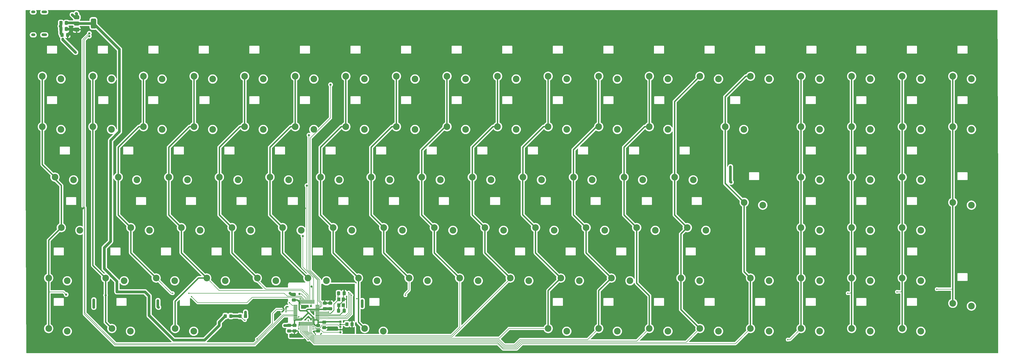
<source format=gbr>
%TF.GenerationSoftware,KiCad,Pcbnew,8.0.2*%
%TF.CreationDate,2025-01-30T16:21:05+01:00*%
%TF.ProjectId,zigzag,7a69677a-6167-42e6-9b69-6361645f7063,rev?*%
%TF.SameCoordinates,Original*%
%TF.FileFunction,Copper,L1,Top*%
%TF.FilePolarity,Positive*%
%FSLAX46Y46*%
G04 Gerber Fmt 4.6, Leading zero omitted, Abs format (unit mm)*
G04 Created by KiCad (PCBNEW 8.0.2) date 2025-01-30 16:21:05*
%MOMM*%
%LPD*%
G01*
G04 APERTURE LIST*
G04 Aperture macros list*
%AMRoundRect*
0 Rectangle with rounded corners*
0 $1 Rounding radius*
0 $2 $3 $4 $5 $6 $7 $8 $9 X,Y pos of 4 corners*
0 Add a 4 corners polygon primitive as box body*
4,1,4,$2,$3,$4,$5,$6,$7,$8,$9,$2,$3,0*
0 Add four circle primitives for the rounded corners*
1,1,$1+$1,$2,$3*
1,1,$1+$1,$4,$5*
1,1,$1+$1,$6,$7*
1,1,$1+$1,$8,$9*
0 Add four rect primitives between the rounded corners*
20,1,$1+$1,$2,$3,$4,$5,0*
20,1,$1+$1,$4,$5,$6,$7,0*
20,1,$1+$1,$6,$7,$8,$9,0*
20,1,$1+$1,$8,$9,$2,$3,0*%
G04 Aperture macros list end*
%TA.AperFunction,SMDPad,CuDef*%
%ADD10R,1.200000X1.400000*%
%TD*%
%TA.AperFunction,ComponentPad*%
%ADD11C,2.500000*%
%TD*%
%TA.AperFunction,SMDPad,CuDef*%
%ADD12RoundRect,0.075000X0.150000X0.075000X-0.150000X0.075000X-0.150000X-0.075000X0.150000X-0.075000X0*%
%TD*%
%TA.AperFunction,SMDPad,CuDef*%
%ADD13RoundRect,0.250000X-0.325000X-0.450000X0.325000X-0.450000X0.325000X0.450000X-0.325000X0.450000X0*%
%TD*%
%TA.AperFunction,SMDPad,CuDef*%
%ADD14RoundRect,0.250000X-0.350000X-0.450000X0.350000X-0.450000X0.350000X0.450000X-0.350000X0.450000X0*%
%TD*%
%TA.AperFunction,SMDPad,CuDef*%
%ADD15RoundRect,0.250000X0.350000X0.450000X-0.350000X0.450000X-0.350000X-0.450000X0.350000X-0.450000X0*%
%TD*%
%TA.AperFunction,SMDPad,CuDef*%
%ADD16RoundRect,0.250000X0.337500X0.475000X-0.337500X0.475000X-0.337500X-0.475000X0.337500X-0.475000X0*%
%TD*%
%TA.AperFunction,SMDPad,CuDef*%
%ADD17RoundRect,0.250000X-0.337500X-0.475000X0.337500X-0.475000X0.337500X0.475000X-0.337500X0.475000X0*%
%TD*%
%TA.AperFunction,ComponentPad*%
%ADD18R,0.850000X0.850000*%
%TD*%
%TA.AperFunction,ComponentPad*%
%ADD19O,0.850000X0.850000*%
%TD*%
%TA.AperFunction,ComponentPad*%
%ADD20O,2.100000X1.000000*%
%TD*%
%TA.AperFunction,ComponentPad*%
%ADD21O,1.600000X1.000000*%
%TD*%
%TA.AperFunction,SMDPad,CuDef*%
%ADD22RoundRect,0.250000X0.475000X-0.337500X0.475000X0.337500X-0.475000X0.337500X-0.475000X-0.337500X0*%
%TD*%
%TA.AperFunction,SMDPad,CuDef*%
%ADD23RoundRect,0.250000X-0.475000X0.337500X-0.475000X-0.337500X0.475000X-0.337500X0.475000X0.337500X0*%
%TD*%
%TA.AperFunction,SMDPad,CuDef*%
%ADD24RoundRect,0.075000X0.075000X0.662500X-0.075000X0.662500X-0.075000X-0.662500X0.075000X-0.662500X0*%
%TD*%
%TA.AperFunction,SMDPad,CuDef*%
%ADD25RoundRect,0.075000X0.662500X0.075000X-0.662500X0.075000X-0.662500X-0.075000X0.662500X-0.075000X0*%
%TD*%
%TA.AperFunction,SMDPad,CuDef*%
%ADD26RoundRect,0.375000X-0.625000X-0.375000X0.625000X-0.375000X0.625000X0.375000X-0.625000X0.375000X0*%
%TD*%
%TA.AperFunction,SMDPad,CuDef*%
%ADD27RoundRect,0.500000X-0.500000X-1.400000X0.500000X-1.400000X0.500000X1.400000X-0.500000X1.400000X0*%
%TD*%
%TA.AperFunction,ViaPad*%
%ADD28C,0.500000*%
%TD*%
%TA.AperFunction,ViaPad*%
%ADD29C,0.800000*%
%TD*%
%TA.AperFunction,Conductor*%
%ADD30C,1.000000*%
%TD*%
%TA.AperFunction,Conductor*%
%ADD31C,0.200000*%
%TD*%
%TA.AperFunction,Conductor*%
%ADD32C,0.250000*%
%TD*%
%TA.AperFunction,Conductor*%
%ADD33C,0.500000*%
%TD*%
G04 APERTURE END LIST*
D10*
%TO.P,Y1,1,1*%
%TO.N,OSC_OUT*%
X174068000Y-142494000D03*
%TO.P,Y1,2,2*%
%TO.N,GND*%
X174068000Y-144694000D03*
%TO.P,Y1,3,3*%
%TO.N,OSC_IN*%
X175768000Y-144694000D03*
%TO.P,Y1,4,4*%
%TO.N,GND*%
X175768000Y-142494000D03*
%TD*%
D11*
%TO.P,K37,1,1*%
%TO.N,/Col_6*%
X183814000Y-153544000D03*
%TO.P,K37,2,2*%
%TO.N,Net-(D37-A)*%
X190814000Y-154594000D03*
%TD*%
D12*
%TO.P,U4,1,NC*%
%TO.N,unconnected-(U4-NC-Pad1)*%
X154116000Y-147312000D03*
%TO.P,U4,2*%
%TO.N,RGB_LED_3V3*%
X154116000Y-146812000D03*
%TO.P,U4,3,GND*%
%TO.N,GND*%
X154116000Y-146312000D03*
%TO.P,U4,4*%
%TO.N,RGB_LED*%
X152716000Y-146312000D03*
%TO.P,U4,5,VCC*%
%TO.N,VBUS*%
X152716000Y-147312000D03*
%TD*%
D13*
%TO.P,SW1,1,1*%
%TO.N,+3.3V*%
X131318000Y-148844000D03*
%TO.P,SW1,2,2*%
%TO.N,BOOT0*%
X133368000Y-148844000D03*
%TD*%
D14*
%TO.P,R5,1*%
%TO.N,NRST*%
X177070000Y-151892000D03*
%TO.P,R5,2*%
%TO.N,GND*%
X179070000Y-151892000D03*
%TD*%
D15*
%TO.P,R4,1*%
%TO.N,GND*%
X138906000Y-148844000D03*
%TO.P,R4,2*%
%TO.N,BOOT0*%
X136906000Y-148844000D03*
%TD*%
D16*
%TO.P,C12,1*%
%TO.N,OSC_IN*%
X176065000Y-146812000D03*
%TO.P,C12,2*%
%TO.N,GND*%
X173990000Y-146812000D03*
%TD*%
D17*
%TO.P,C11,1*%
%TO.N,OSC_OUT*%
X173990000Y-140208000D03*
%TO.P,C11,2*%
%TO.N,GND*%
X176065000Y-140208000D03*
%TD*%
D16*
%TO.P,C1,1*%
%TO.N,VBUS*%
X71903500Y-42672000D03*
%TO.P,C1,2*%
%TO.N,GND*%
X69828500Y-42672000D03*
%TD*%
D18*
%TO.P,J2,1,Pin_1*%
%TO.N,+3.3V*%
X174625000Y-150987500D03*
D19*
%TO.P,J2,2,Pin_2*%
%TO.N,NRST*%
X174625000Y-151987500D03*
%TO.P,J2,3,Pin_3*%
%TO.N,SWDIO*%
X174625000Y-152987500D03*
%TO.P,J2,4,Pin_4*%
%TO.N,GND*%
X174625000Y-153987500D03*
%TO.P,J2,5,Pin_5*%
%TO.N,SWCLK*%
X174625000Y-154987500D03*
%TD*%
D20*
%TO.P,J1,S1,SHIELD*%
%TO.N,GND*%
X63140000Y-42668000D03*
D21*
X58960000Y-42668000D03*
D20*
X63140000Y-34028000D03*
D21*
X58960000Y-34028000D03*
%TD*%
D11*
%TO.P,K45,2,2*%
%TO.N,Net-(D45-A)*%
X212277000Y-97444000D03*
%TO.P,K45,1,1*%
%TO.N,/Col_8*%
X205277000Y-96394000D03*
%TD*%
D22*
%TO.P,C8,1*%
%TO.N,+3.3V*%
X170787354Y-146083500D03*
%TO.P,C8,2*%
%TO.N,GND*%
X170787354Y-144008500D03*
%TD*%
D11*
%TO.P,K63,2,2*%
%TO.N,Net-(D63-A)*%
X283714500Y-135544000D03*
%TO.P,K63,1,1*%
%TO.N,/Col_11*%
X276714500Y-134494000D03*
%TD*%
D22*
%TO.P,C9,1*%
%TO.N,+3.3V*%
X168755354Y-146083500D03*
%TO.P,C9,2*%
%TO.N,GND*%
X168755354Y-144008500D03*
%TD*%
D11*
%TO.P,K65,2,2*%
%TO.N,Net-(D65-A)*%
X298002000Y-59344000D03*
%TO.P,K65,1,1*%
%TO.N,/Col_12*%
X291002000Y-58294000D03*
%TD*%
%TO.P,K82,2,2*%
%TO.N,Net-(D82-A)*%
X355152000Y-97444000D03*
%TO.P,K82,1,1*%
%TO.N,/Col_15*%
X348152000Y-96394000D03*
%TD*%
%TO.P,K91,2,2*%
%TO.N,Net-(D91-A)*%
X374202000Y-154594000D03*
%TO.P,K91,1,1*%
%TO.N,/Col_16*%
X367202000Y-153544000D03*
%TD*%
%TO.P,K96,2,2*%
%TO.N,Net-(D96-A)*%
X393252000Y-135544000D03*
%TO.P,K96,1,1*%
%TO.N,/Col_17*%
X386252000Y-134494000D03*
%TD*%
%TO.P,K93,2,2*%
%TO.N,Net-(D93-A)*%
X393252000Y-78394000D03*
%TO.P,K93,1,1*%
%TO.N,/Col_17*%
X386252000Y-77344000D03*
%TD*%
%TO.P,K67,2,2*%
%TO.N,Net-(D67-A)*%
X288477000Y-97444000D03*
%TO.P,K67,1,1*%
%TO.N,/Col_12*%
X281477000Y-96394000D03*
%TD*%
%TO.P,K98,2,2*%
%TO.N,Net-(D98-A)*%
X412302000Y-59344000D03*
%TO.P,K98,1,1*%
%TO.N,/Col_18*%
X405302000Y-58294000D03*
%TD*%
D23*
%TO.P,C7,1*%
%TO.N,+3.3V*%
X166215354Y-152412000D03*
%TO.P,C7,2*%
%TO.N,GND*%
X166215354Y-154487000D03*
%TD*%
D11*
%TO.P,K1,2,2*%
%TO.N,Net-(D1-A)*%
X69402000Y-59344000D03*
%TO.P,K1,1,1*%
%TO.N,/Col_0*%
X62402000Y-58294000D03*
%TD*%
%TO.P,K40,2,2*%
%TO.N,Net-(D40-A)*%
X193227000Y-97444000D03*
%TO.P,K40,1,1*%
%TO.N,/Col_7*%
X186227000Y-96394000D03*
%TD*%
%TO.P,K12,2,2*%
%TO.N,Net-(D12-A)*%
X107502000Y-78394000D03*
%TO.P,K12,1,1*%
%TO.N,/Col_2*%
X100502000Y-77344000D03*
%TD*%
%TO.P,K88,2,2*%
%TO.N,Net-(D88-A)*%
X374202000Y-97444000D03*
%TO.P,K88,1,1*%
%TO.N,/Col_16*%
X367202000Y-96394000D03*
%TD*%
%TO.P,K64,2,2*%
%TO.N,Net-(D64-A)*%
X278952000Y-154594000D03*
%TO.P,K64,1,1*%
%TO.N,/Col_11*%
X271952000Y-153544000D03*
%TD*%
%TO.P,K5,2,2*%
%TO.N,Net-(D5-A)*%
X71783250Y-135544000D03*
%TO.P,K5,1,1*%
%TO.N,/Col_0*%
X64783250Y-134494000D03*
%TD*%
%TO.P,K79,2,2*%
%TO.N,Net-(D79-A)*%
X336102000Y-154594000D03*
%TO.P,K79,1,1*%
%TO.N,/Col_14*%
X329102000Y-153544000D03*
%TD*%
%TO.P,K26,2,2*%
%TO.N,Net-(D26-A)*%
X150364500Y-135544000D03*
%TO.P,K26,1,1*%
%TO.N,/Col_4*%
X143364500Y-134494000D03*
%TD*%
%TO.P,K47,2,2*%
%TO.N,Net-(D47-A)*%
X226564500Y-135544000D03*
%TO.P,K47,1,1*%
%TO.N,/Col_8*%
X219564500Y-134494000D03*
%TD*%
%TO.P,K6,2,2*%
%TO.N,Net-(D6-A)*%
X71783250Y-154594000D03*
%TO.P,K6,1,1*%
%TO.N,/Col_0*%
X64783250Y-153544000D03*
%TD*%
%TO.P,K68,2,2*%
%TO.N,Net-(D68-A)*%
X293239500Y-116494000D03*
%TO.P,K68,1,1*%
%TO.N,/Col_12*%
X286239500Y-115444000D03*
%TD*%
%TO.P,K24,2,2*%
%TO.N,Net-(D24-A)*%
X136077000Y-97444000D03*
%TO.P,K24,1,1*%
%TO.N,/Col_4*%
X129077000Y-96394000D03*
%TD*%
%TO.P,K27,2,2*%
%TO.N,Net-(D27-A)*%
X164652000Y-59344000D03*
%TO.P,K27,1,1*%
%TO.N,/Col_5*%
X157652000Y-58294000D03*
%TD*%
%TO.P,K48,2,2*%
%TO.N,Net-(D48-A)*%
X240852000Y-59344000D03*
%TO.P,K48,1,1*%
%TO.N,/Col_9*%
X233852000Y-58294000D03*
%TD*%
%TO.P,K72,2,2*%
%TO.N,Net-(D72-A)*%
X312289500Y-116494000D03*
%TO.P,K72,1,1*%
%TO.N,/Col_13*%
X305289500Y-115444000D03*
%TD*%
%TO.P,K92,2,2*%
%TO.N,Net-(D92-A)*%
X393252000Y-59344000D03*
%TO.P,K92,1,1*%
%TO.N,/Col_17*%
X386252000Y-58294000D03*
%TD*%
%TO.P,K70,2,2*%
%TO.N,Net-(D70-A)*%
X317052000Y-59344000D03*
%TO.P,K70,1,1*%
%TO.N,/Col_13*%
X310052000Y-58294000D03*
%TD*%
%TO.P,K10,2,2*%
%TO.N,Net-(D10-A)*%
X95595750Y-154594000D03*
%TO.P,K10,1,1*%
%TO.N,/Col_1*%
X88595750Y-153544000D03*
%TD*%
%TO.P,K50,2,2*%
%TO.N,Net-(D50-A)*%
X231327000Y-97444000D03*
%TO.P,K50,1,1*%
%TO.N,/Col_9*%
X224327000Y-96394000D03*
%TD*%
%TO.P,K57,2,2*%
%TO.N,Net-(D57-A)*%
X264664500Y-135544000D03*
%TO.P,K57,1,1*%
%TO.N,/Col_10*%
X257664500Y-134494000D03*
%TD*%
%TO.P,K31,2,2*%
%TO.N,Net-(D31-A)*%
X169414500Y-135544000D03*
%TO.P,K31,1,1*%
%TO.N,/Col_5*%
X162414500Y-134494000D03*
%TD*%
%TO.P,K71,2,2*%
%TO.N,Net-(D71-A)*%
X307527000Y-97444000D03*
%TO.P,K71,1,1*%
%TO.N,/Col_13*%
X300527000Y-96394000D03*
%TD*%
%TO.P,K87,2,2*%
%TO.N,Net-(D87-A)*%
X374202000Y-78394000D03*
%TO.P,K87,1,1*%
%TO.N,/Col_16*%
X367202000Y-77344000D03*
%TD*%
%TO.P,K8,2,2*%
%TO.N,Net-(D8-A)*%
X88452000Y-78394000D03*
%TO.P,K8,1,1*%
%TO.N,/Col_1*%
X81452000Y-77344000D03*
%TD*%
%TO.P,K9,1,1*%
%TO.N,/Col_1*%
X86214500Y-134494000D03*
%TO.P,K9,2,2*%
%TO.N,Net-(D9-A)*%
X93214500Y-135544000D03*
%TD*%
%TO.P,K16,2,2*%
%TO.N,Net-(D16-A)*%
X126552000Y-59344000D03*
%TO.P,K16,1,1*%
%TO.N,/Col_3*%
X119552000Y-58294000D03*
%TD*%
%TO.P,K74,2,2*%
%TO.N,Net-(D74-A)*%
X317052000Y-154594000D03*
%TO.P,K74,1,1*%
%TO.N,/Col_13*%
X310052000Y-153544000D03*
%TD*%
%TO.P,K81,2,2*%
%TO.N,Net-(D81-A)*%
X355152000Y-78394000D03*
%TO.P,K81,1,1*%
%TO.N,/Col_15*%
X348152000Y-77344000D03*
%TD*%
%TO.P,K36,2,2*%
%TO.N,Net-(D36-A)*%
X188464500Y-135544000D03*
%TO.P,K36,1,1*%
%TO.N,/Col_6*%
X181464500Y-134494000D03*
%TD*%
%TO.P,K58,2,2*%
%TO.N,Net-(D58-A)*%
X259902000Y-154594000D03*
%TO.P,K58,1,1*%
%TO.N,/Col_10*%
X252902000Y-153544000D03*
%TD*%
%TO.P,K94,2,2*%
%TO.N,Net-(D94-A)*%
X393252000Y-97444000D03*
%TO.P,K94,1,1*%
%TO.N,/Col_17*%
X386252000Y-96394000D03*
%TD*%
%TO.P,K44,2,2*%
%TO.N,Net-(D44-A)*%
X221802000Y-78394000D03*
%TO.P,K44,1,1*%
%TO.N,/Col_8*%
X214802000Y-77344000D03*
%TD*%
%TO.P,K80,2,2*%
%TO.N,Net-(D80-A)*%
X355152000Y-59344000D03*
%TO.P,K80,1,1*%
%TO.N,/Col_15*%
X348152000Y-58294000D03*
%TD*%
%TO.P,K76,2,2*%
%TO.N,Net-(D76-A)*%
X326577000Y-78394000D03*
%TO.P,K76,1,1*%
%TO.N,/Col_14*%
X319577000Y-77344000D03*
%TD*%
%TO.P,K17,2,2*%
%TO.N,Net-(D17-A)*%
X126552000Y-78394000D03*
%TO.P,K17,1,1*%
%TO.N,/Col_3*%
X119552000Y-77344000D03*
%TD*%
%TO.P,K53,2,2*%
%TO.N,Net-(D53-A)*%
X259902000Y-59344000D03*
%TO.P,K53,1,1*%
%TO.N,/Col_10*%
X252902000Y-58294000D03*
%TD*%
%TO.P,K29,2,2*%
%TO.N,Net-(D29-A)*%
X155127000Y-97444000D03*
%TO.P,K29,1,1*%
%TO.N,/Col_5*%
X148127000Y-96394000D03*
%TD*%
D23*
%TO.P,C4,1*%
%TO.N,+3.3V*%
X157325354Y-152390500D03*
%TO.P,C4,2*%
%TO.N,GND*%
X157325354Y-154465500D03*
%TD*%
D11*
%TO.P,K2,2,2*%
%TO.N,Net-(D2-A)*%
X69402000Y-78394000D03*
%TO.P,K2,1,1*%
%TO.N,/Col_0*%
X62402000Y-77344000D03*
%TD*%
%TO.P,K101,2,2*%
%TO.N,Net-(D101-A)*%
X412302000Y-145069000D03*
%TO.P,K101,1,1*%
%TO.N,/Col_18*%
X405302000Y-144019000D03*
%TD*%
%TO.P,K60,2,2*%
%TO.N,Net-(D60-A)*%
X278952000Y-78394000D03*
%TO.P,K60,1,1*%
%TO.N,/Col_11*%
X271952000Y-77344000D03*
%TD*%
%TO.P,K73,2,2*%
%TO.N,Net-(D73-A)*%
X309908250Y-135544000D03*
%TO.P,K73,1,1*%
%TO.N,/Col_13*%
X302908250Y-134494000D03*
%TD*%
%TO.P,K15,2,2*%
%TO.N,Net-(D15-A)*%
X112264500Y-135544000D03*
%TO.P,K15,1,1*%
%TO.N,/Col_2*%
X105264500Y-134494000D03*
%TD*%
%TO.P,K38,2,2*%
%TO.N,Net-(D38-A)*%
X202752000Y-59344000D03*
%TO.P,K38,1,1*%
%TO.N,/Col_7*%
X195752000Y-58294000D03*
%TD*%
%TO.P,K69,2,2*%
%TO.N,Net-(D69-A)*%
X298002000Y-154594000D03*
%TO.P,K69,1,1*%
%TO.N,/Col_12*%
X291002000Y-153544000D03*
%TD*%
%TO.P,K62,2,2*%
%TO.N,Net-(D62-A)*%
X274189500Y-116494000D03*
%TO.P,K62,1,1*%
%TO.N,/Col_11*%
X267189500Y-115444000D03*
%TD*%
D23*
%TO.P,C10,1*%
%TO.N,+3.3V*%
X155293354Y-152390500D03*
%TO.P,C10,2*%
%TO.N,GND*%
X155293354Y-154465500D03*
%TD*%
D11*
%TO.P,K33,2,2*%
%TO.N,Net-(D33-A)*%
X183702000Y-78394000D03*
%TO.P,K33,1,1*%
%TO.N,/Col_6*%
X176702000Y-77344000D03*
%TD*%
%TO.P,K84,2,2*%
%TO.N,Net-(D84-A)*%
X355152000Y-135544000D03*
%TO.P,K84,1,1*%
%TO.N,/Col_15*%
X348152000Y-134494000D03*
%TD*%
%TO.P,K95,2,2*%
%TO.N,Net-(D95-A)*%
X393252000Y-116494000D03*
%TO.P,K95,1,1*%
%TO.N,/Col_17*%
X386252000Y-115444000D03*
%TD*%
%TO.P,K75,2,2*%
%TO.N,Net-(D75-A)*%
X336102000Y-59344000D03*
%TO.P,K75,1,1*%
%TO.N,/Col_14*%
X329102000Y-58294000D03*
%TD*%
%TO.P,K14,2,2*%
%TO.N,Net-(D14-A)*%
X102739500Y-116494000D03*
%TO.P,K14,1,1*%
%TO.N,/Col_2*%
X95739500Y-115444000D03*
%TD*%
%TO.P,K97,2,2*%
%TO.N,Net-(D97-A)*%
X393252000Y-154594000D03*
%TO.P,K97,1,1*%
%TO.N,/Col_17*%
X386252000Y-153544000D03*
%TD*%
%TO.P,K55,2,2*%
%TO.N,Net-(D55-A)*%
X250377000Y-97444000D03*
%TO.P,K55,1,1*%
%TO.N,/Col_10*%
X243377000Y-96394000D03*
%TD*%
%TO.P,K54,2,2*%
%TO.N,Net-(D54-A)*%
X259902000Y-78394000D03*
%TO.P,K54,1,1*%
%TO.N,/Col_10*%
X252902000Y-77344000D03*
%TD*%
%TO.P,K90,2,2*%
%TO.N,Net-(D90-A)*%
X374202000Y-135544000D03*
%TO.P,K90,1,1*%
%TO.N,/Col_16*%
X367202000Y-134494000D03*
%TD*%
%TO.P,K83,2,2*%
%TO.N,Net-(D83-A)*%
X355152000Y-116494000D03*
%TO.P,K83,1,1*%
%TO.N,/Col_15*%
X348152000Y-115444000D03*
%TD*%
%TO.P,K78,2,2*%
%TO.N,Net-(D78-A)*%
X336102000Y-135544000D03*
%TO.P,K78,1,1*%
%TO.N,/Col_14*%
X329102000Y-134494000D03*
%TD*%
%TO.P,K56,2,2*%
%TO.N,Net-(D56-A)*%
X255139500Y-116494000D03*
%TO.P,K56,1,1*%
%TO.N,/Col_10*%
X248139500Y-115444000D03*
%TD*%
D22*
%TO.P,C6,1*%
%TO.N,+3.3V*%
X157071354Y-142760000D03*
%TO.P,C6,2*%
%TO.N,GND*%
X157071354Y-140685000D03*
%TD*%
D11*
%TO.P,K20,2,2*%
%TO.N,Net-(D20-A)*%
X131314500Y-135544000D03*
%TO.P,K20,1,1*%
%TO.N,/Col_3*%
X124314500Y-134494000D03*
%TD*%
%TO.P,K13,2,2*%
%TO.N,Net-(D13-A)*%
X97977000Y-97444000D03*
%TO.P,K13,1,1*%
%TO.N,/Col_2*%
X90977000Y-96394000D03*
%TD*%
%TO.P,K86,2,2*%
%TO.N,Net-(D86-A)*%
X374202000Y-59344000D03*
%TO.P,K86,1,1*%
%TO.N,/Col_16*%
X367202000Y-58294000D03*
%TD*%
%TO.P,K11,2,2*%
%TO.N,Net-(D11-A)*%
X107502000Y-59344000D03*
%TO.P,K11,1,1*%
%TO.N,/Col_2*%
X100502000Y-58294000D03*
%TD*%
%TO.P,K19,2,2*%
%TO.N,Net-(D19-A)*%
X121789500Y-116494000D03*
%TO.P,K19,1,1*%
%TO.N,/Col_3*%
X114789500Y-115444000D03*
%TD*%
%TO.P,K30,2,2*%
%TO.N,Net-(D30-A)*%
X159889500Y-116494000D03*
%TO.P,K30,1,1*%
%TO.N,/Col_5*%
X152889500Y-115444000D03*
%TD*%
%TO.P,K85,2,2*%
%TO.N,Net-(D85-A)*%
X355152000Y-154594000D03*
%TO.P,K85,1,1*%
%TO.N,/Col_15*%
X348152000Y-153544000D03*
%TD*%
%TO.P,K46,2,2*%
%TO.N,Net-(D46-A)*%
X217039500Y-116494000D03*
%TO.P,K46,1,1*%
%TO.N,/Col_8*%
X210039500Y-115444000D03*
%TD*%
%TO.P,K35,2,2*%
%TO.N,Net-(D35-A)*%
X178939500Y-116494000D03*
%TO.P,K35,1,1*%
%TO.N,/Col_6*%
X171939500Y-115444000D03*
%TD*%
%TO.P,K77,2,2*%
%TO.N,Net-(D77-A)*%
X333720750Y-106969000D03*
%TO.P,K77,1,1*%
%TO.N,/Col_14*%
X326720750Y-105919000D03*
%TD*%
%TO.P,K21,2,2*%
%TO.N,Net-(D21-A)*%
X119408250Y-154594000D03*
%TO.P,K21,1,1*%
%TO.N,/Col_3*%
X112408250Y-153544000D03*
%TD*%
%TO.P,K4,2,2*%
%TO.N,Net-(D4-A)*%
X76545750Y-116494000D03*
%TO.P,K4,1,1*%
%TO.N,/Col_0*%
X69545750Y-115444000D03*
%TD*%
%TO.P,K66,2,2*%
%TO.N,Net-(D66-A)*%
X298002000Y-78394000D03*
%TO.P,K66,1,1*%
%TO.N,/Col_12*%
X291002000Y-77344000D03*
%TD*%
%TO.P,K99,2,2*%
%TO.N,Net-(D99-A)*%
X412302000Y-78394000D03*
%TO.P,K99,1,1*%
%TO.N,/Col_18*%
X405302000Y-77344000D03*
%TD*%
%TO.P,K42,2,2*%
%TO.N,Net-(D42-A)*%
X207514500Y-135544000D03*
%TO.P,K42,1,1*%
%TO.N,/Col_7*%
X200514500Y-134494000D03*
%TD*%
%TO.P,K52,2,2*%
%TO.N,Net-(D52-A)*%
X245614500Y-135544000D03*
%TO.P,K52,1,1*%
%TO.N,/Col_9*%
X238614500Y-134494000D03*
%TD*%
%TO.P,K61,2,2*%
%TO.N,Net-(D61-A)*%
X269427000Y-97444000D03*
%TO.P,K61,1,1*%
%TO.N,/Col_11*%
X262427000Y-96394000D03*
%TD*%
%TO.P,K25,2,2*%
%TO.N,Net-(D25-A)*%
X140839500Y-116494000D03*
%TO.P,K25,1,1*%
%TO.N,/Col_4*%
X133839500Y-115444000D03*
%TD*%
%TO.P,K49,2,2*%
%TO.N,Net-(D49-A)*%
X240852000Y-78394000D03*
%TO.P,K49,1,1*%
%TO.N,/Col_9*%
X233852000Y-77344000D03*
%TD*%
%TO.P,K22,2,2*%
%TO.N,Net-(D22-A)*%
X145602000Y-59344000D03*
%TO.P,K22,1,1*%
%TO.N,/Col_4*%
X138602000Y-58294000D03*
%TD*%
%TO.P,K34,2,2*%
%TO.N,Net-(D34-A)*%
X174177000Y-97444000D03*
%TO.P,K34,1,1*%
%TO.N,/Col_6*%
X167177000Y-96394000D03*
%TD*%
D23*
%TO.P,C5,1*%
%TO.N,+3.3V*%
X168501354Y-151142000D03*
%TO.P,C5,2*%
%TO.N,GND*%
X168501354Y-153217000D03*
%TD*%
D11*
%TO.P,K100,2,2*%
%TO.N,Net-(D100-A)*%
X412302000Y-106969000D03*
%TO.P,K100,1,1*%
%TO.N,/Col_18*%
X405302000Y-105919000D03*
%TD*%
%TO.P,K59,2,2*%
%TO.N,Net-(D59-A)*%
X278952000Y-59344000D03*
%TO.P,K59,1,1*%
%TO.N,/Col_11*%
X271952000Y-58294000D03*
%TD*%
%TO.P,K41,2,2*%
%TO.N,Net-(D41-A)*%
X197989500Y-116494000D03*
%TO.P,K41,1,1*%
%TO.N,/Col_7*%
X190989500Y-115444000D03*
%TD*%
%TO.P,K18,2,2*%
%TO.N,Net-(D18-A)*%
X117027000Y-97444000D03*
%TO.P,K18,1,1*%
%TO.N,/Col_3*%
X110027000Y-96394000D03*
%TD*%
%TO.P,K32,2,2*%
%TO.N,Net-(D32-A)*%
X183702000Y-59344000D03*
%TO.P,K32,1,1*%
%TO.N,/Col_6*%
X176702000Y-58294000D03*
%TD*%
%TO.P,K28,2,2*%
%TO.N,Net-(D28-A)*%
X164652000Y-78394000D03*
%TO.P,K28,1,1*%
%TO.N,/Col_5*%
X157652000Y-77344000D03*
%TD*%
%TO.P,K43,2,2*%
%TO.N,Net-(D43-A)*%
X221802000Y-59344000D03*
%TO.P,K43,1,1*%
%TO.N,/Col_8*%
X214802000Y-58294000D03*
%TD*%
%TO.P,K23,2,2*%
%TO.N,Net-(D23-A)*%
X145602000Y-78394000D03*
%TO.P,K23,1,1*%
%TO.N,/Col_4*%
X138602000Y-77344000D03*
%TD*%
%TO.P,K3,2,2*%
%TO.N,Net-(D3-A)*%
X74164500Y-97444000D03*
%TO.P,K3,1,1*%
%TO.N,/Col_0*%
X67164500Y-96394000D03*
%TD*%
%TO.P,K7,2,2*%
%TO.N,Net-(D7-A)*%
X88452000Y-59344000D03*
%TO.P,K7,1,1*%
%TO.N,/Col_1*%
X81452000Y-58294000D03*
%TD*%
%TO.P,K39,2,2*%
%TO.N,Net-(D39-A)*%
X202752000Y-78394000D03*
%TO.P,K39,1,1*%
%TO.N,/Col_7*%
X195752000Y-77344000D03*
%TD*%
%TO.P,K89,2,2*%
%TO.N,Net-(D89-A)*%
X374202000Y-116494000D03*
%TO.P,K89,1,1*%
%TO.N,/Col_16*%
X367202000Y-115444000D03*
%TD*%
%TO.P,K51,2,2*%
%TO.N,Net-(D51-A)*%
X236089500Y-116494000D03*
%TO.P,K51,1,1*%
%TO.N,/Col_9*%
X229089500Y-115444000D03*
%TD*%
D24*
%TO.P,U1,48,VDD*%
%TO.N,+3.3V*%
X164604354Y-151748500D03*
%TO.P,U1,47,VSS*%
%TO.N,GND*%
X164104354Y-151748500D03*
%TO.P,U1,46,PB9*%
%TO.N,/Col_8*%
X163604354Y-151748500D03*
%TO.P,U1,45,PB8*%
%TO.N,/Col_9*%
X163104354Y-151748500D03*
%TO.P,U1,44,BOOT0*%
%TO.N,BOOT0*%
X162604354Y-151748500D03*
%TO.P,U1,43,PB7*%
%TO.N,/Col_10*%
X162104354Y-151748500D03*
%TO.P,U1,42,PB6*%
%TO.N,/Col_11*%
X161604354Y-151748500D03*
%TO.P,U1,41,PB5*%
%TO.N,/Col_12*%
X161104354Y-151748500D03*
%TO.P,U1,40,PB4*%
%TO.N,/Col_13*%
X160604354Y-151748500D03*
%TO.P,U1,39,PB3*%
%TO.N,/Col_14*%
X160104354Y-151748500D03*
%TO.P,U1,38,PA15*%
%TO.N,/Col_15*%
X159604354Y-151748500D03*
%TO.P,U1,37,PA14*%
%TO.N,SWCLK*%
X159104354Y-151748500D03*
D25*
%TO.P,U1,36,VDD*%
%TO.N,+3.3V*%
X157691854Y-150336000D03*
%TO.P,U1,35,VSS*%
%TO.N,GND*%
X157691854Y-149836000D03*
%TO.P,U1,34,PA13*%
%TO.N,SWDIO*%
X157691854Y-149336000D03*
%TO.P,U1,33,PA12*%
%TO.N,D+*%
X157691854Y-148836000D03*
%TO.P,U1,32,PA11*%
%TO.N,D-*%
X157691854Y-148336000D03*
%TO.P,U1,31,PA10*%
%TO.N,SDA*%
X157691854Y-147836000D03*
%TO.P,U1,30,PA9*%
%TO.N,SCL*%
X157691854Y-147336000D03*
%TO.P,U1,29,PA8*%
%TO.N,RGB_LED_3V3*%
X157691854Y-146836000D03*
%TO.P,U1,28,PB15*%
%TO.N,unconnected-(U1-PB15-Pad28)*%
X157691854Y-146336000D03*
%TO.P,U1,27,PB14*%
%TO.N,unconnected-(U1-PB14-Pad27)*%
X157691854Y-145836000D03*
%TO.P,U1,26,PB13*%
%TO.N,unconnected-(U1-PB13-Pad26)*%
X157691854Y-145336000D03*
%TO.P,U1,25,PB12*%
%TO.N,/Col_6*%
X157691854Y-144836000D03*
D24*
%TO.P,U1,24,VDD*%
%TO.N,+3.3V*%
X159104354Y-143423500D03*
%TO.P,U1,23,VSS*%
%TO.N,GND*%
X159604354Y-143423500D03*
%TO.P,U1,22,PB11*%
%TO.N,/Col_7*%
X160104354Y-143423500D03*
%TO.P,U1,21,PB10*%
%TO.N,/Col_0*%
X160604354Y-143423500D03*
%TO.P,U1,20,PB2*%
%TO.N,/Col_2*%
X161104354Y-143423500D03*
%TO.P,U1,19,PB1*%
%TO.N,/Col_1*%
X161604354Y-143423500D03*
%TO.P,U1,18,PB0*%
%TO.N,/Col_3*%
X162104354Y-143423500D03*
%TO.P,U1,17,PA7*%
%TO.N,/Col_4*%
X162604354Y-143423500D03*
%TO.P,U1,16,PA6*%
%TO.N,/Col_5*%
X163104354Y-143423500D03*
%TO.P,U1,15,PA5*%
%TO.N,/Row_5*%
X163604354Y-143423500D03*
%TO.P,U1,14,PA4*%
%TO.N,/Row_4*%
X164104354Y-143423500D03*
%TO.P,U1,13,PA3*%
%TO.N,/Row_3*%
X164604354Y-143423500D03*
D25*
%TO.P,U1,12,PA2*%
%TO.N,/Row_2*%
X166016854Y-144836000D03*
%TO.P,U1,11,PA1*%
%TO.N,/Row_1*%
X166016854Y-145336000D03*
%TO.P,U1,10,PA0*%
%TO.N,/Row_0*%
X166016854Y-145836000D03*
%TO.P,U1,9,VDDA*%
%TO.N,+3.3V*%
X166016854Y-146336000D03*
%TO.P,U1,8,VSSA*%
%TO.N,GND*%
X166016854Y-146836000D03*
%TO.P,U1,7,NRST*%
%TO.N,NRST*%
X166016854Y-147336000D03*
%TO.P,U1,6,PF1*%
%TO.N,OSC_OUT*%
X166016854Y-147836000D03*
%TO.P,U1,5,PF0*%
%TO.N,OSC_IN*%
X166016854Y-148336000D03*
%TO.P,U1,4,PC15*%
%TO.N,/Col_18*%
X166016854Y-148836000D03*
%TO.P,U1,3,PC14*%
%TO.N,/Col_17*%
X166016854Y-149336000D03*
%TO.P,U1,2,PC13*%
%TO.N,/Col_16*%
X166016854Y-149836000D03*
%TO.P,U1,1,VBAT*%
%TO.N,+3.3V*%
X166016854Y-150336000D03*
%TD*%
D16*
%TO.P,C2,2*%
%TO.N,GND*%
X69388000Y-40457500D03*
%TO.P,C2,1*%
%TO.N,VBUS*%
X71463000Y-40457500D03*
%TD*%
D26*
%TO.P,U3,3,VI*%
%TO.N,VBUS*%
X75336000Y-40654000D03*
D27*
%TO.P,U3,2,VO*%
%TO.N,+3.3V*%
X81636000Y-38354000D03*
D26*
X75336000Y-38354000D03*
%TO.P,U3,1,GND*%
%TO.N,GND*%
X75336000Y-36054000D03*
%TD*%
D16*
%TO.P,C3,2*%
%TO.N,GND*%
X69388000Y-38171500D03*
%TO.P,C3,1*%
%TO.N,+3.3V*%
X71463000Y-38171500D03*
%TD*%
D28*
%TO.N,GND*%
X74930000Y-49276000D03*
X70104000Y-44196000D03*
%TO.N,SWDIO*%
X159004000Y-149098000D03*
X164338000Y-152908000D03*
%TO.N,SWCLK*%
X159004000Y-153670000D03*
X164338000Y-153670000D03*
%TO.N,BOOT0*%
X138684000Y-150368000D03*
X162560000Y-150368000D03*
%TO.N,GND*%
X138938000Y-147320000D03*
X105918000Y-143002000D03*
X106172000Y-145542000D03*
X81788000Y-142748000D03*
X81788000Y-145542000D03*
X321564000Y-92456000D03*
X321818000Y-98298000D03*
X182880000Y-143002000D03*
X182880000Y-145288000D03*
X177038000Y-141478000D03*
X178562000Y-150622000D03*
X171196000Y-139954000D03*
%TO.N,NRST*%
X170180000Y-147320000D03*
%TO.N,GND*%
X154940000Y-145288000D03*
%TO.N,RGB_LED*%
X143256000Y-157480000D03*
%TO.N,/Col_6*%
X180848000Y-142240000D03*
X155448000Y-143764000D03*
%TO.N,/Col_7*%
X159512000Y-142240000D03*
X199136000Y-140970000D03*
%TO.N,/Col_15*%
X162560000Y-157734000D03*
X343154000Y-157734000D03*
%TO.N,/Col_16*%
X178816000Y-140970000D03*
X365760000Y-140208000D03*
%TO.N,/Col_17*%
X178308000Y-140462000D03*
X384302000Y-139700000D03*
%TO.N,/Col_18*%
X399288000Y-138684000D03*
X177800000Y-139954000D03*
%TO.N,VBUS*%
X97028000Y-146050000D03*
%TO.N,/Col_0*%
X118618000Y-141478000D03*
%TO.N,/Col_2*%
X117602000Y-140208000D03*
X111506000Y-140208000D03*
D29*
%TO.N,/Col_0*%
X71374000Y-140716000D03*
%TO.N,/Col_1*%
X86214500Y-140970000D03*
X159258000Y-140462000D03*
%TO.N,/Row_0*%
X170942000Y-61477000D03*
%TO.N,/Row_1*%
X162814000Y-80536000D03*
%TO.N,/Row_2*%
X162052000Y-99586000D03*
%TO.N,/Row_5*%
X163576000Y-145034000D03*
%TO.N,/Row_3*%
X160528000Y-118627000D03*
%TO.N,/Row_4*%
X163830000Y-137686000D03*
%TO.N,D-*%
X80079980Y-43127590D03*
%TO.N,D+*%
X80079980Y-42077590D03*
%TO.N,+3.3V*%
X153670000Y-152400000D03*
X129032000Y-152400000D03*
%TO.N,GND*%
X73660000Y-35052000D03*
X75184000Y-34544000D03*
%TO.N,VBUS*%
X72898000Y-39878000D03*
X61976000Y-40640000D03*
X61976000Y-36068000D03*
X60960000Y-38354000D03*
X61214000Y-40386000D03*
X61214000Y-36322000D03*
%TO.N,GND*%
X69088000Y-39370000D03*
D28*
X155702000Y-140208000D03*
X156309354Y-155714000D03*
X163929354Y-149618000D03*
X160274000Y-145034000D03*
X163421354Y-146824000D03*
X165199354Y-155714000D03*
X159865354Y-149618000D03*
X167231354Y-155714000D03*
X158341354Y-155714000D03*
D29*
%TO.N,VBUS*%
X413512000Y-98784500D03*
X394462000Y-146028500D03*
X73152000Y-146028500D03*
X165862000Y-51032500D03*
X132588000Y-127232500D03*
X165862000Y-70082500D03*
X208788000Y-127232500D03*
X308864000Y-89132500D03*
X122936000Y-107928500D03*
X203962000Y-51032500D03*
X356362000Y-108182500D03*
X261112000Y-146282500D03*
X170688000Y-127232500D03*
X218186000Y-108182500D03*
X227838000Y-127232500D03*
X184912000Y-70082500D03*
X280162000Y-70082500D03*
X289814000Y-89132500D03*
X413258000Y-136884500D03*
X180340000Y-108182500D03*
X246888000Y-127232500D03*
X146812000Y-70082500D03*
X284988000Y-127232500D03*
X256540000Y-108182500D03*
X356362000Y-70336500D03*
X318262000Y-146282500D03*
X175514000Y-89132500D03*
X184912000Y-51032500D03*
X299212000Y-146282500D03*
X232664000Y-89132500D03*
X413512000Y-51032500D03*
X70569000Y-70061000D03*
X280162000Y-51032500D03*
X261112000Y-70082500D03*
X311150000Y-127232500D03*
X203962000Y-70082500D03*
X394462000Y-51032500D03*
X108966000Y-51032500D03*
X142240000Y-108182500D03*
X192024000Y-146282500D03*
X299212000Y-51032500D03*
X294640000Y-108182500D03*
X189738000Y-127232500D03*
X113538000Y-127232500D03*
X194564000Y-89132500D03*
X77724000Y-108182500D03*
X128016000Y-70082500D03*
X151384000Y-127232500D03*
X356362000Y-127232500D03*
X280162000Y-146028500D03*
X99314000Y-89132500D03*
X70612000Y-51032500D03*
X356616000Y-51032500D03*
X318262000Y-51032500D03*
X94488000Y-127232500D03*
X223012000Y-51032500D03*
X394462000Y-89132500D03*
X327914000Y-70082500D03*
X199390000Y-108182500D03*
X120396000Y-146282500D03*
X375412000Y-51032500D03*
X356362000Y-146282500D03*
X213614000Y-89132500D03*
X270510000Y-89132500D03*
X108712000Y-70082500D03*
X72898000Y-127232500D03*
X146812000Y-51032500D03*
X118364000Y-89132500D03*
X299212000Y-70336500D03*
X394462000Y-70082500D03*
X137414000Y-89386500D03*
X375412000Y-146282500D03*
X335026000Y-98784500D03*
X156464000Y-89132500D03*
X337312000Y-51032500D03*
X275336000Y-107928500D03*
X356362000Y-89132500D03*
X237490000Y-108182500D03*
X265938000Y-127232500D03*
X375412000Y-108182500D03*
X313436000Y-108182500D03*
X375412000Y-70082500D03*
X75438000Y-89132500D03*
X242062000Y-70082500D03*
X104140000Y-108182500D03*
X242062000Y-51032500D03*
X161290000Y-108182500D03*
X375412000Y-89132500D03*
X394462000Y-108182500D03*
X251714000Y-89132500D03*
X89662000Y-51032500D03*
X337312000Y-127232500D03*
X413512000Y-70082500D03*
X394462000Y-127232500D03*
X261112000Y-51032500D03*
X223012000Y-70082500D03*
X337312000Y-146282500D03*
X127762000Y-51032500D03*
X89916000Y-70082500D03*
X375412000Y-127232500D03*
%TD*%
D30*
%TO.N,GND*%
X70104000Y-44196000D02*
X70104000Y-44450000D01*
X70104000Y-44450000D02*
X74930000Y-49276000D01*
X69388000Y-40457500D02*
X69388000Y-42231500D01*
X69388000Y-42231500D02*
X69828500Y-42672000D01*
D31*
%TO.N,SWDIO*%
X164338000Y-152908000D02*
X165100000Y-152908000D01*
X165100000Y-152908000D02*
X165608000Y-153416000D01*
X166878000Y-153416000D02*
X167386000Y-152908000D01*
X165608000Y-153416000D02*
X166878000Y-153416000D01*
X167386000Y-152908000D02*
X167386000Y-152654000D01*
X167386000Y-152654000D02*
X167894000Y-152146000D01*
X167894000Y-152146000D02*
X173783500Y-152146000D01*
X173783500Y-152146000D02*
X174625000Y-152987500D01*
X158766000Y-149336000D02*
X159004000Y-149098000D01*
X157691854Y-149336000D02*
X158766000Y-149336000D01*
%TO.N,SWCLK*%
X166878000Y-153670000D02*
X164338000Y-153670000D01*
X159004000Y-153670000D02*
X159004000Y-151848854D01*
X159004000Y-151848854D02*
X159104354Y-151748500D01*
X168195500Y-154987500D02*
X166878000Y-153670000D01*
X174625000Y-154987500D02*
X168195500Y-154987500D01*
%TO.N,BOOT0*%
X138684000Y-150368000D02*
X138430000Y-150368000D01*
X138430000Y-150368000D02*
X136906000Y-148844000D01*
X162604354Y-151748500D02*
X162604354Y-150412354D01*
X162604354Y-150412354D02*
X162560000Y-150368000D01*
D30*
%TO.N,GND*%
X138938000Y-147320000D02*
X138938000Y-148812000D01*
X138938000Y-148812000D02*
X138906000Y-148844000D01*
%TO.N,BOOT0*%
X133368000Y-148844000D02*
X136906000Y-148844000D01*
%TO.N,+3.3V*%
X129032000Y-152400000D02*
X129032000Y-151130000D01*
X129032000Y-151130000D02*
X131318000Y-148844000D01*
D32*
%TO.N,NRST*%
X174625000Y-151987500D02*
X176974500Y-151987500D01*
X176974500Y-151987500D02*
X177070000Y-151892000D01*
D30*
%TO.N,GND*%
X157071354Y-140685000D02*
X156179000Y-140685000D01*
X156179000Y-140685000D02*
X155702000Y-140208000D01*
X105918000Y-143002000D02*
X105918000Y-145288000D01*
X105918000Y-145288000D02*
X106172000Y-145542000D01*
X81788000Y-145542000D02*
X81788000Y-142748000D01*
D31*
%TO.N,D-*%
X80079980Y-43127590D02*
X79666377Y-43127590D01*
X79666377Y-43127590D02*
X78232000Y-44561967D01*
X78232000Y-44561967D02*
X78232000Y-107672266D01*
X78232000Y-107672266D02*
X78444000Y-107884266D01*
X78444000Y-107884266D02*
X78444000Y-147721800D01*
X78444000Y-147721800D02*
X90009200Y-159287000D01*
X90009200Y-159287000D02*
X142146800Y-159287000D01*
X142146800Y-159287000D02*
X153072800Y-148361000D01*
X153072800Y-148361000D02*
X156560603Y-148361000D01*
X156560603Y-148361000D02*
X156585603Y-148336000D01*
X156585603Y-148336000D02*
X157691854Y-148336000D01*
%TO.N,D+*%
X80079980Y-42077590D02*
X77724000Y-44433570D01*
X157666854Y-148811000D02*
X157691854Y-148836000D01*
X77724000Y-44433570D02*
X77724000Y-107461251D01*
X77724000Y-107461251D02*
X78234000Y-107971251D01*
X78234000Y-107971251D02*
X78234000Y-148148200D01*
X78234000Y-148148200D02*
X89822800Y-159737000D01*
X89822800Y-159737000D02*
X142333200Y-159737000D01*
X153259200Y-148811000D02*
X157666854Y-148811000D01*
X142333200Y-159737000D02*
X153259200Y-148811000D01*
D30*
%TO.N,GND*%
X321564000Y-92456000D02*
X321564000Y-98044000D01*
X321564000Y-98044000D02*
X321818000Y-98298000D01*
X182880000Y-143002000D02*
X182880000Y-145288000D01*
D32*
X174068000Y-144694000D02*
X174076000Y-144694000D01*
X174076000Y-144694000D02*
X175768000Y-143002000D01*
X175768000Y-143002000D02*
X175768000Y-142494000D01*
%TO.N,OSC_IN*%
X166016854Y-148336000D02*
X174498000Y-148336000D01*
X174498000Y-148336000D02*
X176022000Y-146812000D01*
%TO.N,OSC_OUT*%
X170934000Y-147836000D02*
X172212000Y-146558000D01*
X166016854Y-147836000D02*
X170934000Y-147836000D01*
X172212000Y-146558000D02*
X172212000Y-144350000D01*
X172212000Y-144350000D02*
X174068000Y-142494000D01*
%TO.N,GND*%
X173947000Y-146812000D02*
X173947000Y-144815000D01*
X173947000Y-144815000D02*
X174068000Y-144694000D01*
%TO.N,OSC_IN*%
X176022000Y-146812000D02*
X176022000Y-144948000D01*
X176022000Y-144948000D02*
X175768000Y-144694000D01*
%TO.N,GND*%
X175768000Y-140208000D02*
X175768000Y-142494000D01*
%TO.N,OSC_OUT*%
X173693000Y-140208000D02*
X173693000Y-142119000D01*
X173693000Y-142119000D02*
X174068000Y-142494000D01*
D31*
%TO.N,/Col_6*%
X180848000Y-142240000D02*
X181210500Y-142240000D01*
X181210500Y-142240000D02*
X181464500Y-141986000D01*
D32*
%TO.N,NRST*%
X170164000Y-147336000D02*
X166016854Y-147336000D01*
X170180000Y-147320000D02*
X170164000Y-147336000D01*
D33*
%TO.N,+3.3V*%
X168501354Y-151142000D02*
X168739250Y-151142000D01*
X168739250Y-151142000D02*
X168893750Y-150987500D01*
X168893750Y-150987500D02*
X174625000Y-150987500D01*
D30*
X102616000Y-148653500D02*
X111918750Y-157956250D01*
X102616000Y-141287500D02*
X102616000Y-148653500D01*
X88106250Y-120650000D02*
X85725000Y-123031250D01*
X90487500Y-135731250D02*
X90487500Y-139700000D01*
X85725000Y-130968750D02*
X90487500Y-135731250D01*
X101028500Y-139700000D02*
X102616000Y-141287500D01*
X85725000Y-123031250D02*
X85725000Y-130968750D01*
X90487500Y-139700000D02*
X101028500Y-139700000D01*
X88106250Y-82550000D02*
X88106250Y-120650000D01*
X91440000Y-79216250D02*
X88106250Y-82550000D01*
X91440000Y-48158000D02*
X91440000Y-79216250D01*
X111918750Y-157956250D02*
X123475750Y-157956250D01*
X81636000Y-38354000D02*
X91440000Y-48158000D01*
X123475750Y-157956250D02*
X129032000Y-152400000D01*
D33*
%TO.N,VBUS*%
X153416000Y-146612000D02*
X153416000Y-146050000D01*
X152716000Y-147312000D02*
X153416000Y-146612000D01*
X153416000Y-146050000D02*
X152654000Y-145288000D01*
X152654000Y-145288000D02*
X150368000Y-145288000D01*
%TO.N,GND*%
X154116000Y-146312000D02*
X154116000Y-145604000D01*
X154116000Y-145604000D02*
X154432000Y-145288000D01*
X154432000Y-145288000D02*
X154940000Y-145288000D01*
D31*
%TO.N,RGB_LED*%
X152716000Y-146312000D02*
X150614000Y-146312000D01*
X149098000Y-147828000D02*
X149098000Y-151638000D01*
X150614000Y-146312000D02*
X149098000Y-147828000D01*
X149098000Y-151638000D02*
X143256000Y-157480000D01*
%TO.N,RGB_LED_3V3*%
X157691854Y-146836000D02*
X154140000Y-146836000D01*
X154140000Y-146836000D02*
X154116000Y-146812000D01*
D33*
%TO.N,/Col_6*%
X181464500Y-134494000D02*
X181464500Y-141986000D01*
X181464500Y-141986000D02*
X181464500Y-151162750D01*
D31*
X155448000Y-143764000D02*
X156520000Y-144836000D01*
X156520000Y-144836000D02*
X157691854Y-144836000D01*
%TO.N,/Col_7*%
X160104354Y-142832354D02*
X159512000Y-142240000D01*
X160104354Y-143423500D02*
X160104354Y-142832354D01*
X199136000Y-140970000D02*
X199136000Y-140462000D01*
X199136000Y-140462000D02*
X200514500Y-139083500D01*
X200514500Y-139083500D02*
X200514500Y-134494000D01*
%TO.N,/Col_18*%
X177800000Y-147574000D02*
X176538000Y-148836000D01*
X176538000Y-148836000D02*
X166016854Y-148836000D01*
X177800000Y-139954000D02*
X177800000Y-147574000D01*
%TO.N,/Col_17*%
X178308000Y-140462000D02*
X178308000Y-147828000D01*
X178308000Y-147828000D02*
X176784000Y-149352000D01*
X176784000Y-149352000D02*
X170212000Y-149352000D01*
X170196000Y-149336000D02*
X166016854Y-149336000D01*
X170212000Y-149352000D02*
X170196000Y-149336000D01*
%TO.N,/Col_16*%
X365760000Y-140208000D02*
X366694000Y-140208000D01*
X366694000Y-140208000D02*
X367202000Y-139700000D01*
%TO.N,/Col_17*%
X384302000Y-139700000D02*
X385744000Y-139700000D01*
X385744000Y-139700000D02*
X386252000Y-139192000D01*
%TO.N,/Col_16*%
X178816000Y-140970000D02*
X178816000Y-148082000D01*
X178816000Y-148082000D02*
X177062000Y-149836000D01*
X177062000Y-149836000D02*
X166016854Y-149836000D01*
%TO.N,/Col_15*%
X162560000Y-157734000D02*
X159604354Y-154778354D01*
X159604354Y-154778354D02*
X159604354Y-151748500D01*
X343154000Y-157734000D02*
X343962000Y-157734000D01*
X343962000Y-157734000D02*
X348152000Y-153544000D01*
%TO.N,/Col_14*%
X160104354Y-151748500D02*
X160104354Y-154516354D01*
X160104354Y-154516354D02*
X164846000Y-159258000D01*
X164846000Y-159258000D02*
X233934000Y-159258000D01*
X323388000Y-159258000D02*
X329102000Y-153544000D01*
X233934000Y-159258000D02*
X235966000Y-161290000D01*
X235966000Y-161290000D02*
X241046000Y-161290000D01*
X243078000Y-159258000D02*
X323388000Y-159258000D01*
X241046000Y-161290000D02*
X243078000Y-159258000D01*
%TO.N,/Col_13*%
X160604354Y-151748500D02*
X160604354Y-154508354D01*
X160604354Y-154508354D02*
X164846000Y-158750000D01*
X164846000Y-158750000D02*
X233934000Y-158750000D01*
X233934000Y-158750000D02*
X235966000Y-160782000D01*
X235966000Y-160782000D02*
X240792000Y-160782000D01*
X242824000Y-158750000D02*
X304846000Y-158750000D01*
X240792000Y-160782000D02*
X242824000Y-158750000D01*
X304846000Y-158750000D02*
X310052000Y-153544000D01*
%TO.N,/Col_12*%
X161104354Y-151748500D02*
X161104354Y-154500354D01*
X234188000Y-158242000D02*
X236220000Y-160274000D01*
X161104354Y-154500354D02*
X164846000Y-158242000D01*
X164846000Y-158242000D02*
X234188000Y-158242000D01*
X236220000Y-160274000D02*
X240538000Y-160274000D01*
X240538000Y-160274000D02*
X242570000Y-158242000D01*
X242570000Y-158242000D02*
X286304000Y-158242000D01*
X286304000Y-158242000D02*
X291002000Y-153544000D01*
%TO.N,/Col_11*%
X161604354Y-151748500D02*
X161604354Y-154492354D01*
X161604354Y-154492354D02*
X164846000Y-157734000D01*
X164846000Y-157734000D02*
X234442000Y-157734000D01*
X242316000Y-157734000D02*
X267762000Y-157734000D01*
X234442000Y-157734000D02*
X236474000Y-159766000D01*
X236474000Y-159766000D02*
X240284000Y-159766000D01*
X240284000Y-159766000D02*
X242316000Y-157734000D01*
X267762000Y-157734000D02*
X271952000Y-153544000D01*
%TO.N,/Col_10*%
X162104354Y-151748500D02*
X162104354Y-154484354D01*
X162104354Y-154484354D02*
X164846000Y-157226000D01*
X164846000Y-157226000D02*
X234442000Y-157226000D01*
X234442000Y-157226000D02*
X238124000Y-153544000D01*
X238124000Y-153544000D02*
X252902000Y-153544000D01*
%TO.N,/Col_9*%
X163104354Y-151748500D02*
X163104354Y-154976354D01*
X163104354Y-154976354D02*
X164846000Y-156718000D01*
X216662000Y-156718000D02*
X238614500Y-134765500D01*
X164846000Y-156718000D02*
X216662000Y-156718000D01*
X238614500Y-134765500D02*
X238614500Y-134494000D01*
%TO.N,/Col_8*%
X163604354Y-151748500D02*
X163604354Y-154968354D01*
X164846000Y-156210000D02*
X216408000Y-156210000D01*
X219564500Y-153053500D02*
X219564500Y-134494000D01*
X163604354Y-154968354D02*
X164846000Y-156210000D01*
X216408000Y-156210000D02*
X219564500Y-153053500D01*
D33*
%TO.N,/Col_16*%
X367202000Y-139700000D02*
X367202000Y-153544000D01*
X367202000Y-58294000D02*
X367202000Y-139700000D01*
%TO.N,/Col_17*%
X386252000Y-58294000D02*
X386252000Y-139192000D01*
X386252000Y-139192000D02*
X386252000Y-153544000D01*
D31*
%TO.N,/Col_18*%
X399288000Y-138684000D02*
X405302000Y-138684000D01*
D33*
X405302000Y-58294000D02*
X405302000Y-138684000D01*
X405302000Y-138684000D02*
X405302000Y-144019000D01*
%TO.N,+3.3V*%
X161844603Y-146812000D02*
X162456302Y-147423698D01*
X159868603Y-150336000D02*
X162456302Y-147748301D01*
X162456302Y-147423698D02*
X164604354Y-149571751D01*
X162456302Y-147748301D02*
X162456302Y-147423698D01*
X157691854Y-150336000D02*
X159868603Y-150336000D01*
X159512000Y-146812000D02*
X161798000Y-146812000D01*
X161798000Y-146812000D02*
X161844603Y-146812000D01*
X166016854Y-146336000D02*
X165994854Y-146314000D01*
X165994854Y-146314000D02*
X162296000Y-146314000D01*
X162296000Y-146314000D02*
X161798000Y-146812000D01*
X164604354Y-149571751D02*
X164604354Y-150368000D01*
X164604354Y-150368000D02*
X164604354Y-151748500D01*
X166016854Y-150336000D02*
X164636354Y-150336000D01*
X164636354Y-150336000D02*
X164604354Y-150368000D01*
X159104354Y-146404354D02*
X159512000Y-146812000D01*
X159104354Y-143423500D02*
X159104354Y-146404354D01*
D31*
%TO.N,/Col_0*%
X160604354Y-143423500D02*
X160604354Y-142686001D01*
X160604354Y-142686001D02*
X159650353Y-141732000D01*
X139446000Y-143764000D02*
X120902000Y-143764000D01*
X159650353Y-141732000D02*
X141478000Y-141732000D01*
X141478000Y-141732000D02*
X139446000Y-143764000D01*
X120902000Y-143764000D02*
X118618000Y-141480000D01*
%TO.N,GND*%
X160274000Y-145034000D02*
X159604354Y-144364354D01*
X159604354Y-144364354D02*
X159604354Y-143423500D01*
D33*
%TO.N,/Col_0*%
X64783250Y-134494000D02*
X64783250Y-139700000D01*
X64783250Y-139700000D02*
X64783250Y-153544000D01*
D31*
X71374000Y-140716000D02*
X70358000Y-139700000D01*
X70358000Y-139700000D02*
X64783250Y-139700000D01*
D33*
%TO.N,+3.3V*%
X158440854Y-142760000D02*
X159094354Y-143413500D01*
X159094354Y-143413500D02*
X159094354Y-143423500D01*
%TO.N,/Col_1*%
X86214500Y-134494000D02*
X86214500Y-140970000D01*
D31*
X159512000Y-140462000D02*
X159258000Y-140462000D01*
D33*
X86214500Y-140970000D02*
X86214500Y-151162750D01*
D31*
X160020000Y-140462000D02*
X159512000Y-140462000D01*
X161604354Y-143423500D02*
X161604354Y-142046354D01*
X161604354Y-142046354D02*
X160020000Y-140462000D01*
%TO.N,/Col_2*%
X161104354Y-143423500D02*
X161104354Y-142686001D01*
X154676737Y-141382500D02*
X153502237Y-140208000D01*
X110978500Y-140208000D02*
X105264500Y-134494000D01*
X161104354Y-142686001D02*
X159800853Y-141382500D01*
X159800853Y-141382500D02*
X154676737Y-141382500D01*
X153502237Y-140208000D02*
X117602000Y-140208000D01*
X111506000Y-140208000D02*
X110978500Y-140208000D01*
%TO.N,/Col_3*%
X162104354Y-141276354D02*
X160020000Y-139192000D01*
X162104354Y-143423500D02*
X162104354Y-141276354D01*
X160020000Y-139192000D02*
X129012500Y-139192000D01*
X129012500Y-139192000D02*
X124314500Y-134494000D01*
%TO.N,/Col_4*%
X162604354Y-143423500D02*
X162604354Y-141014354D01*
X162604354Y-141014354D02*
X160274000Y-138684000D01*
X146558000Y-138684000D02*
X143364500Y-135490500D01*
X160274000Y-138684000D02*
X146558000Y-138684000D01*
X143364500Y-135490500D02*
X143364500Y-134494000D01*
%TO.N,/Col_5*%
X163104354Y-143423500D02*
X163104354Y-135183854D01*
X163104354Y-135183854D02*
X162414500Y-134494000D01*
%TO.N,/Row_0*%
X167640000Y-143764000D02*
X166878000Y-143002000D01*
X166878000Y-135128000D02*
X163322000Y-131572000D01*
X166878000Y-143002000D02*
X166878000Y-135128000D01*
X166016854Y-145836000D02*
X166754353Y-145836000D01*
X166754353Y-145836000D02*
X167640000Y-144950353D01*
X167640000Y-144950353D02*
X167640000Y-143764000D01*
X163322000Y-131572000D02*
X163322000Y-81647331D01*
X163322000Y-81647331D02*
X170942000Y-74027331D01*
X170942000Y-74027331D02*
X170942000Y-61477000D01*
%TO.N,/Row_1*%
X162814000Y-80536000D02*
X162814000Y-131572000D01*
X162814000Y-131572000D02*
X166370000Y-135128000D01*
X166370000Y-135128000D02*
X166370000Y-143129000D01*
X166370000Y-143129000D02*
X167132000Y-143891000D01*
X167132000Y-143891000D02*
X167132000Y-145034000D01*
X167132000Y-145034000D02*
X166830000Y-145336000D01*
X166830000Y-145336000D02*
X166016854Y-145336000D01*
%TO.N,/Row_2*%
X166016854Y-144836000D02*
X166016854Y-135282854D01*
X166016854Y-135282854D02*
X162052000Y-131318000D01*
X162052000Y-131318000D02*
X162052000Y-99586000D01*
%TO.N,/Row_3*%
X164604354Y-143423500D02*
X164594000Y-143413146D01*
X164594000Y-143413146D02*
X164594000Y-134368000D01*
X164594000Y-134368000D02*
X160528000Y-130302000D01*
X160528000Y-130302000D02*
X160528000Y-118627000D01*
%TO.N,/Row_5*%
X163604354Y-145005646D02*
X163576000Y-145034000D01*
X163604354Y-143423500D02*
X163604354Y-145005646D01*
%TO.N,/Row_4*%
X164104354Y-137960354D02*
X164104354Y-143423500D01*
X163830000Y-137686000D02*
X164104354Y-137960354D01*
D30*
%TO.N,+3.3V*%
X153670000Y-152400000D02*
X155283854Y-152400000D01*
X155283854Y-152400000D02*
X155293354Y-152390500D01*
%TO.N,VBUS*%
X75336000Y-40654000D02*
X73921500Y-40654000D01*
X73921500Y-40654000D02*
X71903500Y-42672000D01*
D33*
%TO.N,+3.3V*%
X157325354Y-152390500D02*
X155293354Y-152390500D01*
D30*
%TO.N,GND*%
X75336000Y-36054000D02*
X74662000Y-36054000D01*
X74662000Y-36054000D02*
X73660000Y-35052000D01*
X75336000Y-36054000D02*
X75336000Y-34696000D01*
X75336000Y-34696000D02*
X75184000Y-34544000D01*
X69388000Y-39670000D02*
X69388000Y-40457500D01*
X69088000Y-39370000D02*
X69388000Y-39670000D01*
X69388000Y-39070000D02*
X69088000Y-39370000D01*
X69388000Y-38171500D02*
X69388000Y-39070000D01*
D33*
%TO.N,+3.3V*%
X166016854Y-146336000D02*
X168502854Y-146336000D01*
X168502854Y-146336000D02*
X168755354Y-146083500D01*
D30*
X170787354Y-146083500D02*
X168755354Y-146083500D01*
D33*
X166215354Y-151142000D02*
X166215354Y-150534500D01*
X166215354Y-152412000D02*
X166215354Y-151142000D01*
X166215354Y-151142000D02*
X168501354Y-151142000D01*
X166215354Y-150534500D02*
X166016854Y-150336000D01*
D32*
%TO.N,GND*%
X157691854Y-149836000D02*
X159647354Y-149836000D01*
X159647354Y-149836000D02*
X159865354Y-149618000D01*
X164104354Y-151748500D02*
X164104354Y-149793000D01*
X164104354Y-149793000D02*
X163929354Y-149618000D01*
X166016854Y-146836000D02*
X163433354Y-146836000D01*
X163433354Y-146836000D02*
X163421354Y-146824000D01*
D33*
%TO.N,+3.3V*%
X157071354Y-142760000D02*
X158440854Y-142760000D01*
X157325354Y-152390500D02*
X157325354Y-150702500D01*
X157325354Y-150702500D02*
X157691854Y-150336000D01*
X166215354Y-152412000D02*
X165267854Y-152412000D01*
X165267854Y-152412000D02*
X164604354Y-151748500D01*
%TO.N,/Col_0*%
X62402000Y-58294000D02*
X62402000Y-77344000D01*
X69545750Y-99554750D02*
X69545750Y-115444000D01*
X62402000Y-91631500D02*
X67164500Y-96394000D01*
X62402000Y-77344000D02*
X62402000Y-91631500D01*
X67164500Y-96394000D02*
X67164500Y-97173500D01*
X64783250Y-120206500D02*
X64783250Y-134494000D01*
X69545750Y-115444000D02*
X64783250Y-120206500D01*
X67164500Y-97173500D02*
X69545750Y-99554750D01*
%TO.N,/Col_1*%
X81452000Y-77344000D02*
X81452000Y-129731500D01*
X81452000Y-129731500D02*
X86214500Y-134494000D01*
X81452000Y-58294000D02*
X81452000Y-77344000D01*
X86214500Y-151162750D02*
X88595750Y-153544000D01*
%TO.N,/Col_2*%
X100502000Y-77344000D02*
X98734234Y-77344000D01*
X95739500Y-124969000D02*
X105264500Y-134494000D01*
X90977000Y-85101234D02*
X90977000Y-96394000D01*
X95739500Y-115444000D02*
X95739500Y-124969000D01*
X100502000Y-58294000D02*
X100502000Y-77344000D01*
X90977000Y-96394000D02*
X90977000Y-110681500D01*
X98734234Y-77344000D02*
X90977000Y-85101234D01*
X90977000Y-110681500D02*
X95739500Y-115444000D01*
%TO.N,/Col_3*%
X124314500Y-134494000D02*
X121186893Y-134494000D01*
X119552000Y-77344000D02*
X117784234Y-77344000D01*
X110027000Y-85101234D02*
X110027000Y-96394000D01*
X117784234Y-77344000D02*
X110027000Y-85101234D01*
X119552000Y-58294000D02*
X119552000Y-77344000D01*
X114789500Y-115444000D02*
X114789500Y-124969000D01*
X121186893Y-134494000D02*
X112408250Y-143272643D01*
X112408250Y-143272643D02*
X112408250Y-153544000D01*
X114789500Y-124969000D02*
X124314500Y-134494000D01*
X110027000Y-110681500D02*
X114789500Y-115444000D01*
X110027000Y-96394000D02*
X110027000Y-110681500D01*
%TO.N,/Col_4*%
X136834234Y-77344000D02*
X129077000Y-85101234D01*
X138602000Y-77344000D02*
X136834234Y-77344000D01*
X129077000Y-96394000D02*
X129077000Y-110681500D01*
X129077000Y-85101234D02*
X129077000Y-96394000D01*
X133839500Y-124969000D02*
X143364500Y-134494000D01*
X129077000Y-110681500D02*
X133839500Y-115444000D01*
X133839500Y-115444000D02*
X133839500Y-124969000D01*
X138602000Y-58294000D02*
X138602000Y-77344000D01*
%TO.N,/Col_5*%
X157652000Y-77344000D02*
X155884234Y-77344000D01*
X152889500Y-124969000D02*
X162414500Y-134494000D01*
X157652000Y-58294000D02*
X157652000Y-77344000D01*
X148127000Y-96394000D02*
X148127000Y-110681500D01*
X148127000Y-110681500D02*
X152889500Y-115444000D01*
X152889500Y-115444000D02*
X152889500Y-124969000D01*
X155884234Y-77344000D02*
X148127000Y-85101234D01*
X148127000Y-85101234D02*
X148127000Y-96394000D01*
%TO.N,/Col_6*%
X176702000Y-58294000D02*
X176702000Y-77344000D01*
X171939500Y-124969000D02*
X181464500Y-134494000D01*
X181464500Y-151162750D02*
X183845750Y-153544000D01*
X167177000Y-110681500D02*
X171939500Y-115444000D01*
X171939500Y-115444000D02*
X171939500Y-124969000D01*
X167177000Y-96394000D02*
X167177000Y-110681500D01*
X174934234Y-77344000D02*
X167177000Y-85101234D01*
X167177000Y-85101234D02*
X167177000Y-96394000D01*
X176702000Y-77344000D02*
X174934234Y-77344000D01*
%TO.N,/Col_7*%
X193984234Y-77344000D02*
X186227000Y-85101234D01*
X195752000Y-77344000D02*
X193984234Y-77344000D01*
X190989500Y-124969000D02*
X200514500Y-134494000D01*
X195752000Y-58294000D02*
X195752000Y-77344000D01*
X186227000Y-96394000D02*
X186227000Y-110681500D01*
X190989500Y-115444000D02*
X190989500Y-124969000D01*
X186227000Y-85101234D02*
X186227000Y-96394000D01*
X186227000Y-110681500D02*
X190989500Y-115444000D01*
%TO.N,/Col_8*%
X214802000Y-58294000D02*
X214802000Y-77344000D01*
X205277000Y-110681500D02*
X210039500Y-115444000D01*
X205277000Y-86217893D02*
X205277000Y-96394000D01*
X214802000Y-77344000D02*
X214150893Y-77344000D01*
X210039500Y-124969000D02*
X219564500Y-134494000D01*
X214150893Y-77344000D02*
X205277000Y-86217893D01*
X205277000Y-96394000D02*
X205277000Y-110681500D01*
X210039500Y-115444000D02*
X210039500Y-124969000D01*
%TO.N,/Col_9*%
X233852000Y-58294000D02*
X233852000Y-77344000D01*
X224327000Y-96394000D02*
X224327000Y-110681500D01*
X229089500Y-124969000D02*
X238614500Y-134494000D01*
X224327000Y-85101234D02*
X224327000Y-96394000D01*
X233852000Y-77344000D02*
X232084234Y-77344000D01*
X232084234Y-77344000D02*
X224327000Y-85101234D01*
X224327000Y-110681500D02*
X229089500Y-115444000D01*
X229089500Y-115444000D02*
X229089500Y-124969000D01*
%TO.N,/Col_10*%
X252902000Y-139256500D02*
X252902000Y-153544000D01*
X248139500Y-115444000D02*
X248139500Y-124969000D01*
X248139500Y-124969000D02*
X257664500Y-134494000D01*
X252902000Y-58294000D02*
X252902000Y-77344000D01*
X252902000Y-77344000D02*
X251134234Y-77344000D01*
X251134234Y-77344000D02*
X243377000Y-85101234D01*
X243332000Y-110636500D02*
X248139500Y-115444000D01*
X243377000Y-96394000D02*
X243332000Y-96439000D01*
X257664500Y-134494000D02*
X252902000Y-139256500D01*
X243377000Y-85101234D02*
X243377000Y-96394000D01*
X243332000Y-96439000D02*
X243332000Y-110636500D01*
%TO.N,/Col_11*%
X262427000Y-96394000D02*
X262427000Y-110681500D01*
X267189500Y-124969000D02*
X276714500Y-134494000D01*
X262427000Y-86082893D02*
X262427000Y-96394000D01*
X262427000Y-110681500D02*
X267189500Y-115444000D01*
X267189500Y-115444000D02*
X267189500Y-124969000D01*
X276714500Y-134494000D02*
X271952000Y-139256500D01*
X271952000Y-77344000D02*
X271165893Y-77344000D01*
X271165893Y-77344000D02*
X262427000Y-86082893D01*
X271952000Y-139256500D02*
X271952000Y-153544000D01*
X271952000Y-58294000D02*
X271952000Y-77344000D01*
%TO.N,/Col_12*%
X281477000Y-96394000D02*
X281477000Y-110681500D01*
X281477000Y-85101234D02*
X281477000Y-96394000D01*
X286239500Y-136416500D02*
X291002000Y-141179000D01*
X291002000Y-77344000D02*
X289234234Y-77344000D01*
X286239500Y-115444000D02*
X286239500Y-136416500D01*
X291002000Y-58294000D02*
X291002000Y-77344000D01*
X289234234Y-77344000D02*
X281477000Y-85101234D01*
X291002000Y-141179000D02*
X291002000Y-153544000D01*
X281477000Y-110681500D02*
X286239500Y-115444000D01*
%TO.N,/Col_13*%
X302908250Y-146400250D02*
X310052000Y-153544000D01*
X305289500Y-115444000D02*
X302908250Y-117825250D01*
X302908250Y-134494000D02*
X302908250Y-146400250D01*
X300527000Y-67819000D02*
X300527000Y-96394000D01*
X302908250Y-117825250D02*
X302908250Y-134494000D01*
X300527000Y-96394000D02*
X300527000Y-110681500D01*
X300527000Y-110681500D02*
X305289500Y-115444000D01*
X310052000Y-58294000D02*
X300527000Y-67819000D01*
%TO.N,/Col_14*%
X319577000Y-77344000D02*
X319577000Y-98775250D01*
X326720750Y-132112750D02*
X329102000Y-134494000D01*
X329102000Y-58294000D02*
X327334234Y-58294000D01*
X319577000Y-66051234D02*
X319577000Y-77344000D01*
X326720750Y-105919000D02*
X326720750Y-132112750D01*
X319577000Y-98775250D02*
X326720750Y-105919000D01*
X327334234Y-58294000D02*
X319577000Y-66051234D01*
X329102000Y-134494000D02*
X329102000Y-153544000D01*
%TO.N,/Col_15*%
X348152000Y-58294000D02*
X348152000Y-77344000D01*
X348152000Y-77344000D02*
X348152000Y-96394000D01*
X348152000Y-96394000D02*
X348152000Y-153544000D01*
D30*
%TO.N,VBUS*%
X71477000Y-40471500D02*
X71463000Y-40457500D01*
X75323000Y-40471500D02*
X71477000Y-40471500D01*
%TO.N,+3.3V*%
X81636000Y-38354000D02*
X75336000Y-38354000D01*
X75323000Y-38171500D02*
X71463000Y-38171500D01*
%TD*%
%TA.AperFunction,Conductor*%
%TO.N,GND*%
G36*
X158503810Y-154235185D02*
G01*
X158524452Y-154251819D01*
X158533109Y-154260476D01*
X158533115Y-154260481D01*
X158676302Y-154350452D01*
X158676308Y-154350455D01*
X158676310Y-154350456D01*
X158724491Y-154367315D01*
X158835943Y-154406314D01*
X158893736Y-154412825D01*
X158958150Y-154439891D01*
X158997706Y-154497485D01*
X159003854Y-154536045D01*
X159003854Y-154691684D01*
X159003853Y-154691702D01*
X159003853Y-154857408D01*
X159003852Y-154857408D01*
X159044778Y-155010141D01*
X159064286Y-155043929D01*
X159064287Y-155043932D01*
X159123829Y-155147063D01*
X159123835Y-155147071D01*
X159242703Y-155265939D01*
X159242709Y-155265944D01*
X160737083Y-156760319D01*
X160770568Y-156821642D01*
X160765584Y-156891334D01*
X160723712Y-156947267D01*
X160658248Y-156971684D01*
X160649402Y-156972000D01*
X155572000Y-156972000D01*
X155504961Y-156952315D01*
X155459206Y-156899511D01*
X155448000Y-156848000D01*
X155448000Y-155676999D01*
X155467685Y-155609960D01*
X155520489Y-155564205D01*
X155572000Y-155552999D01*
X155818326Y-155552999D01*
X155818340Y-155552998D01*
X155921051Y-155542505D01*
X156087473Y-155487358D01*
X156087478Y-155487356D01*
X156242845Y-155391525D01*
X156244309Y-155393898D01*
X156297212Y-155372543D01*
X156365857Y-155385568D01*
X156375653Y-155391864D01*
X156375863Y-155391525D01*
X156531229Y-155487356D01*
X156531234Y-155487358D01*
X156697656Y-155542505D01*
X156697663Y-155542506D01*
X156800373Y-155552999D01*
X157075353Y-155552999D01*
X157575354Y-155552999D01*
X157850326Y-155552999D01*
X157850340Y-155552998D01*
X157953051Y-155542505D01*
X158119473Y-155487358D01*
X158119478Y-155487356D01*
X158268699Y-155395315D01*
X158392669Y-155271345D01*
X158484710Y-155122124D01*
X158484712Y-155122119D01*
X158539859Y-154955697D01*
X158539860Y-154955690D01*
X158550353Y-154852986D01*
X158550354Y-154852973D01*
X158550354Y-154715500D01*
X157575354Y-154715500D01*
X157575354Y-155552999D01*
X157075353Y-155552999D01*
X157075354Y-155552998D01*
X157075354Y-154715500D01*
X155448000Y-154715500D01*
X155448000Y-154215500D01*
X158436771Y-154215500D01*
X158503810Y-154235185D01*
G37*
%TD.AperFunction*%
%TA.AperFunction,Conductor*%
G36*
X166408393Y-154290185D02*
G01*
X166454148Y-154342989D01*
X166465354Y-154394500D01*
X166465354Y-154613000D01*
X166445669Y-154680039D01*
X166392865Y-154725794D01*
X166341354Y-154737000D01*
X164990355Y-154737000D01*
X164990355Y-154874486D01*
X165000848Y-154977197D01*
X165055995Y-155143619D01*
X165055997Y-155143624D01*
X165148038Y-155292845D01*
X165253012Y-155397819D01*
X165286497Y-155459142D01*
X165281513Y-155528834D01*
X165239641Y-155584767D01*
X165174177Y-155609184D01*
X165165331Y-155609500D01*
X165146098Y-155609500D01*
X165079059Y-155589815D01*
X165058417Y-155573181D01*
X164241173Y-154755937D01*
X164207688Y-154694614D01*
X164204854Y-154668256D01*
X164204854Y-154549003D01*
X164224539Y-154481964D01*
X164277343Y-154436209D01*
X164331036Y-154427650D01*
X164331036Y-154425249D01*
X164338003Y-154425249D01*
X164506056Y-154406314D01*
X164506059Y-154406313D01*
X164665690Y-154350456D01*
X164762691Y-154289505D01*
X164828663Y-154270500D01*
X166341354Y-154270500D01*
X166408393Y-154290185D01*
G37*
%TD.AperFunction*%
%TA.AperFunction,Conductor*%
G36*
X167526082Y-155168025D02*
G01*
X167534310Y-155175545D01*
X167710639Y-155351874D01*
X167710660Y-155351897D01*
X167756582Y-155397819D01*
X167790067Y-155459142D01*
X167785083Y-155528834D01*
X167743211Y-155584767D01*
X167677747Y-155609184D01*
X167668901Y-155609500D01*
X167265377Y-155609500D01*
X167198338Y-155589815D01*
X167152583Y-155537011D01*
X167142639Y-155467853D01*
X167171664Y-155404297D01*
X167177696Y-155397819D01*
X167282670Y-155292844D01*
X167282671Y-155292843D01*
X167341090Y-155198130D01*
X167393037Y-155151405D01*
X167462000Y-155140182D01*
X167526082Y-155168025D01*
G37*
%TD.AperFunction*%
%TA.AperFunction,Conductor*%
G36*
X168066451Y-136671685D02*
G01*
X168096358Y-136698686D01*
X168127695Y-136737981D01*
X168320021Y-136916433D01*
X168536796Y-137064228D01*
X168536801Y-137064230D01*
X168536802Y-137064231D01*
X168536803Y-137064232D01*
X168662343Y-137124688D01*
X168773173Y-137178061D01*
X168773174Y-137178061D01*
X168773177Y-137178063D01*
X169023885Y-137255396D01*
X169283318Y-137294500D01*
X169545682Y-137294500D01*
X169805115Y-137255396D01*
X170055823Y-137178063D01*
X170292204Y-137064228D01*
X170508979Y-136916433D01*
X170701305Y-136737981D01*
X170732642Y-136698686D01*
X170789830Y-136658546D01*
X170829588Y-136652000D01*
X179962000Y-136652000D01*
X180029039Y-136671685D01*
X180074794Y-136724489D01*
X180086000Y-136776000D01*
X180086000Y-150749843D01*
X180066315Y-150816882D01*
X180013511Y-150862637D01*
X179944353Y-150872581D01*
X179895623Y-150851638D01*
X179894491Y-150853475D01*
X179739124Y-150757643D01*
X179739119Y-150757641D01*
X179572697Y-150702494D01*
X179572690Y-150702493D01*
X179469986Y-150692000D01*
X179320000Y-150692000D01*
X179320000Y-153091999D01*
X179469972Y-153091999D01*
X179469986Y-153091998D01*
X179572697Y-153081505D01*
X179739119Y-153026358D01*
X179739124Y-153026356D01*
X179894491Y-152930525D01*
X179895763Y-152932588D01*
X179949860Y-152910752D01*
X180018505Y-152923778D01*
X180069210Y-152971849D01*
X180086000Y-153034156D01*
X180086000Y-155485500D01*
X180066315Y-155552539D01*
X180013511Y-155598294D01*
X179962000Y-155609500D01*
X175549339Y-155609500D01*
X175482300Y-155589815D01*
X175436545Y-155537011D01*
X175426601Y-155467853D01*
X175441952Y-155423500D01*
X175475142Y-155366011D01*
X175475143Y-155366010D01*
X175475144Y-155366008D01*
X175535262Y-155180982D01*
X175555598Y-154987500D01*
X175535262Y-154794018D01*
X175475144Y-154608992D01*
X175440506Y-154548998D01*
X175424034Y-154481098D01*
X175440508Y-154424998D01*
X175474680Y-154365810D01*
X175474684Y-154365801D01*
X175516372Y-154237500D01*
X175207559Y-154237500D01*
X175140520Y-154217815D01*
X175134673Y-154213818D01*
X175090297Y-154181576D01*
X174972156Y-154128977D01*
X174912571Y-154102449D01*
X174912568Y-154102448D01*
X174908821Y-154100780D01*
X174864337Y-154062970D01*
X174875000Y-154037228D01*
X174875000Y-153937772D01*
X174864509Y-153912444D01*
X174906672Y-153875201D01*
X174908821Y-153874220D01*
X174912568Y-153872551D01*
X174912571Y-153872551D01*
X175090299Y-153793422D01*
X175134673Y-153761181D01*
X175200480Y-153737702D01*
X175207559Y-153737500D01*
X175516372Y-153737500D01*
X175516371Y-153737499D01*
X175474684Y-153609197D01*
X175440507Y-153550000D01*
X175424034Y-153482100D01*
X175440506Y-153426002D01*
X175475144Y-153366008D01*
X175535262Y-153180982D01*
X175555598Y-152987500D01*
X175535262Y-152794018D01*
X175529186Y-152775317D01*
X175527191Y-152705476D01*
X175563272Y-152645643D01*
X175625974Y-152614816D01*
X175647117Y-152613000D01*
X175936166Y-152613000D01*
X176003205Y-152632685D01*
X176041704Y-152671902D01*
X176127288Y-152810656D01*
X176251344Y-152934712D01*
X176400666Y-153026814D01*
X176567203Y-153081999D01*
X176669991Y-153092500D01*
X177470008Y-153092499D01*
X177470016Y-153092498D01*
X177470019Y-153092498D01*
X177526302Y-153086748D01*
X177572797Y-153081999D01*
X177739334Y-153026814D01*
X177888656Y-152934712D01*
X177982675Y-152840692D01*
X178043994Y-152807210D01*
X178113686Y-152812194D01*
X178158034Y-152840695D01*
X178251654Y-152934315D01*
X178400875Y-153026356D01*
X178400880Y-153026358D01*
X178567302Y-153081505D01*
X178567309Y-153081506D01*
X178670019Y-153091999D01*
X178819999Y-153091999D01*
X178820000Y-153091998D01*
X178820000Y-150692000D01*
X178670027Y-150692000D01*
X178670012Y-150692001D01*
X178567302Y-150702494D01*
X178400880Y-150757641D01*
X178400875Y-150757643D01*
X178251657Y-150849682D01*
X178158034Y-150943305D01*
X178096710Y-150976789D01*
X178027019Y-150971805D01*
X177982672Y-150943304D01*
X177888657Y-150849289D01*
X177888656Y-150849288D01*
X177795888Y-150792069D01*
X177739336Y-150757187D01*
X177739331Y-150757185D01*
X177717174Y-150749843D01*
X177572797Y-150702001D01*
X177572795Y-150702000D01*
X177470010Y-150691500D01*
X176669998Y-150691500D01*
X176669980Y-150691501D01*
X176567203Y-150702000D01*
X176567200Y-150702001D01*
X176400668Y-150757185D01*
X176400663Y-150757187D01*
X176251342Y-150849289D01*
X176127289Y-150973342D01*
X176035187Y-151122663D01*
X176035186Y-151122666D01*
X175984042Y-151277005D01*
X175944272Y-151334449D01*
X175879756Y-151361272D01*
X175866338Y-151362000D01*
X175674500Y-151362000D01*
X175607461Y-151342315D01*
X175561706Y-151289511D01*
X175550500Y-151238000D01*
X175550499Y-150560500D01*
X175570183Y-150493461D01*
X175622987Y-150447706D01*
X175674499Y-150436500D01*
X176975331Y-150436500D01*
X176975347Y-150436501D01*
X176982943Y-150436501D01*
X177141054Y-150436501D01*
X177141057Y-150436501D01*
X177293785Y-150395577D01*
X177377912Y-150347006D01*
X177430716Y-150316520D01*
X177542520Y-150204716D01*
X177542520Y-150204714D01*
X177552724Y-150194511D01*
X177552727Y-150194506D01*
X179296520Y-148450716D01*
X179375577Y-148313784D01*
X179416501Y-148161057D01*
X179416501Y-148002942D01*
X179416501Y-147995347D01*
X179416500Y-147995329D01*
X179416500Y-141460662D01*
X179435507Y-141394689D01*
X179484598Y-141316561D01*
X179496456Y-141297690D01*
X179552313Y-141138059D01*
X179571249Y-140970000D01*
X179563585Y-140901980D01*
X179552314Y-140801943D01*
X179496454Y-140642305D01*
X179496452Y-140642302D01*
X179406481Y-140499115D01*
X179406476Y-140499109D01*
X179286890Y-140379523D01*
X179286884Y-140379518D01*
X179143693Y-140289544D01*
X179085059Y-140269028D01*
X179028283Y-140228306D01*
X179008971Y-140192940D01*
X178988455Y-140134307D01*
X178988452Y-140134302D01*
X178898481Y-139991115D01*
X178898476Y-139991109D01*
X178778890Y-139871523D01*
X178778884Y-139871518D01*
X178635693Y-139781544D01*
X178577059Y-139761028D01*
X178520283Y-139720306D01*
X178500971Y-139684940D01*
X178500289Y-139682992D01*
X178480456Y-139626310D01*
X178480455Y-139626307D01*
X178480452Y-139626302D01*
X178390481Y-139483115D01*
X178390476Y-139483109D01*
X178270890Y-139363523D01*
X178270884Y-139363518D01*
X178127697Y-139273547D01*
X178127694Y-139273545D01*
X177968056Y-139217685D01*
X177800003Y-139198751D01*
X177799997Y-139198751D01*
X177631943Y-139217685D01*
X177472305Y-139273545D01*
X177472302Y-139273547D01*
X177329115Y-139363518D01*
X177270957Y-139421676D01*
X177209633Y-139455160D01*
X177139942Y-139450175D01*
X177084008Y-139408304D01*
X177077737Y-139399091D01*
X176994815Y-139264654D01*
X176870845Y-139140684D01*
X176721624Y-139048643D01*
X176721619Y-139048641D01*
X176555197Y-138993494D01*
X176555190Y-138993493D01*
X176452486Y-138983000D01*
X176315000Y-138983000D01*
X176315000Y-140334000D01*
X176295315Y-140401039D01*
X176242511Y-140446794D01*
X176191000Y-140458000D01*
X175939000Y-140458000D01*
X175871961Y-140438315D01*
X175826206Y-140385511D01*
X175815000Y-140334000D01*
X175815000Y-138983000D01*
X175677527Y-138983000D01*
X175677512Y-138983001D01*
X175574802Y-138993494D01*
X175408380Y-139048641D01*
X175408375Y-139048643D01*
X175259154Y-139140684D01*
X175135183Y-139264655D01*
X175135179Y-139264660D01*
X175133326Y-139267665D01*
X175131518Y-139269290D01*
X175130702Y-139270323D01*
X175130525Y-139270183D01*
X175081374Y-139314385D01*
X175012411Y-139325601D01*
X174948331Y-139297752D01*
X174922253Y-139267653D01*
X174922237Y-139267628D01*
X174920212Y-139264344D01*
X174796156Y-139140288D01*
X174646834Y-139048186D01*
X174480297Y-138993001D01*
X174480295Y-138993000D01*
X174377510Y-138982500D01*
X173602498Y-138982500D01*
X173602480Y-138982501D01*
X173499703Y-138993000D01*
X173499700Y-138993001D01*
X173333168Y-139048185D01*
X173333163Y-139048187D01*
X173183842Y-139140289D01*
X173059789Y-139264342D01*
X172967687Y-139413663D01*
X172967685Y-139413668D01*
X172964333Y-139423784D01*
X172912501Y-139580203D01*
X172912501Y-139580204D01*
X172912500Y-139580204D01*
X172902000Y-139682983D01*
X172902000Y-140733001D01*
X172902001Y-140733019D01*
X172912500Y-140835796D01*
X172912501Y-140835799D01*
X172956972Y-140970002D01*
X172967686Y-141002334D01*
X173049039Y-141134229D01*
X173067500Y-141199325D01*
X173067500Y-141452561D01*
X173047815Y-141519600D01*
X173042767Y-141526872D01*
X173024204Y-141551668D01*
X173024202Y-141551671D01*
X172973908Y-141686517D01*
X172967501Y-141746116D01*
X172967500Y-141746135D01*
X172967500Y-142658546D01*
X172947815Y-142725585D01*
X172931181Y-142746227D01*
X172183149Y-143494258D01*
X172121826Y-143527743D01*
X172052134Y-143522759D01*
X171996201Y-143480887D01*
X171977762Y-143445581D01*
X171946712Y-143351880D01*
X171946710Y-143351875D01*
X171854669Y-143202654D01*
X171730699Y-143078684D01*
X171581478Y-142986643D01*
X171581473Y-142986641D01*
X171415051Y-142931494D01*
X171415044Y-142931493D01*
X171312340Y-142921000D01*
X171037354Y-142921000D01*
X171037354Y-144134500D01*
X171017669Y-144201539D01*
X170964865Y-144247294D01*
X170913354Y-144258500D01*
X168629354Y-144258500D01*
X168562315Y-144238815D01*
X168516560Y-144186011D01*
X168505354Y-144134500D01*
X168505354Y-143758500D01*
X169005354Y-143758500D01*
X170537354Y-143758500D01*
X170537354Y-142921000D01*
X170262383Y-142921000D01*
X170262366Y-142921001D01*
X170159656Y-142931494D01*
X169993234Y-142986641D01*
X169993229Y-142986643D01*
X169837863Y-143082475D01*
X169836403Y-143080108D01*
X169783442Y-143101461D01*
X169714803Y-143088406D01*
X169705052Y-143082139D01*
X169704845Y-143082475D01*
X169549478Y-142986643D01*
X169549473Y-142986641D01*
X169383051Y-142931494D01*
X169383044Y-142931493D01*
X169280340Y-142921000D01*
X169005354Y-142921000D01*
X169005354Y-143758500D01*
X168505354Y-143758500D01*
X168505354Y-142921000D01*
X168230383Y-142921000D01*
X168230366Y-142921001D01*
X168127656Y-142931494D01*
X167961234Y-142986641D01*
X167961225Y-142986645D01*
X167890453Y-143030298D01*
X167823061Y-143048738D01*
X167756397Y-143027815D01*
X167737676Y-143012440D01*
X167514819Y-142789583D01*
X167481334Y-142728260D01*
X167478500Y-142701902D01*
X167478500Y-136776000D01*
X167498185Y-136708961D01*
X167550989Y-136663206D01*
X167602500Y-136652000D01*
X167999412Y-136652000D01*
X168066451Y-136671685D01*
G37*
%TD.AperFunction*%
%TA.AperFunction,Conductor*%
G36*
X173550442Y-152766185D02*
G01*
X173571084Y-152782819D01*
X173660318Y-152872053D01*
X173693803Y-152933376D01*
X173695958Y-152972693D01*
X173694402Y-152987498D01*
X173714738Y-153180983D01*
X173774856Y-153366010D01*
X173774857Y-153366011D01*
X173809492Y-153426000D01*
X173825965Y-153493900D01*
X173809492Y-153550000D01*
X173775317Y-153609192D01*
X173775316Y-153609193D01*
X173733628Y-153737499D01*
X173733628Y-153737500D01*
X174042441Y-153737500D01*
X174109480Y-153757185D01*
X174115327Y-153761182D01*
X174159702Y-153793423D01*
X174341178Y-153874220D01*
X174385662Y-153912030D01*
X174375000Y-153937772D01*
X174375000Y-154037228D01*
X174385490Y-154062554D01*
X174343326Y-154099799D01*
X174341178Y-154100780D01*
X174159702Y-154181576D01*
X174115327Y-154213818D01*
X174049520Y-154237298D01*
X174042441Y-154237500D01*
X173733628Y-154237500D01*
X173729972Y-154242531D01*
X173731458Y-154294524D01*
X173695377Y-154354356D01*
X173632676Y-154385184D01*
X173611532Y-154387000D01*
X169492538Y-154387000D01*
X169425499Y-154367315D01*
X169379744Y-154314511D01*
X169369800Y-154245353D01*
X169398825Y-154181797D01*
X169427440Y-154157462D01*
X169444697Y-154146817D01*
X169568669Y-154022845D01*
X169660710Y-153873624D01*
X169660712Y-153873619D01*
X169715859Y-153707197D01*
X169715860Y-153707190D01*
X169726353Y-153604486D01*
X169726354Y-153604473D01*
X169726354Y-153467000D01*
X168375354Y-153467000D01*
X168308315Y-153447315D01*
X168262560Y-153394511D01*
X168251354Y-153343000D01*
X168251354Y-153091000D01*
X168271039Y-153023961D01*
X168323843Y-152978206D01*
X168375354Y-152967000D01*
X169726353Y-152967000D01*
X169726353Y-152870500D01*
X169746038Y-152803461D01*
X169798842Y-152757706D01*
X169850353Y-152746500D01*
X173483403Y-152746500D01*
X173550442Y-152766185D01*
G37*
%TD.AperFunction*%
%TA.AperFunction,Conductor*%
G36*
X162661937Y-148706547D02*
G01*
X162706284Y-148735048D01*
X163817535Y-149846299D01*
X163851020Y-149907622D01*
X163853854Y-149933980D01*
X163853854Y-150387112D01*
X163834169Y-150454151D01*
X163781365Y-150499906D01*
X163721245Y-150508939D01*
X163721126Y-150510766D01*
X163717080Y-150510500D01*
X163717074Y-150510500D01*
X163491634Y-150510500D01*
X163491628Y-150510500D01*
X163491623Y-150510501D01*
X163453448Y-150515527D01*
X163384413Y-150504761D01*
X163332157Y-150458381D01*
X163313272Y-150391112D01*
X163314043Y-150378703D01*
X163315249Y-150368000D01*
X163315249Y-150367997D01*
X163296314Y-150199943D01*
X163240454Y-150040305D01*
X163240452Y-150040302D01*
X163150481Y-149897115D01*
X163150476Y-149897109D01*
X163030890Y-149777523D01*
X163030884Y-149777518D01*
X162887697Y-149687547D01*
X162887694Y-149687545D01*
X162728056Y-149631685D01*
X162560003Y-149612751D01*
X162559997Y-149612751D01*
X162391943Y-149631685D01*
X162232305Y-149687545D01*
X162232302Y-149687547D01*
X162089115Y-149777518D01*
X162089109Y-149777523D01*
X161969523Y-149897109D01*
X161969518Y-149897115D01*
X161879547Y-150040302D01*
X161879545Y-150040305D01*
X161823685Y-150199943D01*
X161804751Y-150367997D01*
X161804751Y-150367999D01*
X161805271Y-150372614D01*
X161793218Y-150441436D01*
X161745869Y-150492817D01*
X161682051Y-150510500D01*
X161491626Y-150510500D01*
X161410716Y-150521153D01*
X161379118Y-150525313D01*
X161379116Y-150525313D01*
X161371062Y-150526374D01*
X161370670Y-150523399D01*
X161338038Y-150523399D01*
X161337646Y-150526374D01*
X161329591Y-150525313D01*
X161329590Y-150525313D01*
X161297992Y-150521153D01*
X161217081Y-150510500D01*
X161217074Y-150510500D01*
X161054832Y-150510500D01*
X160987793Y-150490815D01*
X160942038Y-150438011D01*
X160932094Y-150368853D01*
X160961119Y-150305297D01*
X160967151Y-150298819D01*
X162530922Y-148735048D01*
X162592245Y-148701563D01*
X162661937Y-148706547D01*
G37*
%TD.AperFunction*%
%TA.AperFunction,Conductor*%
G36*
X164725402Y-147084185D02*
G01*
X164771157Y-147136989D01*
X164781302Y-147204686D01*
X164778854Y-147223272D01*
X164778854Y-147448727D01*
X164794728Y-147569292D01*
X164791688Y-147569692D01*
X164791704Y-147602309D01*
X164794728Y-147602708D01*
X164793667Y-147610762D01*
X164793667Y-147610764D01*
X164790478Y-147634989D01*
X164778854Y-147723272D01*
X164778854Y-147948727D01*
X164794728Y-148069292D01*
X164791753Y-148069683D01*
X164791753Y-148102316D01*
X164794728Y-148102708D01*
X164778854Y-148223272D01*
X164778854Y-148385521D01*
X164759169Y-148452560D01*
X164706365Y-148498315D01*
X164637207Y-148508259D01*
X164573651Y-148479234D01*
X164567173Y-148473202D01*
X163370152Y-147276181D01*
X163336667Y-147214858D01*
X163341651Y-147145166D01*
X163383523Y-147089233D01*
X163448987Y-147064816D01*
X163457833Y-147064500D01*
X164658363Y-147064500D01*
X164725402Y-147084185D01*
G37*
%TD.AperFunction*%
%TA.AperFunction,Conductor*%
G36*
X174261039Y-144463685D02*
G01*
X174306794Y-144516489D01*
X174318000Y-144568000D01*
X174318000Y-145813000D01*
X174298315Y-145880039D01*
X174275471Y-145899833D01*
X174276319Y-145900681D01*
X174240000Y-145937000D01*
X174240000Y-146938000D01*
X174220315Y-147005039D01*
X174167511Y-147050794D01*
X174116000Y-147062000D01*
X173864000Y-147062000D01*
X173796961Y-147042315D01*
X173751206Y-146989511D01*
X173740000Y-146938000D01*
X173740000Y-145668000D01*
X173759685Y-145600961D01*
X173782528Y-145581166D01*
X173781681Y-145580319D01*
X173818000Y-145544000D01*
X173818000Y-144568000D01*
X173837685Y-144500961D01*
X173890489Y-144455206D01*
X173942000Y-144444000D01*
X174194000Y-144444000D01*
X174261039Y-144463685D01*
G37*
%TD.AperFunction*%
%TA.AperFunction,Conductor*%
G36*
X162379117Y-144646686D02*
G01*
X162379118Y-144646687D01*
X162491634Y-144661500D01*
X162491641Y-144661500D01*
X162579519Y-144661500D01*
X162646558Y-144681185D01*
X162692313Y-144733989D01*
X162702257Y-144803147D01*
X162697450Y-144823817D01*
X162690327Y-144845739D01*
X162690326Y-144845741D01*
X162690326Y-144845744D01*
X162670540Y-145034000D01*
X162690326Y-145222256D01*
X162690327Y-145222259D01*
X162748463Y-145401182D01*
X162750458Y-145471023D01*
X162714378Y-145530856D01*
X162651677Y-145561684D01*
X162630532Y-145563500D01*
X162222080Y-145563500D01*
X162077092Y-145592340D01*
X162077082Y-145592343D01*
X161940511Y-145648912D01*
X161940498Y-145648919D01*
X161817584Y-145731048D01*
X161817580Y-145731051D01*
X161523451Y-146025181D01*
X161462128Y-146058666D01*
X161435770Y-146061500D01*
X159978854Y-146061500D01*
X159911815Y-146041815D01*
X159866060Y-145989011D01*
X159854854Y-145937500D01*
X159854854Y-144784887D01*
X159874539Y-144717848D01*
X159927343Y-144672093D01*
X159987459Y-144663108D01*
X159987582Y-144661234D01*
X159991627Y-144661499D01*
X159991634Y-144661500D01*
X159991641Y-144661500D01*
X160217067Y-144661500D01*
X160217074Y-144661500D01*
X160329590Y-144646687D01*
X160329590Y-144646686D01*
X160337649Y-144645626D01*
X160338052Y-144648689D01*
X160370656Y-144648689D01*
X160371059Y-144645626D01*
X160379117Y-144646686D01*
X160379118Y-144646687D01*
X160491634Y-144661500D01*
X160491641Y-144661500D01*
X160717067Y-144661500D01*
X160717074Y-144661500D01*
X160829590Y-144646687D01*
X160829590Y-144646686D01*
X160837649Y-144645626D01*
X160838052Y-144648689D01*
X160870656Y-144648689D01*
X160871059Y-144645626D01*
X160879117Y-144646686D01*
X160879118Y-144646687D01*
X160991634Y-144661500D01*
X160991641Y-144661500D01*
X161217067Y-144661500D01*
X161217074Y-144661500D01*
X161329590Y-144646687D01*
X161329590Y-144646686D01*
X161337649Y-144645626D01*
X161338052Y-144648689D01*
X161370656Y-144648689D01*
X161371059Y-144645626D01*
X161379117Y-144646686D01*
X161379118Y-144646687D01*
X161491634Y-144661500D01*
X161491641Y-144661500D01*
X161717067Y-144661500D01*
X161717074Y-144661500D01*
X161829590Y-144646687D01*
X161829590Y-144646686D01*
X161837649Y-144645626D01*
X161838052Y-144648689D01*
X161870656Y-144648689D01*
X161871059Y-144645626D01*
X161879117Y-144646686D01*
X161879118Y-144646687D01*
X161991634Y-144661500D01*
X161991641Y-144661500D01*
X162217067Y-144661500D01*
X162217074Y-144661500D01*
X162329590Y-144646687D01*
X162329590Y-144646686D01*
X162337649Y-144645626D01*
X162338052Y-144648689D01*
X162370656Y-144648689D01*
X162371059Y-144645626D01*
X162379117Y-144646686D01*
G37*
%TD.AperFunction*%
%TA.AperFunction,Conductor*%
G36*
X177118834Y-141129841D02*
G01*
X177174767Y-141171713D01*
X177199184Y-141237177D01*
X177199500Y-141246023D01*
X177199500Y-145773270D01*
X177179815Y-145840309D01*
X177127011Y-145886064D01*
X177057853Y-145896008D01*
X176994297Y-145866983D01*
X176987819Y-145860951D01*
X176871156Y-145744288D01*
X176865489Y-145739807D01*
X176867423Y-145737361D01*
X176830050Y-145695718D01*
X176818905Y-145626743D01*
X176825749Y-145598920D01*
X176862091Y-145501483D01*
X176868500Y-145441873D01*
X176868499Y-143946128D01*
X176862091Y-143886517D01*
X176847724Y-143847998D01*
X176811797Y-143751671D01*
X176811795Y-143751668D01*
X176749081Y-143667893D01*
X176724664Y-143602431D01*
X176739515Y-143534158D01*
X176749082Y-143519271D01*
X176811352Y-143436089D01*
X176811354Y-143436086D01*
X176861596Y-143301379D01*
X176861598Y-143301372D01*
X176867999Y-143241844D01*
X176868000Y-143241827D01*
X176868000Y-142744000D01*
X175642000Y-142744000D01*
X175574961Y-142724315D01*
X175529206Y-142671511D01*
X175518000Y-142620000D01*
X175518000Y-142368000D01*
X175537685Y-142300961D01*
X175590489Y-142255206D01*
X175642000Y-142244000D01*
X176868000Y-142244000D01*
X176868000Y-141746172D01*
X176867999Y-141746155D01*
X176861598Y-141686627D01*
X176861596Y-141686620D01*
X176811354Y-141551913D01*
X176811352Y-141551910D01*
X176769806Y-141496412D01*
X176745388Y-141430948D01*
X176760239Y-141362674D01*
X176803976Y-141316561D01*
X176870843Y-141275317D01*
X176870844Y-141275316D01*
X176987819Y-141158342D01*
X177049142Y-141124857D01*
X177118834Y-141129841D01*
G37*
%TD.AperFunction*%
%TA.AperFunction,Conductor*%
G36*
X155902351Y-139812185D02*
G01*
X155948106Y-139864989D01*
X155958050Y-139934147D01*
X155940851Y-139981596D01*
X155911999Y-140028371D01*
X155911995Y-140028380D01*
X155856848Y-140194802D01*
X155856847Y-140194809D01*
X155846354Y-140297513D01*
X155846354Y-140435000D01*
X157197354Y-140435000D01*
X157264393Y-140454685D01*
X157310148Y-140507489D01*
X157321354Y-140559000D01*
X157321354Y-140658000D01*
X157301669Y-140725039D01*
X157248865Y-140770794D01*
X157197354Y-140782000D01*
X155572000Y-140782000D01*
X155504961Y-140762315D01*
X155459206Y-140709511D01*
X155448000Y-140658000D01*
X155448000Y-139916500D01*
X155467685Y-139849461D01*
X155520489Y-139803706D01*
X155572000Y-139792500D01*
X155835312Y-139792500D01*
X155902351Y-139812185D01*
G37*
%TD.AperFunction*%
%TD*%
%TA.AperFunction,Conductor*%
%TO.N,VBUS*%
G36*
X151959497Y-146932185D02*
G01*
X152005252Y-146984989D01*
X152015196Y-147054147D01*
X152007019Y-147083953D01*
X152005800Y-147086895D01*
X152005800Y-147086896D01*
X151995911Y-147161999D01*
X151995912Y-147162000D01*
X152742000Y-147162000D01*
X152809039Y-147181685D01*
X152854794Y-147234489D01*
X152866000Y-147286000D01*
X152866000Y-147338000D01*
X152846315Y-147405039D01*
X152793511Y-147450794D01*
X152742000Y-147462000D01*
X151995912Y-147462000D01*
X152005800Y-147537103D01*
X152005801Y-147537108D01*
X152063736Y-147676978D01*
X152155905Y-147797094D01*
X152276021Y-147889263D01*
X152401044Y-147941048D01*
X152455448Y-147984888D01*
X152477513Y-148051182D01*
X152460234Y-148118882D01*
X152441273Y-148143290D01*
X149910181Y-150674383D01*
X149848858Y-150707868D01*
X149779166Y-150702884D01*
X149723233Y-150661012D01*
X149698816Y-150595548D01*
X149698500Y-150586702D01*
X149698500Y-148128097D01*
X149718185Y-148061058D01*
X149734819Y-148040416D01*
X150826417Y-146948819D01*
X150887740Y-146915334D01*
X150914098Y-146912500D01*
X151892458Y-146912500D01*
X151959497Y-146932185D01*
G37*
%TD.AperFunction*%
%TA.AperFunction,Conductor*%
G36*
X57795566Y-33293685D02*
G01*
X57841321Y-33346489D01*
X57851265Y-33415647D01*
X57831629Y-33466891D01*
X57773371Y-33554079D01*
X57773364Y-33554092D01*
X57697950Y-33736160D01*
X57697947Y-33736170D01*
X57659500Y-33929456D01*
X57659500Y-33929459D01*
X57659500Y-34126541D01*
X57659500Y-34126543D01*
X57659499Y-34126543D01*
X57697947Y-34319829D01*
X57697950Y-34319839D01*
X57773364Y-34501907D01*
X57773371Y-34501920D01*
X57882860Y-34665781D01*
X57882863Y-34665785D01*
X58022214Y-34805136D01*
X58022218Y-34805139D01*
X58186079Y-34914628D01*
X58186092Y-34914635D01*
X58368160Y-34990049D01*
X58368165Y-34990051D01*
X58368169Y-34990051D01*
X58368170Y-34990052D01*
X58561456Y-35028500D01*
X58561459Y-35028500D01*
X59358543Y-35028500D01*
X59488582Y-35002632D01*
X59551835Y-34990051D01*
X59733914Y-34914632D01*
X59897782Y-34805139D01*
X60037139Y-34665782D01*
X60146632Y-34501914D01*
X60222051Y-34319835D01*
X60260500Y-34126541D01*
X60260500Y-33929459D01*
X60260500Y-33929456D01*
X60222052Y-33736170D01*
X60222051Y-33736169D01*
X60222051Y-33736165D01*
X60189412Y-33657367D01*
X60146635Y-33554092D01*
X60146628Y-33554079D01*
X60088371Y-33466891D01*
X60067493Y-33400213D01*
X60085978Y-33332833D01*
X60137957Y-33286143D01*
X60191473Y-33274000D01*
X61658527Y-33274000D01*
X61725566Y-33293685D01*
X61771321Y-33346489D01*
X61781265Y-33415647D01*
X61761629Y-33466891D01*
X61703371Y-33554079D01*
X61703364Y-33554092D01*
X61627950Y-33736160D01*
X61627947Y-33736170D01*
X61589500Y-33929456D01*
X61589500Y-33929459D01*
X61589500Y-34126541D01*
X61589500Y-34126543D01*
X61589499Y-34126543D01*
X61627947Y-34319829D01*
X61627950Y-34319839D01*
X61703364Y-34501907D01*
X61703371Y-34501920D01*
X61812860Y-34665781D01*
X61812863Y-34665785D01*
X61952214Y-34805136D01*
X61952218Y-34805139D01*
X62116079Y-34914628D01*
X62116092Y-34914635D01*
X62298160Y-34990049D01*
X62298165Y-34990051D01*
X62298169Y-34990051D01*
X62298170Y-34990052D01*
X62491456Y-35028500D01*
X62491459Y-35028500D01*
X63788543Y-35028500D01*
X63918582Y-35002632D01*
X63981835Y-34990051D01*
X64163914Y-34914632D01*
X64327782Y-34805139D01*
X64467139Y-34665782D01*
X64576632Y-34501914D01*
X64652051Y-34319835D01*
X64690500Y-34126541D01*
X64690500Y-33929459D01*
X64690500Y-33929456D01*
X64652052Y-33736170D01*
X64652051Y-33736169D01*
X64652051Y-33736165D01*
X64619412Y-33657367D01*
X64576635Y-33554092D01*
X64576628Y-33554079D01*
X64518371Y-33466891D01*
X64497493Y-33400213D01*
X64515978Y-33332833D01*
X64567957Y-33286143D01*
X64621473Y-33274000D01*
X422024484Y-33274000D01*
X422091523Y-33293685D01*
X422137278Y-33346489D01*
X422148483Y-33397515D01*
X422401999Y-98170744D01*
X422402000Y-98171229D01*
X422402000Y-162690000D01*
X422382315Y-162757039D01*
X422329511Y-162802794D01*
X422278000Y-162814000D01*
X56510522Y-162814000D01*
X56443483Y-162794315D01*
X56397728Y-162741511D01*
X56386523Y-162690485D01*
X56134001Y-98171255D01*
X56134000Y-98170770D01*
X56134000Y-58293995D01*
X60646592Y-58293995D01*
X60646592Y-58294004D01*
X60666196Y-58555620D01*
X60666197Y-58555625D01*
X60724576Y-58811402D01*
X60724578Y-58811408D01*
X60724580Y-58811416D01*
X60820432Y-59055643D01*
X60951614Y-59282857D01*
X61076812Y-59439850D01*
X61115198Y-59487985D01*
X61296753Y-59656441D01*
X61307521Y-59666433D01*
X61524296Y-59814228D01*
X61581303Y-59841681D01*
X61633161Y-59888501D01*
X61651500Y-59953400D01*
X61651500Y-75684599D01*
X61631815Y-75751638D01*
X61581302Y-75796319D01*
X61524300Y-75823769D01*
X61307520Y-75971567D01*
X61115198Y-76150014D01*
X60951614Y-76355143D01*
X60820432Y-76582356D01*
X60724582Y-76826578D01*
X60724576Y-76826597D01*
X60666197Y-77082374D01*
X60666196Y-77082379D01*
X60646592Y-77343995D01*
X60646592Y-77344004D01*
X60666196Y-77605620D01*
X60666197Y-77605625D01*
X60724576Y-77861402D01*
X60724578Y-77861411D01*
X60724580Y-77861416D01*
X60820432Y-78105643D01*
X60951614Y-78332857D01*
X61083736Y-78498533D01*
X61115198Y-78537985D01*
X61296753Y-78706441D01*
X61307521Y-78716433D01*
X61524296Y-78864228D01*
X61581303Y-78891681D01*
X61633161Y-78938501D01*
X61651500Y-79003400D01*
X61651500Y-91705418D01*
X61651500Y-91705420D01*
X61651499Y-91705420D01*
X61680340Y-91850407D01*
X61680343Y-91850417D01*
X61736914Y-91986992D01*
X61769812Y-92036227D01*
X61769813Y-92036230D01*
X61819046Y-92109914D01*
X61819052Y-92109921D01*
X65457499Y-95748367D01*
X65490984Y-95809690D01*
X65488310Y-95872595D01*
X65487078Y-95876586D01*
X65428697Y-96132374D01*
X65428696Y-96132379D01*
X65409092Y-96393995D01*
X65409092Y-96394004D01*
X65428696Y-96655620D01*
X65428697Y-96655625D01*
X65487076Y-96911402D01*
X65487078Y-96911411D01*
X65487080Y-96911416D01*
X65582932Y-97155643D01*
X65714114Y-97382857D01*
X65817102Y-97512000D01*
X65877698Y-97587985D01*
X66059253Y-97756441D01*
X66070021Y-97766433D01*
X66286796Y-97914228D01*
X66286801Y-97914230D01*
X66286802Y-97914231D01*
X66286803Y-97914232D01*
X66368999Y-97953815D01*
X66523173Y-98028061D01*
X66523174Y-98028061D01*
X66523177Y-98028063D01*
X66773885Y-98105396D01*
X66977751Y-98136124D01*
X67037906Y-98145192D01*
X67037681Y-98146684D01*
X67096909Y-98168985D01*
X67109972Y-98180340D01*
X68758931Y-99829299D01*
X68792416Y-99890622D01*
X68795250Y-99916980D01*
X68795250Y-113784599D01*
X68775565Y-113851638D01*
X68725052Y-113896319D01*
X68668050Y-113923769D01*
X68451270Y-114071567D01*
X68258948Y-114250014D01*
X68095364Y-114455143D01*
X67964182Y-114682356D01*
X67868332Y-114926578D01*
X67868326Y-114926597D01*
X67809947Y-115182374D01*
X67809946Y-115182379D01*
X67790342Y-115443995D01*
X67790342Y-115444004D01*
X67809946Y-115705620D01*
X67809947Y-115705625D01*
X67868329Y-115961414D01*
X67869562Y-115965413D01*
X67870505Y-116035276D01*
X67838748Y-116089632D01*
X64200297Y-119728084D01*
X64200293Y-119728089D01*
X64176722Y-119763368D01*
X64176722Y-119763369D01*
X64118163Y-119851008D01*
X64061593Y-119987582D01*
X64061590Y-119987592D01*
X64032750Y-120132579D01*
X64032750Y-132834599D01*
X64013065Y-132901638D01*
X63962552Y-132946319D01*
X63905550Y-132973769D01*
X63688770Y-133121567D01*
X63496448Y-133300014D01*
X63332864Y-133505143D01*
X63201682Y-133732356D01*
X63105832Y-133976578D01*
X63105826Y-133976597D01*
X63047447Y-134232374D01*
X63047446Y-134232379D01*
X63027842Y-134493995D01*
X63027842Y-134494004D01*
X63047446Y-134755620D01*
X63047447Y-134755625D01*
X63047447Y-134755629D01*
X63047448Y-134755630D01*
X63048702Y-134761124D01*
X63105826Y-135011402D01*
X63105828Y-135011411D01*
X63105830Y-135011416D01*
X63201682Y-135255643D01*
X63332864Y-135482857D01*
X63435852Y-135612000D01*
X63496448Y-135687985D01*
X63652990Y-135833233D01*
X63688771Y-135866433D01*
X63905546Y-136014228D01*
X63962553Y-136041681D01*
X64014411Y-136088501D01*
X64032750Y-136153400D01*
X64032750Y-151884599D01*
X64013065Y-151951638D01*
X63962552Y-151996319D01*
X63905550Y-152023769D01*
X63688770Y-152171567D01*
X63496448Y-152350014D01*
X63332864Y-152555143D01*
X63201682Y-152782356D01*
X63105832Y-153026578D01*
X63105826Y-153026597D01*
X63047447Y-153282374D01*
X63047446Y-153282379D01*
X63027842Y-153543995D01*
X63027842Y-153544004D01*
X63047446Y-153805620D01*
X63047447Y-153805625D01*
X63047447Y-153805629D01*
X63047448Y-153805630D01*
X63053548Y-153832356D01*
X63105826Y-154061402D01*
X63105828Y-154061411D01*
X63105830Y-154061416D01*
X63201682Y-154305643D01*
X63332864Y-154532857D01*
X63464986Y-154698533D01*
X63496448Y-154737985D01*
X63678003Y-154906441D01*
X63688771Y-154916433D01*
X63905546Y-155064228D01*
X63905551Y-155064230D01*
X63905552Y-155064231D01*
X63905553Y-155064232D01*
X64003504Y-155111402D01*
X64141923Y-155178061D01*
X64141924Y-155178061D01*
X64141927Y-155178063D01*
X64392635Y-155255396D01*
X64652068Y-155294500D01*
X64914432Y-155294500D01*
X65173865Y-155255396D01*
X65424573Y-155178063D01*
X65660954Y-155064228D01*
X65877729Y-154916433D01*
X66070055Y-154737981D01*
X66184880Y-154593995D01*
X70027842Y-154593995D01*
X70027842Y-154594004D01*
X70047446Y-154855620D01*
X70047447Y-154855625D01*
X70105826Y-155111402D01*
X70105828Y-155111411D01*
X70105830Y-155111416D01*
X70201682Y-155355643D01*
X70332864Y-155582857D01*
X70407940Y-155676999D01*
X70496448Y-155787985D01*
X70678003Y-155956441D01*
X70688771Y-155966433D01*
X70905546Y-156114228D01*
X70905551Y-156114230D01*
X70905552Y-156114231D01*
X70905553Y-156114232D01*
X71031093Y-156174688D01*
X71141923Y-156228061D01*
X71141924Y-156228061D01*
X71141927Y-156228063D01*
X71392635Y-156305396D01*
X71652068Y-156344500D01*
X71914432Y-156344500D01*
X72173865Y-156305396D01*
X72424573Y-156228063D01*
X72660954Y-156114228D01*
X72877729Y-155966433D01*
X73070055Y-155787981D01*
X73233636Y-155582857D01*
X73364818Y-155355643D01*
X73460670Y-155111416D01*
X73519052Y-154855630D01*
X73519248Y-154853019D01*
X73538658Y-154594004D01*
X73538658Y-154593995D01*
X73519053Y-154332379D01*
X73519052Y-154332374D01*
X73519052Y-154332370D01*
X73460670Y-154076584D01*
X73364818Y-153832357D01*
X73233636Y-153605143D01*
X73070055Y-153400019D01*
X73070054Y-153400018D01*
X73070051Y-153400014D01*
X72877729Y-153221567D01*
X72822939Y-153184212D01*
X72660954Y-153073772D01*
X72660950Y-153073770D01*
X72660947Y-153073768D01*
X72660946Y-153073767D01*
X72424575Y-152959938D01*
X72424577Y-152959938D01*
X72173873Y-152882606D01*
X72173869Y-152882605D01*
X72173865Y-152882604D01*
X72049073Y-152863794D01*
X71914437Y-152843500D01*
X71914432Y-152843500D01*
X71652068Y-152843500D01*
X71652062Y-152843500D01*
X71490497Y-152867853D01*
X71392635Y-152882604D01*
X71392632Y-152882605D01*
X71392626Y-152882606D01*
X71141923Y-152959938D01*
X70905553Y-153073767D01*
X70905552Y-153073768D01*
X70688770Y-153221567D01*
X70496448Y-153400014D01*
X70332864Y-153605143D01*
X70201682Y-153832356D01*
X70105832Y-154076578D01*
X70105826Y-154076597D01*
X70047447Y-154332374D01*
X70047446Y-154332379D01*
X70027842Y-154593995D01*
X66184880Y-154593995D01*
X66233636Y-154532857D01*
X66364818Y-154305643D01*
X66460670Y-154061416D01*
X66519052Y-153805630D01*
X66519053Y-153805620D01*
X66538658Y-153544004D01*
X66538658Y-153543995D01*
X66519053Y-153282379D01*
X66519052Y-153282374D01*
X66519052Y-153282370D01*
X66460670Y-153026584D01*
X66364818Y-152782357D01*
X66233636Y-152555143D01*
X66070055Y-152350019D01*
X66070054Y-152350018D01*
X66070051Y-152350014D01*
X65877729Y-152171567D01*
X65784743Y-152108170D01*
X65660954Y-152023772D01*
X65660951Y-152023771D01*
X65660949Y-152023769D01*
X65603948Y-151996319D01*
X65552088Y-151949496D01*
X65533750Y-151884599D01*
X65533750Y-142210000D01*
X66680000Y-142210000D01*
X66680000Y-144810000D01*
X66681626Y-144843338D01*
X66681922Y-144849402D01*
X66712074Y-144922196D01*
X66712075Y-144922198D01*
X66712077Y-144922202D01*
X66767798Y-144977923D01*
X66767803Y-144977925D01*
X66840598Y-145008077D01*
X66840597Y-145008077D01*
X66840600Y-145008078D01*
X66880000Y-145010000D01*
X70279985Y-145010000D01*
X70280000Y-145010000D01*
X70319400Y-145008078D01*
X70392202Y-144977923D01*
X70447923Y-144922202D01*
X70478078Y-144849400D01*
X70480000Y-144810000D01*
X70480000Y-142210000D01*
X70478078Y-142170600D01*
X70473047Y-142158455D01*
X70447925Y-142097803D01*
X70447923Y-142097798D01*
X70392202Y-142042077D01*
X70392198Y-142042075D01*
X70392196Y-142042074D01*
X70319401Y-142011922D01*
X70319403Y-142011922D01*
X70310957Y-142011510D01*
X70280000Y-142010000D01*
X70279989Y-142010000D01*
X66880010Y-142010000D01*
X66880000Y-142010000D01*
X66849692Y-142011478D01*
X66840597Y-142011922D01*
X66767803Y-142042074D01*
X66767795Y-142042079D01*
X66712079Y-142097795D01*
X66712074Y-142097803D01*
X66681922Y-142170597D01*
X66681922Y-142170600D01*
X66680000Y-142210000D01*
X65533750Y-142210000D01*
X65533750Y-140424500D01*
X65553435Y-140357461D01*
X65606239Y-140311706D01*
X65657750Y-140300500D01*
X70057903Y-140300500D01*
X70124942Y-140320185D01*
X70145584Y-140336819D01*
X70432221Y-140623456D01*
X70465706Y-140684779D01*
X70468540Y-140711137D01*
X70468540Y-140715997D01*
X70468540Y-140716000D01*
X70488326Y-140904256D01*
X70488327Y-140904259D01*
X70546818Y-141084277D01*
X70546821Y-141084284D01*
X70641467Y-141248216D01*
X70733298Y-141350204D01*
X70768129Y-141388888D01*
X70921265Y-141500148D01*
X70921270Y-141500151D01*
X71094192Y-141577142D01*
X71094197Y-141577144D01*
X71279354Y-141616500D01*
X71279355Y-141616500D01*
X71468644Y-141616500D01*
X71468646Y-141616500D01*
X71653803Y-141577144D01*
X71826730Y-141500151D01*
X71979871Y-141388888D01*
X72106533Y-141248216D01*
X72201179Y-141084284D01*
X72259674Y-140904256D01*
X72279460Y-140716000D01*
X72259674Y-140527744D01*
X72201179Y-140347716D01*
X72106533Y-140183784D01*
X71979871Y-140043112D01*
X71979870Y-140043111D01*
X71826734Y-139931851D01*
X71826729Y-139931848D01*
X71653807Y-139854857D01*
X71653802Y-139854855D01*
X71508001Y-139823865D01*
X71468646Y-139815500D01*
X71468645Y-139815500D01*
X71374097Y-139815500D01*
X71307058Y-139795815D01*
X71286416Y-139779181D01*
X70845590Y-139338355D01*
X70845588Y-139338352D01*
X70726717Y-139219481D01*
X70726716Y-139219480D01*
X70631520Y-139164519D01*
X70589785Y-139140423D01*
X70437057Y-139099499D01*
X70278943Y-139099499D01*
X70271347Y-139099499D01*
X70271331Y-139099500D01*
X65657750Y-139099500D01*
X65590711Y-139079815D01*
X65544956Y-139027011D01*
X65533750Y-138975500D01*
X65533750Y-136153400D01*
X65553435Y-136086361D01*
X65603946Y-136041681D01*
X65660954Y-136014228D01*
X65877729Y-135866433D01*
X66070055Y-135687981D01*
X66184880Y-135543995D01*
X70027842Y-135543995D01*
X70027842Y-135544004D01*
X70047446Y-135805620D01*
X70047447Y-135805625D01*
X70105826Y-136061402D01*
X70105828Y-136061411D01*
X70105830Y-136061416D01*
X70201682Y-136305643D01*
X70332864Y-136532857D01*
X70441071Y-136668544D01*
X70496448Y-136737985D01*
X70678003Y-136906441D01*
X70688771Y-136916433D01*
X70905546Y-137064228D01*
X70905551Y-137064230D01*
X70905552Y-137064231D01*
X70905553Y-137064232D01*
X71031093Y-137124688D01*
X71141923Y-137178061D01*
X71141924Y-137178061D01*
X71141927Y-137178063D01*
X71392635Y-137255396D01*
X71652068Y-137294500D01*
X71914432Y-137294500D01*
X72173865Y-137255396D01*
X72424573Y-137178063D01*
X72660954Y-137064228D01*
X72877729Y-136916433D01*
X73070055Y-136737981D01*
X73233636Y-136532857D01*
X73364818Y-136305643D01*
X73460670Y-136061416D01*
X73519052Y-135805630D01*
X73522206Y-135763541D01*
X73538658Y-135544004D01*
X73538658Y-135543995D01*
X73519053Y-135282379D01*
X73519052Y-135282374D01*
X73519052Y-135282370D01*
X73460670Y-135026584D01*
X73364818Y-134782357D01*
X73233636Y-134555143D01*
X73070055Y-134350019D01*
X73070054Y-134350018D01*
X73070051Y-134350014D01*
X72877729Y-134171567D01*
X72660954Y-134023772D01*
X72660950Y-134023770D01*
X72660947Y-134023768D01*
X72660946Y-134023767D01*
X72424575Y-133909938D01*
X72424577Y-133909938D01*
X72173873Y-133832606D01*
X72173869Y-133832605D01*
X72173865Y-133832604D01*
X72049073Y-133813794D01*
X71914437Y-133793500D01*
X71914432Y-133793500D01*
X71652068Y-133793500D01*
X71652062Y-133793500D01*
X71490497Y-133817853D01*
X71392635Y-133832604D01*
X71392632Y-133832605D01*
X71392626Y-133832606D01*
X71141923Y-133909938D01*
X70905553Y-134023767D01*
X70905552Y-134023768D01*
X70688770Y-134171567D01*
X70496448Y-134350014D01*
X70332864Y-134555143D01*
X70201682Y-134782356D01*
X70105832Y-135026578D01*
X70105826Y-135026597D01*
X70047447Y-135282374D01*
X70047446Y-135282379D01*
X70027842Y-135543995D01*
X66184880Y-135543995D01*
X66233636Y-135482857D01*
X66364818Y-135255643D01*
X66460670Y-135011416D01*
X66519052Y-134755630D01*
X66538658Y-134494000D01*
X66527868Y-134350019D01*
X66519053Y-134232379D01*
X66519052Y-134232374D01*
X66519052Y-134232370D01*
X66460670Y-133976584D01*
X66364818Y-133732357D01*
X66233636Y-133505143D01*
X66070055Y-133300019D01*
X66070054Y-133300018D01*
X66070051Y-133300014D01*
X65877729Y-133121567D01*
X65660954Y-132973772D01*
X65660951Y-132973771D01*
X65660949Y-132973769D01*
X65603948Y-132946319D01*
X65552088Y-132899496D01*
X65533750Y-132834599D01*
X65533750Y-123160000D01*
X66680000Y-123160000D01*
X66680000Y-125760000D01*
X66681337Y-125787400D01*
X66681922Y-125799402D01*
X66712074Y-125872196D01*
X66712075Y-125872198D01*
X66712077Y-125872202D01*
X66767798Y-125927923D01*
X66811626Y-125946077D01*
X66840598Y-125958077D01*
X66840597Y-125958077D01*
X66840600Y-125958078D01*
X66880000Y-125960000D01*
X70279985Y-125960000D01*
X70280000Y-125960000D01*
X70319400Y-125958078D01*
X70392202Y-125927923D01*
X70447923Y-125872202D01*
X70478078Y-125799400D01*
X70480000Y-125760000D01*
X70480000Y-123160000D01*
X70478078Y-123120600D01*
X70447923Y-123047798D01*
X70392202Y-122992077D01*
X70392198Y-122992075D01*
X70392196Y-122992074D01*
X70319401Y-122961922D01*
X70319403Y-122961922D01*
X70310957Y-122961510D01*
X70280000Y-122960000D01*
X70279989Y-122960000D01*
X66880010Y-122960000D01*
X66880000Y-122960000D01*
X66849692Y-122961478D01*
X66840597Y-122961922D01*
X66767803Y-122992074D01*
X66767795Y-122992079D01*
X66712079Y-123047795D01*
X66712074Y-123047803D01*
X66681922Y-123120597D01*
X66681922Y-123120600D01*
X66680000Y-123160000D01*
X65533750Y-123160000D01*
X65533750Y-120568728D01*
X65553435Y-120501689D01*
X65570064Y-120481052D01*
X68904043Y-117147072D01*
X68965364Y-117113589D01*
X69028271Y-117116263D01*
X69155135Y-117155396D01*
X69414568Y-117194500D01*
X69676932Y-117194500D01*
X69936365Y-117155396D01*
X70187073Y-117078063D01*
X70423454Y-116964228D01*
X70640229Y-116816433D01*
X70832555Y-116637981D01*
X70996136Y-116432857D01*
X71127318Y-116205643D01*
X71223170Y-115961416D01*
X71281552Y-115705630D01*
X71301158Y-115444000D01*
X71290368Y-115300019D01*
X71281553Y-115182379D01*
X71281552Y-115182374D01*
X71281552Y-115182370D01*
X71223170Y-114926584D01*
X71127318Y-114682357D01*
X70996136Y-114455143D01*
X70832555Y-114250019D01*
X70832554Y-114250018D01*
X70832551Y-114250014D01*
X70640229Y-114071567D01*
X70423454Y-113923772D01*
X70423451Y-113923771D01*
X70423449Y-113923769D01*
X70366448Y-113896319D01*
X70314588Y-113849496D01*
X70296250Y-113784599D01*
X70296250Y-104122000D01*
X71371000Y-104122000D01*
X71371000Y-106722000D01*
X71372337Y-106749400D01*
X71372922Y-106761402D01*
X71403074Y-106834196D01*
X71403075Y-106834198D01*
X71403077Y-106834202D01*
X71458798Y-106889923D01*
X71502626Y-106908077D01*
X71531598Y-106920077D01*
X71531597Y-106920077D01*
X71531600Y-106920078D01*
X71571000Y-106922000D01*
X74970985Y-106922000D01*
X74971000Y-106922000D01*
X75010400Y-106920078D01*
X75083202Y-106889923D01*
X75138923Y-106834202D01*
X75169078Y-106761400D01*
X75171000Y-106722000D01*
X75171000Y-104122000D01*
X75169078Y-104082600D01*
X75138923Y-104009798D01*
X75083202Y-103954077D01*
X75083198Y-103954075D01*
X75083196Y-103954074D01*
X75010401Y-103923922D01*
X75010403Y-103923922D01*
X75001957Y-103923510D01*
X74971000Y-103922000D01*
X74970989Y-103922000D01*
X71571010Y-103922000D01*
X71571000Y-103922000D01*
X71540692Y-103923478D01*
X71531597Y-103923922D01*
X71458803Y-103954074D01*
X71458795Y-103954079D01*
X71403079Y-104009795D01*
X71403074Y-104009803D01*
X71372922Y-104082597D01*
X71372922Y-104082600D01*
X71371000Y-104122000D01*
X70296250Y-104122000D01*
X70296250Y-99480829D01*
X70267409Y-99335842D01*
X70267408Y-99335841D01*
X70267408Y-99335837D01*
X70236017Y-99260052D01*
X70210835Y-99199257D01*
X70210834Y-99199255D01*
X70148176Y-99105480D01*
X70138439Y-99090907D01*
X70128705Y-99076338D01*
X70128702Y-99076334D01*
X68613533Y-97561165D01*
X68580048Y-97499842D01*
X68584042Y-97443995D01*
X72409092Y-97443995D01*
X72409092Y-97444004D01*
X72428696Y-97705620D01*
X72428697Y-97705625D01*
X72487076Y-97961402D01*
X72487078Y-97961411D01*
X72487080Y-97961416D01*
X72582932Y-98205643D01*
X72714114Y-98432857D01*
X72831300Y-98579803D01*
X72877698Y-98637985D01*
X72971323Y-98724855D01*
X73070021Y-98816433D01*
X73286796Y-98964228D01*
X73286801Y-98964230D01*
X73286802Y-98964231D01*
X73286803Y-98964232D01*
X73412343Y-99024688D01*
X73523173Y-99078061D01*
X73523174Y-99078061D01*
X73523177Y-99078063D01*
X73773885Y-99155396D01*
X74033318Y-99194500D01*
X74295682Y-99194500D01*
X74555115Y-99155396D01*
X74805823Y-99078063D01*
X75042204Y-98964228D01*
X75258979Y-98816433D01*
X75451305Y-98637981D01*
X75614886Y-98432857D01*
X75746068Y-98205643D01*
X75841920Y-97961416D01*
X75900302Y-97705630D01*
X75903705Y-97660219D01*
X75919908Y-97444004D01*
X75919908Y-97443995D01*
X75900303Y-97182379D01*
X75900302Y-97182374D01*
X75900302Y-97182370D01*
X75841920Y-96926584D01*
X75746068Y-96682357D01*
X75614886Y-96455143D01*
X75451305Y-96250019D01*
X75451304Y-96250018D01*
X75451301Y-96250014D01*
X75258979Y-96071567D01*
X75042204Y-95923772D01*
X75042200Y-95923770D01*
X75042197Y-95923768D01*
X75042196Y-95923767D01*
X74805825Y-95809938D01*
X74805827Y-95809938D01*
X74555123Y-95732606D01*
X74555119Y-95732605D01*
X74555115Y-95732604D01*
X74430323Y-95713794D01*
X74295687Y-95693500D01*
X74295682Y-95693500D01*
X74033318Y-95693500D01*
X74033312Y-95693500D01*
X73871747Y-95717853D01*
X73773885Y-95732604D01*
X73773882Y-95732605D01*
X73773876Y-95732606D01*
X73523173Y-95809938D01*
X73286803Y-95923767D01*
X73286802Y-95923768D01*
X73070020Y-96071567D01*
X72877698Y-96250014D01*
X72714114Y-96455143D01*
X72582932Y-96682356D01*
X72487082Y-96926578D01*
X72487076Y-96926597D01*
X72428697Y-97182374D01*
X72428696Y-97182379D01*
X72409092Y-97443995D01*
X68584042Y-97443995D01*
X68585032Y-97430150D01*
X68604268Y-97396170D01*
X68614886Y-97382857D01*
X68746068Y-97155643D01*
X68841920Y-96911416D01*
X68900302Y-96655630D01*
X68919908Y-96394000D01*
X68909118Y-96250019D01*
X68900303Y-96132379D01*
X68900302Y-96132374D01*
X68900302Y-96132370D01*
X68841920Y-95876584D01*
X68746068Y-95632357D01*
X68614886Y-95405143D01*
X68451305Y-95200019D01*
X68451304Y-95200018D01*
X68451301Y-95200014D01*
X68258979Y-95021567D01*
X68042204Y-94873772D01*
X68042198Y-94873769D01*
X68042197Y-94873768D01*
X68042196Y-94873767D01*
X67805825Y-94759938D01*
X67805827Y-94759938D01*
X67555123Y-94682606D01*
X67555119Y-94682605D01*
X67555115Y-94682604D01*
X67430323Y-94663794D01*
X67295687Y-94643500D01*
X67295682Y-94643500D01*
X67033318Y-94643500D01*
X67033312Y-94643500D01*
X66871747Y-94667853D01*
X66773885Y-94682604D01*
X66773882Y-94682605D01*
X66773872Y-94682607D01*
X66647022Y-94721735D01*
X66577159Y-94722685D01*
X66522792Y-94690925D01*
X63188819Y-91356951D01*
X63155334Y-91295628D01*
X63152500Y-91269270D01*
X63152500Y-85072000D01*
X68966000Y-85072000D01*
X68966000Y-87672000D01*
X68967337Y-87699400D01*
X68967922Y-87711402D01*
X68998074Y-87784196D01*
X68998075Y-87784198D01*
X68998077Y-87784202D01*
X69053798Y-87839923D01*
X69097626Y-87858077D01*
X69126598Y-87870077D01*
X69126597Y-87870077D01*
X69126600Y-87870078D01*
X69166000Y-87872000D01*
X72565985Y-87872000D01*
X72566000Y-87872000D01*
X72605400Y-87870078D01*
X72678202Y-87839923D01*
X72733923Y-87784202D01*
X72764078Y-87711400D01*
X72766000Y-87672000D01*
X72766000Y-85072000D01*
X72764078Y-85032600D01*
X72733923Y-84959798D01*
X72678202Y-84904077D01*
X72678198Y-84904075D01*
X72678196Y-84904074D01*
X72605401Y-84873922D01*
X72605403Y-84873922D01*
X72596957Y-84873510D01*
X72566000Y-84872000D01*
X72565989Y-84872000D01*
X69166010Y-84872000D01*
X69166000Y-84872000D01*
X69135692Y-84873478D01*
X69126597Y-84873922D01*
X69053803Y-84904074D01*
X69053795Y-84904079D01*
X68998079Y-84959795D01*
X68998074Y-84959803D01*
X68967922Y-85032597D01*
X68967922Y-85032600D01*
X68966000Y-85072000D01*
X63152500Y-85072000D01*
X63152500Y-79003400D01*
X63172185Y-78936361D01*
X63222696Y-78891681D01*
X63279704Y-78864228D01*
X63496479Y-78716433D01*
X63688805Y-78537981D01*
X63803630Y-78393995D01*
X67646592Y-78393995D01*
X67646592Y-78394004D01*
X67666196Y-78655620D01*
X67666197Y-78655625D01*
X67724576Y-78911402D01*
X67724578Y-78911411D01*
X67724580Y-78911416D01*
X67820432Y-79155643D01*
X67951614Y-79382857D01*
X68051475Y-79508079D01*
X68115198Y-79587985D01*
X68250993Y-79713983D01*
X68307521Y-79766433D01*
X68524296Y-79914228D01*
X68524301Y-79914230D01*
X68524302Y-79914231D01*
X68524303Y-79914232D01*
X68649843Y-79974688D01*
X68760673Y-80028061D01*
X68760674Y-80028061D01*
X68760677Y-80028063D01*
X69011385Y-80105396D01*
X69270818Y-80144500D01*
X69533182Y-80144500D01*
X69792615Y-80105396D01*
X70043323Y-80028063D01*
X70279704Y-79914228D01*
X70496479Y-79766433D01*
X70688805Y-79587981D01*
X70852386Y-79382857D01*
X70983568Y-79155643D01*
X71079420Y-78911416D01*
X71137802Y-78655630D01*
X71146618Y-78537985D01*
X71157408Y-78394004D01*
X71157408Y-78393995D01*
X71137803Y-78132379D01*
X71137802Y-78132374D01*
X71137802Y-78132370D01*
X71079420Y-77876584D01*
X70983568Y-77632357D01*
X70852386Y-77405143D01*
X70688805Y-77200019D01*
X70688804Y-77200018D01*
X70688801Y-77200014D01*
X70496479Y-77021567D01*
X70279704Y-76873772D01*
X70279700Y-76873770D01*
X70279697Y-76873768D01*
X70279696Y-76873767D01*
X70043325Y-76759938D01*
X70043327Y-76759938D01*
X69792623Y-76682606D01*
X69792619Y-76682605D01*
X69792615Y-76682604D01*
X69667823Y-76663794D01*
X69533187Y-76643500D01*
X69533182Y-76643500D01*
X69270818Y-76643500D01*
X69270812Y-76643500D01*
X69109247Y-76667853D01*
X69011385Y-76682604D01*
X69011382Y-76682605D01*
X69011376Y-76682606D01*
X68760673Y-76759938D01*
X68524303Y-76873767D01*
X68524302Y-76873768D01*
X68307520Y-77021567D01*
X68115198Y-77200014D01*
X67951614Y-77405143D01*
X67820432Y-77632356D01*
X67724582Y-77876578D01*
X67724576Y-77876597D01*
X67666197Y-78132374D01*
X67666196Y-78132379D01*
X67646592Y-78393995D01*
X63803630Y-78393995D01*
X63852386Y-78332857D01*
X63983568Y-78105643D01*
X64079420Y-77861416D01*
X64137802Y-77605630D01*
X64154415Y-77383939D01*
X64157408Y-77344004D01*
X64157408Y-77343995D01*
X64137803Y-77082379D01*
X64137802Y-77082374D01*
X64137802Y-77082370D01*
X64079420Y-76826584D01*
X63983568Y-76582357D01*
X63852386Y-76355143D01*
X63688805Y-76150019D01*
X63688804Y-76150018D01*
X63688801Y-76150014D01*
X63496479Y-75971567D01*
X63279704Y-75823772D01*
X63279701Y-75823771D01*
X63279699Y-75823769D01*
X63222698Y-75796319D01*
X63170838Y-75749496D01*
X63152500Y-75684599D01*
X63152500Y-66022000D01*
X64140000Y-66022000D01*
X64140000Y-68622000D01*
X64141337Y-68649400D01*
X64141922Y-68661402D01*
X64172074Y-68734196D01*
X64172075Y-68734198D01*
X64172077Y-68734202D01*
X64227798Y-68789923D01*
X64271626Y-68808077D01*
X64300598Y-68820077D01*
X64300597Y-68820077D01*
X64300600Y-68820078D01*
X64340000Y-68822000D01*
X67739985Y-68822000D01*
X67740000Y-68822000D01*
X67779400Y-68820078D01*
X67852202Y-68789923D01*
X67907923Y-68734202D01*
X67938078Y-68661400D01*
X67940000Y-68622000D01*
X67940000Y-66022000D01*
X67938078Y-65982600D01*
X67907923Y-65909798D01*
X67852202Y-65854077D01*
X67852198Y-65854075D01*
X67852196Y-65854074D01*
X67779401Y-65823922D01*
X67779403Y-65823922D01*
X67770957Y-65823510D01*
X67740000Y-65822000D01*
X67739989Y-65822000D01*
X64340010Y-65822000D01*
X64340000Y-65822000D01*
X64309692Y-65823478D01*
X64300597Y-65823922D01*
X64227803Y-65854074D01*
X64227795Y-65854079D01*
X64172079Y-65909795D01*
X64172074Y-65909803D01*
X64141922Y-65982597D01*
X64141922Y-65982600D01*
X64140000Y-66022000D01*
X63152500Y-66022000D01*
X63152500Y-59953400D01*
X63172185Y-59886361D01*
X63222696Y-59841681D01*
X63279704Y-59814228D01*
X63496479Y-59666433D01*
X63688805Y-59487981D01*
X63803630Y-59343995D01*
X67646592Y-59343995D01*
X67646592Y-59344004D01*
X67666196Y-59605620D01*
X67666197Y-59605625D01*
X67724576Y-59861402D01*
X67724578Y-59861411D01*
X67724580Y-59861416D01*
X67820432Y-60105643D01*
X67951614Y-60332857D01*
X68083736Y-60498533D01*
X68115198Y-60537985D01*
X68296753Y-60706441D01*
X68307521Y-60716433D01*
X68524296Y-60864228D01*
X68524301Y-60864230D01*
X68524302Y-60864231D01*
X68524303Y-60864232D01*
X68649843Y-60924688D01*
X68760673Y-60978061D01*
X68760674Y-60978061D01*
X68760677Y-60978063D01*
X69011385Y-61055396D01*
X69270818Y-61094500D01*
X69533182Y-61094500D01*
X69792615Y-61055396D01*
X70043323Y-60978063D01*
X70279704Y-60864228D01*
X70496479Y-60716433D01*
X70688805Y-60537981D01*
X70852386Y-60332857D01*
X70983568Y-60105643D01*
X71079420Y-59861416D01*
X71137802Y-59605630D01*
X71141152Y-59560926D01*
X71157408Y-59344004D01*
X71157408Y-59343995D01*
X71137803Y-59082379D01*
X71137802Y-59082374D01*
X71137802Y-59082370D01*
X71079420Y-58826584D01*
X70983568Y-58582357D01*
X70852386Y-58355143D01*
X70688805Y-58150019D01*
X70688804Y-58150018D01*
X70688801Y-58150014D01*
X70496479Y-57971567D01*
X70279704Y-57823772D01*
X70279700Y-57823770D01*
X70279697Y-57823768D01*
X70279696Y-57823767D01*
X70043325Y-57709938D01*
X70043327Y-57709938D01*
X69792623Y-57632606D01*
X69792619Y-57632605D01*
X69792615Y-57632604D01*
X69667823Y-57613794D01*
X69533187Y-57593500D01*
X69533182Y-57593500D01*
X69270818Y-57593500D01*
X69270812Y-57593500D01*
X69109247Y-57617853D01*
X69011385Y-57632604D01*
X69011382Y-57632605D01*
X69011376Y-57632606D01*
X68760673Y-57709938D01*
X68524303Y-57823767D01*
X68524302Y-57823768D01*
X68307520Y-57971567D01*
X68115198Y-58150014D01*
X67951614Y-58355143D01*
X67820432Y-58582356D01*
X67724582Y-58826578D01*
X67724576Y-58826597D01*
X67666197Y-59082374D01*
X67666196Y-59082379D01*
X67646592Y-59343995D01*
X63803630Y-59343995D01*
X63852386Y-59282857D01*
X63983568Y-59055643D01*
X64079420Y-58811416D01*
X64137802Y-58555630D01*
X64157408Y-58294000D01*
X64146618Y-58150019D01*
X64137803Y-58032379D01*
X64137802Y-58032374D01*
X64137802Y-58032370D01*
X64079420Y-57776584D01*
X63983568Y-57532357D01*
X63852386Y-57305143D01*
X63688805Y-57100019D01*
X63688804Y-57100018D01*
X63688801Y-57100014D01*
X63496479Y-56921567D01*
X63279704Y-56773772D01*
X63279700Y-56773770D01*
X63279697Y-56773768D01*
X63279696Y-56773767D01*
X63043325Y-56659938D01*
X63043327Y-56659938D01*
X62792623Y-56582606D01*
X62792619Y-56582605D01*
X62792615Y-56582604D01*
X62667823Y-56563794D01*
X62533187Y-56543500D01*
X62533182Y-56543500D01*
X62270818Y-56543500D01*
X62270812Y-56543500D01*
X62109247Y-56567853D01*
X62011385Y-56582604D01*
X62011382Y-56582605D01*
X62011376Y-56582606D01*
X61760673Y-56659938D01*
X61524303Y-56773767D01*
X61524302Y-56773768D01*
X61307520Y-56921567D01*
X61115198Y-57100014D01*
X60951614Y-57305143D01*
X60820432Y-57532356D01*
X60724582Y-57776578D01*
X60724576Y-57776597D01*
X60666197Y-58032374D01*
X60666196Y-58032379D01*
X60646592Y-58293995D01*
X56134000Y-58293995D01*
X56134000Y-46948000D01*
X64140000Y-46948000D01*
X64140000Y-49548000D01*
X64140967Y-49567828D01*
X64141922Y-49587402D01*
X64172074Y-49660196D01*
X64172075Y-49660198D01*
X64172077Y-49660202D01*
X64227798Y-49715923D01*
X64285740Y-49739923D01*
X64300598Y-49746077D01*
X64300597Y-49746077D01*
X64300600Y-49746078D01*
X64340000Y-49748000D01*
X67739985Y-49748000D01*
X67740000Y-49748000D01*
X67779400Y-49746078D01*
X67852202Y-49715923D01*
X67907923Y-49660202D01*
X67938078Y-49587400D01*
X67940000Y-49548000D01*
X67940000Y-46948000D01*
X67938078Y-46908600D01*
X67907923Y-46835798D01*
X67852202Y-46780077D01*
X67852198Y-46780075D01*
X67852196Y-46780074D01*
X67779401Y-46749922D01*
X67779403Y-46749922D01*
X67770957Y-46749510D01*
X67740000Y-46748000D01*
X67739989Y-46748000D01*
X64340010Y-46748000D01*
X64340000Y-46748000D01*
X64309692Y-46749478D01*
X64300597Y-46749922D01*
X64227803Y-46780074D01*
X64227795Y-46780079D01*
X64172079Y-46835795D01*
X64172074Y-46835803D01*
X64141922Y-46908597D01*
X64141922Y-46908600D01*
X64140000Y-46948000D01*
X56134000Y-46948000D01*
X56134000Y-42766543D01*
X57659499Y-42766543D01*
X57697947Y-42959829D01*
X57697950Y-42959839D01*
X57773364Y-43141907D01*
X57773371Y-43141920D01*
X57882860Y-43305781D01*
X57882863Y-43305785D01*
X58022214Y-43445136D01*
X58022218Y-43445139D01*
X58186079Y-43554628D01*
X58186092Y-43554635D01*
X58368160Y-43630049D01*
X58368165Y-43630051D01*
X58368169Y-43630051D01*
X58368170Y-43630052D01*
X58561456Y-43668500D01*
X58561459Y-43668500D01*
X59358543Y-43668500D01*
X59488582Y-43642632D01*
X59551835Y-43630051D01*
X59733914Y-43554632D01*
X59897782Y-43445139D01*
X60037139Y-43305782D01*
X60146632Y-43141914D01*
X60222051Y-42959835D01*
X60260500Y-42766543D01*
X61589499Y-42766543D01*
X61627947Y-42959829D01*
X61627950Y-42959839D01*
X61703364Y-43141907D01*
X61703371Y-43141920D01*
X61812860Y-43305781D01*
X61812863Y-43305785D01*
X61952214Y-43445136D01*
X61952218Y-43445139D01*
X62116079Y-43554628D01*
X62116092Y-43554635D01*
X62298160Y-43630049D01*
X62298165Y-43630051D01*
X62298169Y-43630051D01*
X62298170Y-43630052D01*
X62491456Y-43668500D01*
X62491459Y-43668500D01*
X63788543Y-43668500D01*
X63918582Y-43642632D01*
X63981835Y-43630051D01*
X64163914Y-43554632D01*
X64327782Y-43445139D01*
X64467139Y-43305782D01*
X64576632Y-43141914D01*
X64652051Y-42959835D01*
X64690500Y-42766541D01*
X64690500Y-42569459D01*
X64690500Y-42569456D01*
X64652052Y-42376170D01*
X64652051Y-42376169D01*
X64652051Y-42376165D01*
X64606356Y-42265846D01*
X64576635Y-42194092D01*
X64576628Y-42194079D01*
X64467139Y-42030218D01*
X64467136Y-42030214D01*
X64327785Y-41890863D01*
X64327781Y-41890860D01*
X64163920Y-41781371D01*
X64163907Y-41781364D01*
X63981839Y-41705950D01*
X63981829Y-41705947D01*
X63788543Y-41667500D01*
X63788541Y-41667500D01*
X62491459Y-41667500D01*
X62491457Y-41667500D01*
X62298170Y-41705947D01*
X62298160Y-41705950D01*
X62116092Y-41781364D01*
X62116079Y-41781371D01*
X61952218Y-41890860D01*
X61952214Y-41890863D01*
X61812863Y-42030214D01*
X61812860Y-42030218D01*
X61703371Y-42194079D01*
X61703364Y-42194092D01*
X61627950Y-42376160D01*
X61627947Y-42376170D01*
X61589500Y-42569456D01*
X61589500Y-42569459D01*
X61589500Y-42766541D01*
X61589500Y-42766543D01*
X61589499Y-42766543D01*
X60260500Y-42766543D01*
X60260500Y-42766541D01*
X60260500Y-42569459D01*
X60260500Y-42569456D01*
X60222052Y-42376170D01*
X60222051Y-42376169D01*
X60222051Y-42376165D01*
X60176356Y-42265846D01*
X60146635Y-42194092D01*
X60146628Y-42194079D01*
X60037139Y-42030218D01*
X60037136Y-42030214D01*
X59897785Y-41890863D01*
X59897781Y-41890860D01*
X59733920Y-41781371D01*
X59733907Y-41781364D01*
X59551839Y-41705950D01*
X59551829Y-41705947D01*
X59358543Y-41667500D01*
X59358541Y-41667500D01*
X58561459Y-41667500D01*
X58561457Y-41667500D01*
X58368170Y-41705947D01*
X58368160Y-41705950D01*
X58186092Y-41781364D01*
X58186079Y-41781371D01*
X58022218Y-41890860D01*
X58022214Y-41890863D01*
X57882863Y-42030214D01*
X57882860Y-42030218D01*
X57773371Y-42194079D01*
X57773364Y-42194092D01*
X57697950Y-42376160D01*
X57697947Y-42376170D01*
X57659500Y-42569456D01*
X57659500Y-42569459D01*
X57659500Y-42766541D01*
X57659500Y-42766543D01*
X57659499Y-42766543D01*
X56134000Y-42766543D01*
X56134000Y-39271455D01*
X68087500Y-39271455D01*
X68087500Y-39468544D01*
X68125947Y-39661828D01*
X68125949Y-39661836D01*
X68201367Y-39843910D01*
X68201372Y-39843920D01*
X68279102Y-39960250D01*
X68299980Y-40026927D01*
X68300000Y-40029141D01*
X68300000Y-40982501D01*
X68300001Y-40982519D01*
X68310500Y-41085296D01*
X68310501Y-41085299D01*
X68365685Y-41251831D01*
X68365688Y-41251838D01*
X68369038Y-41257268D01*
X68387500Y-41322366D01*
X68387500Y-42330044D01*
X68425947Y-42523328D01*
X68425949Y-42523336D01*
X68445054Y-42569459D01*
X68445054Y-42569460D01*
X68501364Y-42705407D01*
X68501371Y-42705420D01*
X68610859Y-42869280D01*
X68610860Y-42869281D01*
X68610861Y-42869282D01*
X68704182Y-42962603D01*
X68737666Y-43023924D01*
X68740500Y-43050282D01*
X68740500Y-43197000D01*
X68740501Y-43197019D01*
X68751000Y-43299796D01*
X68751001Y-43299799D01*
X68752984Y-43305782D01*
X68806186Y-43466334D01*
X68898096Y-43615345D01*
X68898289Y-43615657D01*
X69022344Y-43739712D01*
X69084685Y-43778164D01*
X69131410Y-43830112D01*
X69142633Y-43899074D01*
X69141206Y-43907894D01*
X69103500Y-44097454D01*
X69103500Y-44097457D01*
X69103500Y-44097459D01*
X69103500Y-44548541D01*
X69103500Y-44548543D01*
X69103499Y-44548543D01*
X69141947Y-44741829D01*
X69141950Y-44741839D01*
X69217364Y-44923907D01*
X69217371Y-44923920D01*
X69326859Y-45087780D01*
X69326860Y-45087781D01*
X69326861Y-45087782D01*
X69466218Y-45227139D01*
X69466219Y-45227139D01*
X69473286Y-45234206D01*
X69473285Y-45234206D01*
X69473289Y-45234209D01*
X74292215Y-50053137D01*
X74292219Y-50053140D01*
X74456079Y-50162628D01*
X74456085Y-50162631D01*
X74456086Y-50162632D01*
X74638165Y-50238052D01*
X74831455Y-50276499D01*
X74831459Y-50276500D01*
X74831460Y-50276500D01*
X75028542Y-50276500D01*
X75028543Y-50276499D01*
X75221836Y-50238052D01*
X75403915Y-50162632D01*
X75567782Y-50053140D01*
X75707140Y-49913782D01*
X75816632Y-49749915D01*
X75892052Y-49567836D01*
X75930500Y-49374541D01*
X75930500Y-49177460D01*
X75892052Y-48984165D01*
X75816632Y-48802086D01*
X75816631Y-48802085D01*
X75816628Y-48802079D01*
X75707140Y-48638219D01*
X75707137Y-48638215D01*
X71115732Y-44046811D01*
X71082247Y-43985488D01*
X71081812Y-43983402D01*
X71079335Y-43970947D01*
X71085564Y-43901358D01*
X71128429Y-43846181D01*
X71194319Y-43822939D01*
X71239159Y-43831692D01*
X71240023Y-43829086D01*
X71413302Y-43886505D01*
X71413309Y-43886506D01*
X71516019Y-43896999D01*
X71653499Y-43896999D01*
X72153500Y-43896999D01*
X72290972Y-43896999D01*
X72290986Y-43896998D01*
X72393697Y-43886505D01*
X72560119Y-43831358D01*
X72560124Y-43831356D01*
X72709345Y-43739315D01*
X72833315Y-43615345D01*
X72925356Y-43466124D01*
X72925358Y-43466119D01*
X72980505Y-43299697D01*
X72980506Y-43299690D01*
X72990999Y-43196986D01*
X72991000Y-43196973D01*
X72991000Y-42922000D01*
X72153500Y-42922000D01*
X72153500Y-43896999D01*
X71653499Y-43896999D01*
X71653500Y-43896998D01*
X71653500Y-42546000D01*
X71673185Y-42478961D01*
X71725989Y-42433206D01*
X71777500Y-42422000D01*
X72990999Y-42422000D01*
X72990999Y-42147028D01*
X72990998Y-42147013D01*
X72980505Y-42044302D01*
X72925358Y-41877880D01*
X72925356Y-41877875D01*
X72833315Y-41728654D01*
X72709345Y-41604684D01*
X72560124Y-41512643D01*
X72560116Y-41512640D01*
X72512814Y-41496965D01*
X72455370Y-41457192D01*
X72428548Y-41392676D01*
X72440864Y-41323900D01*
X72446282Y-41314162D01*
X72484855Y-41251626D01*
X72484858Y-41251619D01*
X72533411Y-41105096D01*
X73836000Y-41105096D01*
X73838897Y-41147824D01*
X73884831Y-41332523D01*
X73969390Y-41503022D01*
X73969392Y-41503025D01*
X74088632Y-41651366D01*
X74088633Y-41651367D01*
X74236974Y-41770607D01*
X74236977Y-41770609D01*
X74407476Y-41855168D01*
X74592175Y-41901102D01*
X74634903Y-41904000D01*
X75086000Y-41904000D01*
X75586000Y-41904000D01*
X76037097Y-41904000D01*
X76079824Y-41901102D01*
X76264523Y-41855168D01*
X76435022Y-41770609D01*
X76435025Y-41770607D01*
X76583366Y-41651367D01*
X76583367Y-41651366D01*
X76702607Y-41503025D01*
X76702609Y-41503022D01*
X76787168Y-41332523D01*
X76833102Y-41147824D01*
X76836000Y-41105096D01*
X76836000Y-40904000D01*
X75586000Y-40904000D01*
X75586000Y-41904000D01*
X75086000Y-41904000D01*
X75086000Y-40904000D01*
X73836000Y-40904000D01*
X73836000Y-41105096D01*
X72533411Y-41105096D01*
X72540005Y-41085197D01*
X72540006Y-41085190D01*
X72550499Y-40982486D01*
X72550500Y-40982473D01*
X72550500Y-40707500D01*
X71337000Y-40707500D01*
X71269961Y-40687815D01*
X71224206Y-40635011D01*
X71213000Y-40583500D01*
X71213000Y-40331500D01*
X71232685Y-40264461D01*
X71285489Y-40218706D01*
X71337000Y-40207500D01*
X72550499Y-40207500D01*
X72550499Y-39932528D01*
X72550498Y-39932513D01*
X72540005Y-39829802D01*
X72484858Y-39663380D01*
X72484856Y-39663375D01*
X72392815Y-39514154D01*
X72281195Y-39402534D01*
X72247710Y-39341211D01*
X72252694Y-39271519D01*
X72281193Y-39227174D01*
X72300053Y-39208314D01*
X72361375Y-39174833D01*
X72387730Y-39172000D01*
X73884393Y-39172000D01*
X73951432Y-39191685D01*
X73981040Y-39218312D01*
X74088278Y-39351722D01*
X74125760Y-39381851D01*
X74157884Y-39407673D01*
X74197803Y-39465016D01*
X74200383Y-39534838D01*
X74164804Y-39594971D01*
X74157885Y-39600967D01*
X74088631Y-39656635D01*
X73969392Y-39804974D01*
X73969390Y-39804977D01*
X73884831Y-39975476D01*
X73838897Y-40160175D01*
X73836000Y-40202903D01*
X73836000Y-40404000D01*
X76836000Y-40404000D01*
X76836000Y-40202903D01*
X76833102Y-40160175D01*
X76787168Y-39975476D01*
X76702609Y-39804977D01*
X76702607Y-39804974D01*
X76583367Y-39656633D01*
X76583366Y-39656632D01*
X76514115Y-39600967D01*
X76474196Y-39543624D01*
X76471616Y-39473802D01*
X76507194Y-39413669D01*
X76514101Y-39407684D01*
X76546240Y-39381851D01*
X76610825Y-39355194D01*
X76623925Y-39354500D01*
X80011501Y-39354500D01*
X80078540Y-39374185D01*
X80124295Y-39426989D01*
X80135501Y-39478500D01*
X80135501Y-39812034D01*
X80146113Y-39931415D01*
X80202089Y-40127045D01*
X80202090Y-40127048D01*
X80202091Y-40127049D01*
X80296302Y-40307407D01*
X80296304Y-40307409D01*
X80424890Y-40465109D01*
X80518803Y-40541684D01*
X80582593Y-40593698D01*
X80762951Y-40687909D01*
X80958582Y-40743886D01*
X81077963Y-40754500D01*
X82194036Y-40754499D01*
X82313418Y-40743886D01*
X82474593Y-40697768D01*
X82544458Y-40698251D01*
X82596383Y-40729303D01*
X90403181Y-48536101D01*
X90436666Y-48597424D01*
X90439500Y-48623782D01*
X90439500Y-59127073D01*
X90419815Y-59194112D01*
X90367011Y-59239867D01*
X90297853Y-59249811D01*
X90234297Y-59220786D01*
X90196523Y-59162008D01*
X90191847Y-59136339D01*
X90187803Y-59082379D01*
X90187802Y-59082374D01*
X90187802Y-59082370D01*
X90129420Y-58826584D01*
X90033568Y-58582357D01*
X89902386Y-58355143D01*
X89738805Y-58150019D01*
X89738804Y-58150018D01*
X89738801Y-58150014D01*
X89546479Y-57971567D01*
X89329704Y-57823772D01*
X89329700Y-57823770D01*
X89329697Y-57823768D01*
X89329696Y-57823767D01*
X89093325Y-57709938D01*
X89093327Y-57709938D01*
X88842623Y-57632606D01*
X88842619Y-57632605D01*
X88842615Y-57632604D01*
X88717823Y-57613794D01*
X88583187Y-57593500D01*
X88583182Y-57593500D01*
X88320818Y-57593500D01*
X88320812Y-57593500D01*
X88159247Y-57617853D01*
X88061385Y-57632604D01*
X88061382Y-57632605D01*
X88061376Y-57632606D01*
X87810673Y-57709938D01*
X87574303Y-57823767D01*
X87574302Y-57823768D01*
X87357520Y-57971567D01*
X87165198Y-58150014D01*
X87001614Y-58355143D01*
X86870432Y-58582356D01*
X86774582Y-58826578D01*
X86774576Y-58826597D01*
X86716197Y-59082374D01*
X86716196Y-59082379D01*
X86696592Y-59343995D01*
X86696592Y-59344004D01*
X86716196Y-59605620D01*
X86716197Y-59605625D01*
X86774576Y-59861402D01*
X86774578Y-59861411D01*
X86774580Y-59861416D01*
X86870432Y-60105643D01*
X87001614Y-60332857D01*
X87133736Y-60498533D01*
X87165198Y-60537985D01*
X87346753Y-60706441D01*
X87357521Y-60716433D01*
X87574296Y-60864228D01*
X87574301Y-60864230D01*
X87574302Y-60864231D01*
X87574303Y-60864232D01*
X87699843Y-60924688D01*
X87810673Y-60978061D01*
X87810674Y-60978061D01*
X87810677Y-60978063D01*
X88061385Y-61055396D01*
X88320818Y-61094500D01*
X88583182Y-61094500D01*
X88842615Y-61055396D01*
X89093323Y-60978063D01*
X89329704Y-60864228D01*
X89546479Y-60716433D01*
X89738805Y-60537981D01*
X89902386Y-60332857D01*
X90033568Y-60105643D01*
X90129420Y-59861416D01*
X90187802Y-59605630D01*
X90187803Y-59605620D01*
X90191847Y-59551660D01*
X90216486Y-59486279D01*
X90272561Y-59444598D01*
X90342269Y-59439850D01*
X90403478Y-59473543D01*
X90436755Y-59534980D01*
X90439500Y-59560926D01*
X90439500Y-78177073D01*
X90419815Y-78244112D01*
X90367011Y-78289867D01*
X90297853Y-78299811D01*
X90234297Y-78270786D01*
X90196523Y-78212008D01*
X90191847Y-78186339D01*
X90187803Y-78132379D01*
X90187802Y-78132374D01*
X90187802Y-78132370D01*
X90129420Y-77876584D01*
X90033568Y-77632357D01*
X89902386Y-77405143D01*
X89738805Y-77200019D01*
X89738804Y-77200018D01*
X89738801Y-77200014D01*
X89546479Y-77021567D01*
X89329704Y-76873772D01*
X89329700Y-76873770D01*
X89329697Y-76873768D01*
X89329696Y-76873767D01*
X89093325Y-76759938D01*
X89093327Y-76759938D01*
X88842623Y-76682606D01*
X88842619Y-76682605D01*
X88842615Y-76682604D01*
X88717823Y-76663794D01*
X88583187Y-76643500D01*
X88583182Y-76643500D01*
X88320818Y-76643500D01*
X88320812Y-76643500D01*
X88159247Y-76667853D01*
X88061385Y-76682604D01*
X88061382Y-76682605D01*
X88061376Y-76682606D01*
X87810673Y-76759938D01*
X87574303Y-76873767D01*
X87574302Y-76873768D01*
X87357520Y-77021567D01*
X87165198Y-77200014D01*
X87001614Y-77405143D01*
X86870432Y-77632356D01*
X86774582Y-77876578D01*
X86774576Y-77876597D01*
X86716197Y-78132374D01*
X86716196Y-78132379D01*
X86696592Y-78393995D01*
X86696592Y-78394004D01*
X86716196Y-78655620D01*
X86716197Y-78655625D01*
X86774576Y-78911402D01*
X86774578Y-78911411D01*
X86774580Y-78911416D01*
X86870432Y-79155643D01*
X87001614Y-79382857D01*
X87101475Y-79508079D01*
X87165198Y-79587985D01*
X87300993Y-79713983D01*
X87357521Y-79766433D01*
X87574296Y-79914228D01*
X87574301Y-79914230D01*
X87574302Y-79914231D01*
X87574303Y-79914232D01*
X87699843Y-79974688D01*
X87810673Y-80028061D01*
X87810674Y-80028061D01*
X87810677Y-80028063D01*
X88061385Y-80105396D01*
X88320818Y-80144500D01*
X88583182Y-80144500D01*
X88815370Y-80109502D01*
X88884590Y-80118974D01*
X88937705Y-80164369D01*
X88957845Y-80231273D01*
X88938618Y-80298445D01*
X88921529Y-80319798D01*
X87468470Y-81772859D01*
X87468468Y-81772861D01*
X87398788Y-81842540D01*
X87329109Y-81912219D01*
X87219621Y-82076079D01*
X87219614Y-82076092D01*
X87144200Y-82258160D01*
X87144197Y-82258170D01*
X87105750Y-82451456D01*
X87105750Y-120184217D01*
X87086065Y-120251256D01*
X87069431Y-120271898D01*
X86053549Y-121287780D01*
X85087221Y-122254108D01*
X85087218Y-122254111D01*
X85017538Y-122323790D01*
X84947859Y-122393469D01*
X84838371Y-122557329D01*
X84838364Y-122557342D01*
X84762950Y-122739410D01*
X84762947Y-122739420D01*
X84724500Y-122932706D01*
X84724500Y-122932709D01*
X84724500Y-131067291D01*
X84724500Y-131067293D01*
X84724499Y-131067293D01*
X84762947Y-131260579D01*
X84762950Y-131260589D01*
X84838364Y-131442657D01*
X84838371Y-131442670D01*
X84947860Y-131606531D01*
X84947863Y-131606535D01*
X85091537Y-131750209D01*
X85091559Y-131750229D01*
X85910946Y-132569616D01*
X85944431Y-132630939D01*
X85939447Y-132700631D01*
X85897575Y-132756564D01*
X85841749Y-132779911D01*
X85823885Y-132782604D01*
X85823883Y-132782604D01*
X85823880Y-132782605D01*
X85823872Y-132782607D01*
X85697022Y-132821735D01*
X85627159Y-132822685D01*
X85572792Y-132790925D01*
X82238819Y-129456951D01*
X82205334Y-129395628D01*
X82202500Y-129369270D01*
X82202500Y-79003400D01*
X82222185Y-78936361D01*
X82272696Y-78891681D01*
X82329704Y-78864228D01*
X82546479Y-78716433D01*
X82738805Y-78537981D01*
X82902386Y-78332857D01*
X83033568Y-78105643D01*
X83129420Y-77861416D01*
X83187802Y-77605630D01*
X83204415Y-77383939D01*
X83207408Y-77344004D01*
X83207408Y-77343995D01*
X83187803Y-77082379D01*
X83187802Y-77082374D01*
X83187802Y-77082370D01*
X83129420Y-76826584D01*
X83033568Y-76582357D01*
X82902386Y-76355143D01*
X82738805Y-76150019D01*
X82738804Y-76150018D01*
X82738801Y-76150014D01*
X82546479Y-75971567D01*
X82329704Y-75823772D01*
X82329701Y-75823771D01*
X82329699Y-75823769D01*
X82272698Y-75796319D01*
X82220838Y-75749496D01*
X82202500Y-75684599D01*
X82202500Y-66010000D01*
X83444000Y-66010000D01*
X83444000Y-68610000D01*
X83445626Y-68643338D01*
X83445922Y-68649402D01*
X83476074Y-68722196D01*
X83476075Y-68722198D01*
X83476077Y-68722202D01*
X83531798Y-68777923D01*
X83531803Y-68777925D01*
X83604598Y-68808077D01*
X83604597Y-68808077D01*
X83604600Y-68808078D01*
X83644000Y-68810000D01*
X87043985Y-68810000D01*
X87044000Y-68810000D01*
X87083400Y-68808078D01*
X87156202Y-68777923D01*
X87211923Y-68722202D01*
X87242078Y-68649400D01*
X87244000Y-68610000D01*
X87244000Y-66010000D01*
X87242078Y-65970600D01*
X87211923Y-65897798D01*
X87156202Y-65842077D01*
X87156198Y-65842075D01*
X87156196Y-65842074D01*
X87083401Y-65811922D01*
X87083403Y-65811922D01*
X87074957Y-65811510D01*
X87044000Y-65810000D01*
X87043989Y-65810000D01*
X83644010Y-65810000D01*
X83644000Y-65810000D01*
X83613692Y-65811478D01*
X83604597Y-65811922D01*
X83531803Y-65842074D01*
X83531795Y-65842079D01*
X83476079Y-65897795D01*
X83476074Y-65897803D01*
X83445922Y-65970597D01*
X83445478Y-65979692D01*
X83444000Y-66010000D01*
X82202500Y-66010000D01*
X82202500Y-59953400D01*
X82222185Y-59886361D01*
X82272696Y-59841681D01*
X82329704Y-59814228D01*
X82546479Y-59666433D01*
X82738805Y-59487981D01*
X82902386Y-59282857D01*
X83033568Y-59055643D01*
X83129420Y-58811416D01*
X83187802Y-58555630D01*
X83207408Y-58294000D01*
X83196618Y-58150019D01*
X83187803Y-58032379D01*
X83187802Y-58032374D01*
X83187802Y-58032370D01*
X83129420Y-57776584D01*
X83033568Y-57532357D01*
X82902386Y-57305143D01*
X82738805Y-57100019D01*
X82738804Y-57100018D01*
X82738801Y-57100014D01*
X82546479Y-56921567D01*
X82329704Y-56773772D01*
X82329700Y-56773770D01*
X82329697Y-56773768D01*
X82329696Y-56773767D01*
X82093325Y-56659938D01*
X82093327Y-56659938D01*
X81842623Y-56582606D01*
X81842619Y-56582605D01*
X81842615Y-56582604D01*
X81717823Y-56563794D01*
X81583187Y-56543500D01*
X81583182Y-56543500D01*
X81320818Y-56543500D01*
X81320812Y-56543500D01*
X81159247Y-56567853D01*
X81061385Y-56582604D01*
X81061382Y-56582605D01*
X81061376Y-56582606D01*
X80810673Y-56659938D01*
X80574303Y-56773767D01*
X80574302Y-56773768D01*
X80357520Y-56921567D01*
X80165198Y-57100014D01*
X80001614Y-57305143D01*
X79870432Y-57532356D01*
X79774582Y-57776578D01*
X79774576Y-57776597D01*
X79716197Y-58032374D01*
X79716196Y-58032379D01*
X79696592Y-58293995D01*
X79696592Y-58294004D01*
X79716196Y-58555620D01*
X79716197Y-58555625D01*
X79774576Y-58811402D01*
X79774578Y-58811408D01*
X79774580Y-58811416D01*
X79870432Y-59055643D01*
X80001614Y-59282857D01*
X80126812Y-59439850D01*
X80165198Y-59487985D01*
X80346753Y-59656441D01*
X80357521Y-59666433D01*
X80574296Y-59814228D01*
X80631303Y-59841681D01*
X80683161Y-59888501D01*
X80701500Y-59953400D01*
X80701500Y-75684599D01*
X80681815Y-75751638D01*
X80631302Y-75796319D01*
X80574300Y-75823769D01*
X80357520Y-75971567D01*
X80165198Y-76150014D01*
X80001614Y-76355143D01*
X79870432Y-76582356D01*
X79774582Y-76826578D01*
X79774576Y-76826597D01*
X79716197Y-77082374D01*
X79716196Y-77082379D01*
X79696592Y-77343995D01*
X79696592Y-77344004D01*
X79716196Y-77605620D01*
X79716197Y-77605625D01*
X79774576Y-77861402D01*
X79774578Y-77861411D01*
X79774580Y-77861416D01*
X79870432Y-78105643D01*
X80001614Y-78332857D01*
X80133736Y-78498533D01*
X80165198Y-78537985D01*
X80346753Y-78706441D01*
X80357521Y-78716433D01*
X80574296Y-78864228D01*
X80631303Y-78891681D01*
X80683161Y-78938501D01*
X80701500Y-79003400D01*
X80701500Y-129805418D01*
X80701500Y-129805420D01*
X80701499Y-129805420D01*
X80730340Y-129950407D01*
X80730343Y-129950417D01*
X80786914Y-130086992D01*
X80819812Y-130136227D01*
X80819813Y-130136230D01*
X80869046Y-130209914D01*
X80869052Y-130209921D01*
X84507499Y-133848367D01*
X84540984Y-133909690D01*
X84538310Y-133972595D01*
X84537078Y-133976586D01*
X84478697Y-134232374D01*
X84478696Y-134232379D01*
X84459092Y-134493995D01*
X84459092Y-134494004D01*
X84478696Y-134755620D01*
X84478697Y-134755625D01*
X84478697Y-134755629D01*
X84478698Y-134755630D01*
X84479952Y-134761124D01*
X84537076Y-135011402D01*
X84537078Y-135011411D01*
X84537080Y-135011416D01*
X84632932Y-135255643D01*
X84764114Y-135482857D01*
X84867102Y-135612000D01*
X84927698Y-135687985D01*
X85084240Y-135833233D01*
X85120021Y-135866433D01*
X85336796Y-136014228D01*
X85393803Y-136041681D01*
X85445661Y-136088501D01*
X85464000Y-136153400D01*
X85464000Y-140435677D01*
X85447387Y-140497677D01*
X85387321Y-140601714D01*
X85347209Y-140725166D01*
X85328826Y-140781744D01*
X85309040Y-140970000D01*
X85328826Y-141158256D01*
X85328827Y-141158259D01*
X85387318Y-141338277D01*
X85387321Y-141338284D01*
X85447387Y-141442321D01*
X85464000Y-141504321D01*
X85464000Y-151236668D01*
X85464000Y-151236670D01*
X85463999Y-151236670D01*
X85492840Y-151381657D01*
X85492843Y-151381667D01*
X85547394Y-151513364D01*
X85549416Y-151518245D01*
X85567627Y-151545500D01*
X85567626Y-151545500D01*
X85631546Y-151641164D01*
X85631552Y-151641171D01*
X86888749Y-152898367D01*
X86922234Y-152959690D01*
X86919560Y-153022595D01*
X86918328Y-153026586D01*
X86859947Y-153282374D01*
X86859946Y-153282379D01*
X86840342Y-153543995D01*
X86840342Y-153544004D01*
X86859946Y-153805620D01*
X86859947Y-153805625D01*
X86859947Y-153805629D01*
X86859948Y-153805630D01*
X86866048Y-153832356D01*
X86918326Y-154061402D01*
X86918328Y-154061411D01*
X86918330Y-154061416D01*
X87014182Y-154305643D01*
X87145364Y-154532857D01*
X87277486Y-154698533D01*
X87308948Y-154737985D01*
X87490503Y-154906441D01*
X87501271Y-154916433D01*
X87718046Y-155064228D01*
X87718051Y-155064230D01*
X87718052Y-155064231D01*
X87718053Y-155064232D01*
X87816004Y-155111402D01*
X87954423Y-155178061D01*
X87954424Y-155178061D01*
X87954427Y-155178063D01*
X88205135Y-155255396D01*
X88464568Y-155294500D01*
X88726932Y-155294500D01*
X88986365Y-155255396D01*
X89237073Y-155178063D01*
X89473454Y-155064228D01*
X89690229Y-154916433D01*
X89882555Y-154737981D01*
X89997380Y-154593995D01*
X93840342Y-154593995D01*
X93840342Y-154594004D01*
X93859946Y-154855620D01*
X93859947Y-154855625D01*
X93918326Y-155111402D01*
X93918328Y-155111411D01*
X93918330Y-155111416D01*
X94014182Y-155355643D01*
X94145364Y-155582857D01*
X94220440Y-155676999D01*
X94308948Y-155787985D01*
X94490503Y-155956441D01*
X94501271Y-155966433D01*
X94718046Y-156114228D01*
X94718051Y-156114230D01*
X94718052Y-156114231D01*
X94718053Y-156114232D01*
X94843593Y-156174688D01*
X94954423Y-156228061D01*
X94954424Y-156228061D01*
X94954427Y-156228063D01*
X95205135Y-156305396D01*
X95464568Y-156344500D01*
X95726932Y-156344500D01*
X95986365Y-156305396D01*
X96237073Y-156228063D01*
X96473454Y-156114228D01*
X96690229Y-155966433D01*
X96882555Y-155787981D01*
X97046136Y-155582857D01*
X97177318Y-155355643D01*
X97273170Y-155111416D01*
X97331552Y-154855630D01*
X97331748Y-154853019D01*
X97351158Y-154594004D01*
X97351158Y-154593995D01*
X97331553Y-154332379D01*
X97331552Y-154332374D01*
X97331552Y-154332370D01*
X97273170Y-154076584D01*
X97177318Y-153832357D01*
X97046136Y-153605143D01*
X96882555Y-153400019D01*
X96882554Y-153400018D01*
X96882551Y-153400014D01*
X96690229Y-153221567D01*
X96635439Y-153184212D01*
X96473454Y-153073772D01*
X96473450Y-153073770D01*
X96473447Y-153073768D01*
X96473446Y-153073767D01*
X96237075Y-152959938D01*
X96237077Y-152959938D01*
X95986373Y-152882606D01*
X95986369Y-152882605D01*
X95986365Y-152882604D01*
X95861573Y-152863794D01*
X95726937Y-152843500D01*
X95726932Y-152843500D01*
X95464568Y-152843500D01*
X95464562Y-152843500D01*
X95302997Y-152867853D01*
X95205135Y-152882604D01*
X95205132Y-152882605D01*
X95205126Y-152882606D01*
X94954423Y-152959938D01*
X94718053Y-153073767D01*
X94718052Y-153073768D01*
X94501270Y-153221567D01*
X94308948Y-153400014D01*
X94145364Y-153605143D01*
X94014182Y-153832356D01*
X93918332Y-154076578D01*
X93918326Y-154076597D01*
X93859947Y-154332374D01*
X93859946Y-154332379D01*
X93840342Y-154593995D01*
X89997380Y-154593995D01*
X90046136Y-154532857D01*
X90177318Y-154305643D01*
X90273170Y-154061416D01*
X90331552Y-153805630D01*
X90331553Y-153805620D01*
X90351158Y-153544004D01*
X90351158Y-153543995D01*
X90331553Y-153282379D01*
X90331552Y-153282374D01*
X90331552Y-153282370D01*
X90273170Y-153026584D01*
X90177318Y-152782357D01*
X90046136Y-152555143D01*
X89882555Y-152350019D01*
X89882554Y-152350018D01*
X89882551Y-152350014D01*
X89690229Y-152171567D01*
X89644973Y-152140712D01*
X89473454Y-152023772D01*
X89473448Y-152023769D01*
X89473447Y-152023768D01*
X89473446Y-152023767D01*
X89237075Y-151909938D01*
X89237077Y-151909938D01*
X88986373Y-151832606D01*
X88986369Y-151832605D01*
X88986365Y-151832604D01*
X88861573Y-151813794D01*
X88726937Y-151793500D01*
X88726932Y-151793500D01*
X88464568Y-151793500D01*
X88464562Y-151793500D01*
X88302997Y-151817853D01*
X88205135Y-151832604D01*
X88205132Y-151832605D01*
X88205126Y-151832606D01*
X88078274Y-151871735D01*
X88008410Y-151872685D01*
X87954043Y-151840925D01*
X87001319Y-150888201D01*
X86967834Y-150826878D01*
X86965000Y-150800520D01*
X86965000Y-142210000D01*
X90302000Y-142210000D01*
X90302000Y-144810000D01*
X90303626Y-144843338D01*
X90303922Y-144849402D01*
X90334074Y-144922196D01*
X90334075Y-144922198D01*
X90334077Y-144922202D01*
X90389798Y-144977923D01*
X90389803Y-144977925D01*
X90462598Y-145008077D01*
X90462597Y-145008077D01*
X90462600Y-145008078D01*
X90502000Y-145010000D01*
X93901985Y-145010000D01*
X93902000Y-145010000D01*
X93941400Y-145008078D01*
X94014202Y-144977923D01*
X94069923Y-144922202D01*
X94100078Y-144849400D01*
X94102000Y-144810000D01*
X94102000Y-142210000D01*
X94100078Y-142170600D01*
X94095047Y-142158455D01*
X94069925Y-142097803D01*
X94069923Y-142097798D01*
X94014202Y-142042077D01*
X94014198Y-142042075D01*
X94014196Y-142042074D01*
X93941401Y-142011922D01*
X93941403Y-142011922D01*
X93932957Y-142011510D01*
X93902000Y-142010000D01*
X93901989Y-142010000D01*
X90502010Y-142010000D01*
X90502000Y-142010000D01*
X90471692Y-142011478D01*
X90462597Y-142011922D01*
X90389803Y-142042074D01*
X90389795Y-142042079D01*
X90334079Y-142097795D01*
X90334074Y-142097803D01*
X90303922Y-142170597D01*
X90303922Y-142170600D01*
X90302000Y-142210000D01*
X86965000Y-142210000D01*
X86965000Y-141504321D01*
X86981613Y-141442321D01*
X87003152Y-141405014D01*
X87041679Y-141338284D01*
X87100174Y-141158256D01*
X87119960Y-140970000D01*
X87100174Y-140781744D01*
X87041679Y-140601716D01*
X87032972Y-140586635D01*
X86981613Y-140497677D01*
X86965000Y-140435677D01*
X86965000Y-136153400D01*
X86984685Y-136086361D01*
X87035196Y-136041681D01*
X87092204Y-136014228D01*
X87308979Y-135866433D01*
X87501305Y-135687981D01*
X87664886Y-135482857D01*
X87796068Y-135255643D01*
X87891920Y-135011416D01*
X87927630Y-134854960D01*
X87961738Y-134793982D01*
X88023400Y-134761124D01*
X88093037Y-134766819D01*
X88136202Y-134794872D01*
X89450681Y-136109351D01*
X89484166Y-136170674D01*
X89487000Y-136197032D01*
X89487000Y-139601459D01*
X89487000Y-139798541D01*
X89487000Y-139798543D01*
X89486999Y-139798543D01*
X89525447Y-139991829D01*
X89525450Y-139991839D01*
X89600864Y-140173907D01*
X89600871Y-140173920D01*
X89710360Y-140337781D01*
X89710363Y-140337785D01*
X89849714Y-140477136D01*
X89849718Y-140477139D01*
X90013579Y-140586628D01*
X90013592Y-140586635D01*
X90165890Y-140649718D01*
X90195665Y-140662051D01*
X90195669Y-140662051D01*
X90195670Y-140662052D01*
X90388956Y-140700500D01*
X90388959Y-140700500D01*
X100562718Y-140700500D01*
X100629757Y-140720185D01*
X100650399Y-140736819D01*
X101579181Y-141665601D01*
X101612666Y-141726924D01*
X101615500Y-141753282D01*
X101615500Y-148752040D01*
X101619134Y-148770308D01*
X101619134Y-148770311D01*
X101653947Y-148945329D01*
X101653949Y-148945336D01*
X101663128Y-148967496D01*
X101663129Y-148967500D01*
X101663130Y-148967500D01*
X101729364Y-149127407D01*
X101729371Y-149127420D01*
X101838860Y-149291281D01*
X101838863Y-149291285D01*
X101982537Y-149434959D01*
X101982559Y-149434979D01*
X111022399Y-158474819D01*
X111055884Y-158536142D01*
X111050900Y-158605834D01*
X111009028Y-158661767D01*
X110943564Y-158686184D01*
X110934718Y-158686500D01*
X90309298Y-158686500D01*
X90242259Y-158666815D01*
X90221617Y-158650181D01*
X79080819Y-147509383D01*
X79047334Y-147448060D01*
X79044500Y-147421702D01*
X79044500Y-145640543D01*
X80787499Y-145640543D01*
X80825947Y-145833829D01*
X80825950Y-145833839D01*
X80901364Y-146015907D01*
X80901371Y-146015920D01*
X81010860Y-146179781D01*
X81010863Y-146179785D01*
X81150214Y-146319136D01*
X81150218Y-146319139D01*
X81314079Y-146428628D01*
X81314092Y-146428635D01*
X81424020Y-146474168D01*
X81496165Y-146504051D01*
X81496169Y-146504051D01*
X81496170Y-146504052D01*
X81689456Y-146542500D01*
X81689459Y-146542500D01*
X81886543Y-146542500D01*
X82016582Y-146516632D01*
X82079835Y-146504051D01*
X82261914Y-146428632D01*
X82425782Y-146319139D01*
X82565139Y-146179782D01*
X82674632Y-146015914D01*
X82750051Y-145833835D01*
X82766245Y-145752423D01*
X82788500Y-145640543D01*
X82788500Y-142649456D01*
X82750052Y-142456170D01*
X82750051Y-142456169D01*
X82750051Y-142456165D01*
X82737821Y-142426638D01*
X82674635Y-142274092D01*
X82674628Y-142274079D01*
X82565139Y-142110218D01*
X82565136Y-142110214D01*
X82425785Y-141970863D01*
X82425781Y-141970860D01*
X82261920Y-141861371D01*
X82261907Y-141861364D01*
X82079839Y-141785950D01*
X82079829Y-141785947D01*
X81886543Y-141747500D01*
X81886541Y-141747500D01*
X81689459Y-141747500D01*
X81689457Y-141747500D01*
X81496170Y-141785947D01*
X81496160Y-141785950D01*
X81314092Y-141861364D01*
X81314079Y-141861371D01*
X81150218Y-141970860D01*
X81150214Y-141970863D01*
X81010863Y-142110214D01*
X81010860Y-142110218D01*
X80901371Y-142274079D01*
X80901364Y-142274092D01*
X80825950Y-142456160D01*
X80825947Y-142456170D01*
X80787500Y-142649456D01*
X80787500Y-142649459D01*
X80787500Y-145640541D01*
X80787500Y-145640543D01*
X80787499Y-145640543D01*
X79044500Y-145640543D01*
X79044500Y-107805209D01*
X79044499Y-107805205D01*
X79030062Y-107751324D01*
X79024521Y-107730645D01*
X79003577Y-107652481D01*
X78969356Y-107593209D01*
X78924520Y-107515550D01*
X78868819Y-107459849D01*
X78835334Y-107398526D01*
X78832500Y-107372168D01*
X78832500Y-46972000D01*
X83309000Y-46972000D01*
X83309000Y-49572000D01*
X83310337Y-49599400D01*
X83310922Y-49611402D01*
X83341074Y-49684196D01*
X83341075Y-49684198D01*
X83341077Y-49684202D01*
X83396798Y-49739923D01*
X83440626Y-49758077D01*
X83469598Y-49770077D01*
X83469597Y-49770077D01*
X83469600Y-49770078D01*
X83509000Y-49772000D01*
X86908985Y-49772000D01*
X86909000Y-49772000D01*
X86948400Y-49770078D01*
X87021202Y-49739923D01*
X87076923Y-49684202D01*
X87107078Y-49611400D01*
X87109000Y-49572000D01*
X87109000Y-46972000D01*
X87107078Y-46932600D01*
X87076923Y-46859798D01*
X87021202Y-46804077D01*
X87021198Y-46804075D01*
X87021196Y-46804074D01*
X86948401Y-46773922D01*
X86948403Y-46773922D01*
X86939957Y-46773510D01*
X86909000Y-46772000D01*
X86908989Y-46772000D01*
X83509010Y-46772000D01*
X83509000Y-46772000D01*
X83478692Y-46773478D01*
X83469597Y-46773922D01*
X83396803Y-46804074D01*
X83396795Y-46804079D01*
X83341079Y-46859795D01*
X83341074Y-46859803D01*
X83310922Y-46932597D01*
X83310922Y-46932600D01*
X83309000Y-46972000D01*
X78832500Y-46972000D01*
X78832500Y-44862063D01*
X78852185Y-44795024D01*
X78868815Y-44774386D01*
X79639095Y-44004105D01*
X79700416Y-43970622D01*
X79770107Y-43975606D01*
X79777210Y-43978509D01*
X79800172Y-43988732D01*
X79800177Y-43988734D01*
X79985334Y-44028090D01*
X79985335Y-44028090D01*
X80174624Y-44028090D01*
X80174626Y-44028090D01*
X80359783Y-43988734D01*
X80532710Y-43911741D01*
X80685851Y-43800478D01*
X80812513Y-43659806D01*
X80907159Y-43495874D01*
X80965654Y-43315846D01*
X80985440Y-43127590D01*
X80965654Y-42939334D01*
X80907159Y-42759306D01*
X80852473Y-42664587D01*
X80836001Y-42596690D01*
X80852473Y-42540592D01*
X80907159Y-42445874D01*
X80965654Y-42265846D01*
X80985440Y-42077590D01*
X80965654Y-41889334D01*
X80907159Y-41709306D01*
X80812513Y-41545374D01*
X80685851Y-41404702D01*
X80669299Y-41392676D01*
X80532714Y-41293441D01*
X80532709Y-41293438D01*
X80359787Y-41216447D01*
X80359782Y-41216445D01*
X80213981Y-41185455D01*
X80174626Y-41177090D01*
X79985334Y-41177090D01*
X79952877Y-41183988D01*
X79800177Y-41216445D01*
X79800172Y-41216447D01*
X79627250Y-41293438D01*
X79627245Y-41293441D01*
X79474109Y-41404701D01*
X79347446Y-41545375D01*
X79252801Y-41709305D01*
X79252798Y-41709312D01*
X79194307Y-41889330D01*
X79194306Y-41889334D01*
X79179499Y-42030218D01*
X79174520Y-42077592D01*
X79174520Y-42082452D01*
X79154835Y-42149491D01*
X79138201Y-42170133D01*
X77243481Y-44064852D01*
X77243477Y-44064857D01*
X77224659Y-44097454D01*
X77224656Y-44097459D01*
X77164423Y-44201785D01*
X77123499Y-44354513D01*
X77123499Y-44354515D01*
X77123499Y-44522616D01*
X77123500Y-44522629D01*
X77123500Y-107374581D01*
X77123499Y-107374599D01*
X77123499Y-107540305D01*
X77123498Y-107540305D01*
X77123499Y-107540308D01*
X77164423Y-107693036D01*
X77186136Y-107730643D01*
X77224365Y-107796859D01*
X77243479Y-107829966D01*
X77362349Y-107948836D01*
X77362355Y-107948841D01*
X77597181Y-108183667D01*
X77630666Y-108244990D01*
X77633500Y-108271348D01*
X77633500Y-114882359D01*
X77613815Y-114949398D01*
X77561011Y-114995153D01*
X77491853Y-115005097D01*
X77439651Y-114984815D01*
X77423454Y-114973772D01*
X77423451Y-114973771D01*
X77423449Y-114973769D01*
X77423446Y-114973767D01*
X77187075Y-114859938D01*
X77187077Y-114859938D01*
X76936373Y-114782606D01*
X76936369Y-114782605D01*
X76936365Y-114782604D01*
X76811573Y-114763794D01*
X76676937Y-114743500D01*
X76676932Y-114743500D01*
X76414568Y-114743500D01*
X76414562Y-114743500D01*
X76252997Y-114767853D01*
X76155135Y-114782604D01*
X76155132Y-114782605D01*
X76155126Y-114782606D01*
X75904423Y-114859938D01*
X75668053Y-114973767D01*
X75668052Y-114973768D01*
X75451270Y-115121567D01*
X75258948Y-115300014D01*
X75095364Y-115505143D01*
X74964182Y-115732356D01*
X74868332Y-115976578D01*
X74868326Y-115976597D01*
X74809947Y-116232374D01*
X74809946Y-116232379D01*
X74790342Y-116493995D01*
X74790342Y-116494004D01*
X74809946Y-116755620D01*
X74809947Y-116755625D01*
X74868326Y-117011402D01*
X74868328Y-117011411D01*
X74868330Y-117011416D01*
X74964182Y-117255643D01*
X75095364Y-117482857D01*
X75204697Y-117619956D01*
X75258948Y-117687985D01*
X75440503Y-117856441D01*
X75451271Y-117866433D01*
X75668046Y-118014228D01*
X75668051Y-118014230D01*
X75668052Y-118014231D01*
X75668053Y-118014232D01*
X75777246Y-118066816D01*
X75904423Y-118128061D01*
X75904424Y-118128061D01*
X75904427Y-118128063D01*
X76155135Y-118205396D01*
X76414568Y-118244500D01*
X76676932Y-118244500D01*
X76936365Y-118205396D01*
X77187073Y-118128063D01*
X77423454Y-118014228D01*
X77439648Y-118003186D01*
X77506127Y-117981686D01*
X77573677Y-117999540D01*
X77620851Y-118051079D01*
X77633500Y-118105640D01*
X77633500Y-148061530D01*
X77633499Y-148061548D01*
X77633499Y-148227254D01*
X77633498Y-148227254D01*
X77674424Y-148379989D01*
X77674425Y-148379990D01*
X77694671Y-148415056D01*
X77694672Y-148415058D01*
X77753475Y-148516909D01*
X77753481Y-148516917D01*
X77872349Y-148635785D01*
X77872355Y-148635790D01*
X89337939Y-160101374D01*
X89337949Y-160101385D01*
X89342279Y-160105715D01*
X89342280Y-160105716D01*
X89454084Y-160217520D01*
X89540895Y-160267639D01*
X89540897Y-160267641D01*
X89578951Y-160289611D01*
X89591015Y-160296577D01*
X89743743Y-160337500D01*
X142246531Y-160337500D01*
X142246547Y-160337501D01*
X142254143Y-160337501D01*
X142412254Y-160337501D01*
X142412257Y-160337501D01*
X142564985Y-160296577D01*
X142615104Y-160267639D01*
X142701916Y-160217520D01*
X142813720Y-160105716D01*
X142813720Y-160105714D01*
X142823928Y-160095507D01*
X142823929Y-160095504D01*
X153471616Y-149447819D01*
X153532939Y-149414334D01*
X153559297Y-149411500D01*
X154818500Y-149411500D01*
X154885539Y-149431185D01*
X154931294Y-149483989D01*
X154942500Y-149535500D01*
X154942500Y-151178500D01*
X154922815Y-151245539D01*
X154870011Y-151291294D01*
X154818502Y-151302500D01*
X154768353Y-151302500D01*
X154768334Y-151302501D01*
X154665557Y-151313000D01*
X154665554Y-151313001D01*
X154499022Y-151368185D01*
X154499015Y-151368188D01*
X154478180Y-151381040D01*
X154413085Y-151399500D01*
X153571457Y-151399500D01*
X153378170Y-151437947D01*
X153378160Y-151437950D01*
X153196092Y-151513364D01*
X153196079Y-151513371D01*
X153032218Y-151622860D01*
X153032214Y-151622863D01*
X152892863Y-151762214D01*
X152892860Y-151762218D01*
X152783371Y-151926079D01*
X152783364Y-151926092D01*
X152707950Y-152108160D01*
X152707947Y-152108170D01*
X152669500Y-152301456D01*
X152669500Y-152301459D01*
X152669500Y-152498541D01*
X152669500Y-152498543D01*
X152669499Y-152498543D01*
X152707947Y-152691829D01*
X152707950Y-152691839D01*
X152783364Y-152873907D01*
X152783371Y-152873920D01*
X152892860Y-153037781D01*
X152892863Y-153037785D01*
X153032214Y-153177136D01*
X153032218Y-153177139D01*
X153196079Y-153286628D01*
X153196092Y-153286635D01*
X153378160Y-153362049D01*
X153378165Y-153362051D01*
X153378169Y-153362051D01*
X153378170Y-153362052D01*
X153571456Y-153400500D01*
X153571459Y-153400500D01*
X154185124Y-153400500D01*
X154252163Y-153420185D01*
X154297918Y-153472989D01*
X154307862Y-153542147D01*
X154278837Y-153605703D01*
X154272805Y-153612181D01*
X154225643Y-153659342D01*
X154133541Y-153808663D01*
X154133539Y-153808668D01*
X154105703Y-153892670D01*
X154078355Y-153975203D01*
X154078355Y-153975204D01*
X154078354Y-153975204D01*
X154067854Y-154077983D01*
X154067854Y-154853001D01*
X154067855Y-154853019D01*
X154078354Y-154955796D01*
X154078355Y-154955799D01*
X154114287Y-155064232D01*
X154133540Y-155122334D01*
X154225642Y-155271656D01*
X154349698Y-155395712D01*
X154499020Y-155487814D01*
X154665557Y-155542999D01*
X154768345Y-155553500D01*
X154818500Y-155553499D01*
X154885538Y-155573182D01*
X154931293Y-155625985D01*
X154942500Y-155677499D01*
X154942500Y-156848000D01*
X154942501Y-156848009D01*
X154954052Y-156955450D01*
X154954054Y-156955462D01*
X154965260Y-157006972D01*
X154999383Y-157109497D01*
X154999386Y-157109503D01*
X155077171Y-157230537D01*
X155077179Y-157230548D01*
X155122923Y-157283340D01*
X155122926Y-157283343D01*
X155122930Y-157283347D01*
X155231664Y-157377567D01*
X155231667Y-157377568D01*
X155231668Y-157377569D01*
X155361069Y-157436666D01*
X155362541Y-157437338D01*
X155429580Y-157457023D01*
X155429584Y-157457024D01*
X155572000Y-157477500D01*
X155572003Y-157477500D01*
X160649421Y-157477500D01*
X160667403Y-157477179D01*
X160667413Y-157477178D01*
X160667448Y-157477178D01*
X160676294Y-157476862D01*
X160694311Y-157475896D01*
X160834903Y-157445312D01*
X160900367Y-157420895D01*
X161026642Y-157351944D01*
X161089999Y-157288588D01*
X161151319Y-157255107D01*
X161221010Y-157260092D01*
X161265357Y-157288592D01*
X161786004Y-157809240D01*
X161819489Y-157870563D01*
X161821543Y-157883033D01*
X161823687Y-157902057D01*
X161823687Y-157902059D01*
X161879544Y-158061692D01*
X161879547Y-158061697D01*
X161969518Y-158204884D01*
X161969523Y-158204890D01*
X162089109Y-158324476D01*
X162089115Y-158324481D01*
X162232302Y-158414452D01*
X162232305Y-158414454D01*
X162232309Y-158414455D01*
X162232310Y-158414456D01*
X162304913Y-158439860D01*
X162391943Y-158470314D01*
X162559997Y-158489249D01*
X162560000Y-158489249D01*
X162560003Y-158489249D01*
X162728056Y-158470314D01*
X162728059Y-158470313D01*
X162887690Y-158414456D01*
X162967030Y-158364602D01*
X163034263Y-158345603D01*
X163101098Y-158365970D01*
X163120681Y-158381916D01*
X164361139Y-159622374D01*
X164361149Y-159622385D01*
X164365479Y-159626715D01*
X164365480Y-159626716D01*
X164477284Y-159738520D01*
X164564095Y-159788639D01*
X164564097Y-159788641D01*
X164602151Y-159810611D01*
X164614215Y-159817577D01*
X164766943Y-159858500D01*
X233633903Y-159858500D01*
X233700942Y-159878185D01*
X233721584Y-159894819D01*
X235481139Y-161654374D01*
X235481149Y-161654385D01*
X235485479Y-161658715D01*
X235485480Y-161658716D01*
X235597284Y-161770520D01*
X235684095Y-161820639D01*
X235684097Y-161820641D01*
X235722151Y-161842611D01*
X235734215Y-161849577D01*
X235886943Y-161890501D01*
X235886946Y-161890501D01*
X236052653Y-161890501D01*
X236052669Y-161890500D01*
X240959331Y-161890500D01*
X240959347Y-161890501D01*
X240966943Y-161890501D01*
X241125054Y-161890501D01*
X241125057Y-161890501D01*
X241277785Y-161849577D01*
X241327904Y-161820639D01*
X241414716Y-161770520D01*
X241526520Y-161658716D01*
X241526520Y-161658714D01*
X241536728Y-161648507D01*
X241536729Y-161648504D01*
X243290416Y-159894819D01*
X243351739Y-159861334D01*
X243378097Y-159858500D01*
X323301331Y-159858500D01*
X323301347Y-159858501D01*
X323308943Y-159858501D01*
X323467054Y-159858501D01*
X323467057Y-159858501D01*
X323619785Y-159817577D01*
X323669904Y-159788639D01*
X323756716Y-159738520D01*
X323868520Y-159626716D01*
X323868520Y-159626714D01*
X323878728Y-159616507D01*
X323878730Y-159616504D01*
X325761237Y-157733997D01*
X342398751Y-157733997D01*
X342398751Y-157734002D01*
X342417685Y-157902056D01*
X342473545Y-158061694D01*
X342473547Y-158061697D01*
X342563518Y-158204884D01*
X342563523Y-158204890D01*
X342683109Y-158324476D01*
X342683115Y-158324481D01*
X342826302Y-158414452D01*
X342826305Y-158414454D01*
X342826309Y-158414455D01*
X342826310Y-158414456D01*
X342898913Y-158439860D01*
X342985943Y-158470314D01*
X343153997Y-158489249D01*
X343154000Y-158489249D01*
X343154003Y-158489249D01*
X343322056Y-158470314D01*
X343322059Y-158470313D01*
X343481690Y-158414456D01*
X343578691Y-158353505D01*
X343644663Y-158334500D01*
X343875331Y-158334500D01*
X343875347Y-158334501D01*
X343882943Y-158334501D01*
X344041054Y-158334501D01*
X344041057Y-158334501D01*
X344193785Y-158293577D01*
X344272579Y-158248085D01*
X344330716Y-158214520D01*
X344442520Y-158102716D01*
X344442520Y-158102714D01*
X344452724Y-158092511D01*
X344452728Y-158092506D01*
X347351605Y-155193628D01*
X347412926Y-155160145D01*
X347482618Y-155165129D01*
X347493079Y-155169588D01*
X347510677Y-155178063D01*
X347761385Y-155255396D01*
X348020818Y-155294500D01*
X348283182Y-155294500D01*
X348542615Y-155255396D01*
X348793323Y-155178063D01*
X349029704Y-155064228D01*
X349246479Y-154916433D01*
X349438805Y-154737981D01*
X349553630Y-154593995D01*
X353396592Y-154593995D01*
X353396592Y-154594004D01*
X353416196Y-154855620D01*
X353416197Y-154855625D01*
X353474576Y-155111402D01*
X353474578Y-155111411D01*
X353474580Y-155111416D01*
X353570432Y-155355643D01*
X353701614Y-155582857D01*
X353776690Y-155676999D01*
X353865198Y-155787985D01*
X354046753Y-155956441D01*
X354057521Y-155966433D01*
X354274296Y-156114228D01*
X354274301Y-156114230D01*
X354274302Y-156114231D01*
X354274303Y-156114232D01*
X354399843Y-156174688D01*
X354510673Y-156228061D01*
X354510674Y-156228061D01*
X354510677Y-156228063D01*
X354761385Y-156305396D01*
X355020818Y-156344500D01*
X355283182Y-156344500D01*
X355542615Y-156305396D01*
X355793323Y-156228063D01*
X356029704Y-156114228D01*
X356246479Y-155966433D01*
X356438805Y-155787981D01*
X356602386Y-155582857D01*
X356733568Y-155355643D01*
X356829420Y-155111416D01*
X356887802Y-154855630D01*
X356887998Y-154853019D01*
X356907408Y-154594004D01*
X356907408Y-154593995D01*
X356887803Y-154332379D01*
X356887802Y-154332374D01*
X356887802Y-154332370D01*
X356829420Y-154076584D01*
X356733568Y-153832357D01*
X356602386Y-153605143D01*
X356438805Y-153400019D01*
X356438804Y-153400018D01*
X356438801Y-153400014D01*
X356246479Y-153221567D01*
X356191689Y-153184212D01*
X356029704Y-153073772D01*
X356029700Y-153073770D01*
X356029697Y-153073768D01*
X356029696Y-153073767D01*
X355793325Y-152959938D01*
X355793327Y-152959938D01*
X355542623Y-152882606D01*
X355542619Y-152882605D01*
X355542615Y-152882604D01*
X355417823Y-152863794D01*
X355283187Y-152843500D01*
X355283182Y-152843500D01*
X355020818Y-152843500D01*
X355020812Y-152843500D01*
X354859247Y-152867853D01*
X354761385Y-152882604D01*
X354761382Y-152882605D01*
X354761376Y-152882606D01*
X354510673Y-152959938D01*
X354274303Y-153073767D01*
X354274302Y-153073768D01*
X354057520Y-153221567D01*
X353865198Y-153400014D01*
X353701614Y-153605143D01*
X353570432Y-153832356D01*
X353474582Y-154076578D01*
X353474576Y-154076597D01*
X353416197Y-154332374D01*
X353416196Y-154332379D01*
X353396592Y-154593995D01*
X349553630Y-154593995D01*
X349602386Y-154532857D01*
X349733568Y-154305643D01*
X349829420Y-154061416D01*
X349887802Y-153805630D01*
X349887803Y-153805620D01*
X349907408Y-153544004D01*
X349907408Y-153543995D01*
X349887803Y-153282379D01*
X349887802Y-153282374D01*
X349887802Y-153282370D01*
X349829420Y-153026584D01*
X349733568Y-152782357D01*
X349602386Y-152555143D01*
X349438805Y-152350019D01*
X349438804Y-152350018D01*
X349438801Y-152350014D01*
X349246479Y-152171567D01*
X349153493Y-152108170D01*
X349029704Y-152023772D01*
X349029701Y-152023771D01*
X349029699Y-152023769D01*
X348972698Y-151996319D01*
X348920838Y-151949496D01*
X348902500Y-151884599D01*
X348902500Y-142210000D01*
X349890000Y-142210000D01*
X349890000Y-144810000D01*
X349891626Y-144843338D01*
X349891922Y-144849402D01*
X349922074Y-144922196D01*
X349922075Y-144922198D01*
X349922077Y-144922202D01*
X349977798Y-144977923D01*
X349977803Y-144977925D01*
X350050598Y-145008077D01*
X350050597Y-145008077D01*
X350050600Y-145008078D01*
X350090000Y-145010000D01*
X353489985Y-145010000D01*
X353490000Y-145010000D01*
X353529400Y-145008078D01*
X353602202Y-144977923D01*
X353657923Y-144922202D01*
X353688078Y-144849400D01*
X353690000Y-144810000D01*
X353690000Y-142210000D01*
X353688078Y-142170600D01*
X353683047Y-142158455D01*
X353657925Y-142097803D01*
X353657923Y-142097798D01*
X353602202Y-142042077D01*
X353602198Y-142042075D01*
X353602196Y-142042074D01*
X353529401Y-142011922D01*
X353529403Y-142011922D01*
X353520957Y-142011510D01*
X353490000Y-142010000D01*
X353489989Y-142010000D01*
X350090010Y-142010000D01*
X350090000Y-142010000D01*
X350059692Y-142011478D01*
X350050597Y-142011922D01*
X349977803Y-142042074D01*
X349977795Y-142042079D01*
X349922079Y-142097795D01*
X349922074Y-142097803D01*
X349891922Y-142170597D01*
X349891922Y-142170600D01*
X349890000Y-142210000D01*
X348902500Y-142210000D01*
X348902500Y-140207997D01*
X365004751Y-140207997D01*
X365004751Y-140208002D01*
X365023685Y-140376056D01*
X365079545Y-140535694D01*
X365079547Y-140535697D01*
X365169518Y-140678884D01*
X365169523Y-140678890D01*
X365289109Y-140798476D01*
X365289115Y-140798481D01*
X365432302Y-140888452D01*
X365432305Y-140888454D01*
X365432309Y-140888455D01*
X365432310Y-140888456D01*
X365477464Y-140904256D01*
X365591943Y-140944314D01*
X365759997Y-140963249D01*
X365760000Y-140963249D01*
X365760003Y-140963249D01*
X365928056Y-140944314D01*
X365953828Y-140935296D01*
X366087690Y-140888456D01*
X366184691Y-140827505D01*
X366250663Y-140808500D01*
X366327500Y-140808500D01*
X366394539Y-140828185D01*
X366440294Y-140880989D01*
X366451500Y-140932500D01*
X366451500Y-151884599D01*
X366431815Y-151951638D01*
X366381302Y-151996319D01*
X366324300Y-152023769D01*
X366107520Y-152171567D01*
X365915198Y-152350014D01*
X365751614Y-152555143D01*
X365620432Y-152782356D01*
X365524582Y-153026578D01*
X365524576Y-153026597D01*
X365466197Y-153282374D01*
X365466196Y-153282379D01*
X365446592Y-153543995D01*
X365446592Y-153544004D01*
X365466196Y-153805620D01*
X365466197Y-153805625D01*
X365466197Y-153805629D01*
X365466198Y-153805630D01*
X365472298Y-153832356D01*
X365524576Y-154061402D01*
X365524578Y-154061411D01*
X365524580Y-154061416D01*
X365620432Y-154305643D01*
X365751614Y-154532857D01*
X365883736Y-154698533D01*
X365915198Y-154737985D01*
X366096753Y-154906441D01*
X366107521Y-154916433D01*
X366324296Y-155064228D01*
X366324301Y-155064230D01*
X366324302Y-155064231D01*
X366324303Y-155064232D01*
X366422254Y-155111402D01*
X366560673Y-155178061D01*
X366560674Y-155178061D01*
X366560677Y-155178063D01*
X366811385Y-155255396D01*
X367070818Y-155294500D01*
X367333182Y-155294500D01*
X367592615Y-155255396D01*
X367843323Y-155178063D01*
X368079704Y-155064228D01*
X368296479Y-154916433D01*
X368488805Y-154737981D01*
X368603630Y-154593995D01*
X372446592Y-154593995D01*
X372446592Y-154594004D01*
X372466196Y-154855620D01*
X372466197Y-154855625D01*
X372524576Y-155111402D01*
X372524578Y-155111411D01*
X372524580Y-155111416D01*
X372620432Y-155355643D01*
X372751614Y-155582857D01*
X372826690Y-155676999D01*
X372915198Y-155787985D01*
X373096753Y-155956441D01*
X373107521Y-155966433D01*
X373324296Y-156114228D01*
X373324301Y-156114230D01*
X373324302Y-156114231D01*
X373324303Y-156114232D01*
X373449843Y-156174688D01*
X373560673Y-156228061D01*
X373560674Y-156228061D01*
X373560677Y-156228063D01*
X373811385Y-156305396D01*
X374070818Y-156344500D01*
X374333182Y-156344500D01*
X374592615Y-156305396D01*
X374843323Y-156228063D01*
X375079704Y-156114228D01*
X375296479Y-155966433D01*
X375488805Y-155787981D01*
X375652386Y-155582857D01*
X375783568Y-155355643D01*
X375879420Y-155111416D01*
X375937802Y-154855630D01*
X375937998Y-154853019D01*
X375957408Y-154594004D01*
X375957408Y-154593995D01*
X375937803Y-154332379D01*
X375937802Y-154332374D01*
X375937802Y-154332370D01*
X375879420Y-154076584D01*
X375783568Y-153832357D01*
X375652386Y-153605143D01*
X375488805Y-153400019D01*
X375488804Y-153400018D01*
X375488801Y-153400014D01*
X375296479Y-153221567D01*
X375241689Y-153184212D01*
X375079704Y-153073772D01*
X375079700Y-153073770D01*
X375079697Y-153073768D01*
X375079696Y-153073767D01*
X374843325Y-152959938D01*
X374843327Y-152959938D01*
X374592623Y-152882606D01*
X374592619Y-152882605D01*
X374592615Y-152882604D01*
X374467823Y-152863794D01*
X374333187Y-152843500D01*
X374333182Y-152843500D01*
X374070818Y-152843500D01*
X374070812Y-152843500D01*
X373909247Y-152867853D01*
X373811385Y-152882604D01*
X373811382Y-152882605D01*
X373811376Y-152882606D01*
X373560673Y-152959938D01*
X373324303Y-153073767D01*
X373324302Y-153073768D01*
X373107520Y-153221567D01*
X372915198Y-153400014D01*
X372751614Y-153605143D01*
X372620432Y-153832356D01*
X372524582Y-154076578D01*
X372524576Y-154076597D01*
X372466197Y-154332374D01*
X372466196Y-154332379D01*
X372446592Y-154593995D01*
X368603630Y-154593995D01*
X368652386Y-154532857D01*
X368783568Y-154305643D01*
X368879420Y-154061416D01*
X368937802Y-153805630D01*
X368937803Y-153805620D01*
X368957408Y-153544004D01*
X368957408Y-153543995D01*
X368937803Y-153282379D01*
X368937802Y-153282374D01*
X368937802Y-153282370D01*
X368879420Y-153026584D01*
X368783568Y-152782357D01*
X368652386Y-152555143D01*
X368488805Y-152350019D01*
X368488804Y-152350018D01*
X368488801Y-152350014D01*
X368296479Y-152171567D01*
X368203493Y-152108170D01*
X368079704Y-152023772D01*
X368079701Y-152023771D01*
X368079699Y-152023769D01*
X368022698Y-151996319D01*
X367970838Y-151949496D01*
X367952500Y-151884599D01*
X367952500Y-142210000D01*
X368940000Y-142210000D01*
X368940000Y-144810000D01*
X368941626Y-144843338D01*
X368941922Y-144849402D01*
X368972074Y-144922196D01*
X368972075Y-144922198D01*
X368972077Y-144922202D01*
X369027798Y-144977923D01*
X369027803Y-144977925D01*
X369100598Y-145008077D01*
X369100597Y-145008077D01*
X369100600Y-145008078D01*
X369140000Y-145010000D01*
X372539985Y-145010000D01*
X372540000Y-145010000D01*
X372579400Y-145008078D01*
X372652202Y-144977923D01*
X372707923Y-144922202D01*
X372738078Y-144849400D01*
X372740000Y-144810000D01*
X372740000Y-142210000D01*
X372738078Y-142170600D01*
X372733047Y-142158455D01*
X372707925Y-142097803D01*
X372707923Y-142097798D01*
X372652202Y-142042077D01*
X372652198Y-142042075D01*
X372652196Y-142042074D01*
X372579401Y-142011922D01*
X372579403Y-142011922D01*
X372570957Y-142011510D01*
X372540000Y-142010000D01*
X372539989Y-142010000D01*
X369140010Y-142010000D01*
X369140000Y-142010000D01*
X369109692Y-142011478D01*
X369100597Y-142011922D01*
X369027803Y-142042074D01*
X369027795Y-142042079D01*
X368972079Y-142097795D01*
X368972074Y-142097803D01*
X368941922Y-142170597D01*
X368941922Y-142170600D01*
X368940000Y-142210000D01*
X367952500Y-142210000D01*
X367952500Y-139699997D01*
X383546751Y-139699997D01*
X383546751Y-139700002D01*
X383565685Y-139868056D01*
X383621545Y-140027694D01*
X383621547Y-140027697D01*
X383711518Y-140170884D01*
X383711523Y-140170890D01*
X383831109Y-140290476D01*
X383831115Y-140290481D01*
X383974302Y-140380452D01*
X383974305Y-140380454D01*
X383974309Y-140380455D01*
X383974310Y-140380456D01*
X384046913Y-140405860D01*
X384133943Y-140436314D01*
X384301997Y-140455249D01*
X384302000Y-140455249D01*
X384302003Y-140455249D01*
X384470056Y-140436314D01*
X384470059Y-140436313D01*
X384629690Y-140380456D01*
X384726691Y-140319505D01*
X384792663Y-140300500D01*
X385377500Y-140300500D01*
X385444539Y-140320185D01*
X385490294Y-140372989D01*
X385501500Y-140424500D01*
X385501500Y-151884599D01*
X385481815Y-151951638D01*
X385431302Y-151996319D01*
X385374300Y-152023769D01*
X385157520Y-152171567D01*
X384965198Y-152350014D01*
X384801614Y-152555143D01*
X384670432Y-152782356D01*
X384574582Y-153026578D01*
X384574576Y-153026597D01*
X384516197Y-153282374D01*
X384516196Y-153282379D01*
X384496592Y-153543995D01*
X384496592Y-153544004D01*
X384516196Y-153805620D01*
X384516197Y-153805625D01*
X384516197Y-153805629D01*
X384516198Y-153805630D01*
X384522298Y-153832356D01*
X384574576Y-154061402D01*
X384574578Y-154061411D01*
X384574580Y-154061416D01*
X384670432Y-154305643D01*
X384801614Y-154532857D01*
X384933736Y-154698533D01*
X384965198Y-154737985D01*
X385146753Y-154906441D01*
X385157521Y-154916433D01*
X385374296Y-155064228D01*
X385374301Y-155064230D01*
X385374302Y-155064231D01*
X385374303Y-155064232D01*
X385472254Y-155111402D01*
X385610673Y-155178061D01*
X385610674Y-155178061D01*
X385610677Y-155178063D01*
X385861385Y-155255396D01*
X386120818Y-155294500D01*
X386383182Y-155294500D01*
X386642615Y-155255396D01*
X386893323Y-155178063D01*
X387129704Y-155064228D01*
X387346479Y-154916433D01*
X387538805Y-154737981D01*
X387653630Y-154593995D01*
X391496592Y-154593995D01*
X391496592Y-154594004D01*
X391516196Y-154855620D01*
X391516197Y-154855625D01*
X391574576Y-155111402D01*
X391574578Y-155111411D01*
X391574580Y-155111416D01*
X391670432Y-155355643D01*
X391801614Y-155582857D01*
X391876690Y-155676999D01*
X391965198Y-155787985D01*
X392146753Y-155956441D01*
X392157521Y-155966433D01*
X392374296Y-156114228D01*
X392374301Y-156114230D01*
X392374302Y-156114231D01*
X392374303Y-156114232D01*
X392499843Y-156174688D01*
X392610673Y-156228061D01*
X392610674Y-156228061D01*
X392610677Y-156228063D01*
X392861385Y-156305396D01*
X393120818Y-156344500D01*
X393383182Y-156344500D01*
X393642615Y-156305396D01*
X393893323Y-156228063D01*
X394129704Y-156114228D01*
X394346479Y-155966433D01*
X394538805Y-155787981D01*
X394702386Y-155582857D01*
X394833568Y-155355643D01*
X394929420Y-155111416D01*
X394987802Y-154855630D01*
X394987998Y-154853019D01*
X395007408Y-154594004D01*
X395007408Y-154593995D01*
X394987803Y-154332379D01*
X394987802Y-154332374D01*
X394987802Y-154332370D01*
X394929420Y-154076584D01*
X394833568Y-153832357D01*
X394702386Y-153605143D01*
X394538805Y-153400019D01*
X394538804Y-153400018D01*
X394538801Y-153400014D01*
X394346479Y-153221567D01*
X394291689Y-153184212D01*
X394129704Y-153073772D01*
X394129700Y-153073770D01*
X394129697Y-153073768D01*
X394129696Y-153073767D01*
X393893325Y-152959938D01*
X393893327Y-152959938D01*
X393642623Y-152882606D01*
X393642619Y-152882605D01*
X393642615Y-152882604D01*
X393517823Y-152863794D01*
X393383187Y-152843500D01*
X393383182Y-152843500D01*
X393120818Y-152843500D01*
X393120812Y-152843500D01*
X392959247Y-152867853D01*
X392861385Y-152882604D01*
X392861382Y-152882605D01*
X392861376Y-152882606D01*
X392610673Y-152959938D01*
X392374303Y-153073767D01*
X392374302Y-153073768D01*
X392157520Y-153221567D01*
X391965198Y-153400014D01*
X391801614Y-153605143D01*
X391670432Y-153832356D01*
X391574582Y-154076578D01*
X391574576Y-154076597D01*
X391516197Y-154332374D01*
X391516196Y-154332379D01*
X391496592Y-154593995D01*
X387653630Y-154593995D01*
X387702386Y-154532857D01*
X387833568Y-154305643D01*
X387929420Y-154061416D01*
X387987802Y-153805630D01*
X387987803Y-153805620D01*
X388007408Y-153544004D01*
X388007408Y-153543995D01*
X387987803Y-153282379D01*
X387987802Y-153282374D01*
X387987802Y-153282370D01*
X387929420Y-153026584D01*
X387833568Y-152782357D01*
X387702386Y-152555143D01*
X387538805Y-152350019D01*
X387538804Y-152350018D01*
X387538801Y-152350014D01*
X387346479Y-152171567D01*
X387253493Y-152108170D01*
X387129704Y-152023772D01*
X387129701Y-152023771D01*
X387129699Y-152023769D01*
X387072698Y-151996319D01*
X387020838Y-151949496D01*
X387002500Y-151884599D01*
X387002500Y-142210000D01*
X387990000Y-142210000D01*
X387990000Y-144810000D01*
X387991626Y-144843338D01*
X387991922Y-144849402D01*
X388022074Y-144922196D01*
X388022075Y-144922198D01*
X388022077Y-144922202D01*
X388077798Y-144977923D01*
X388077803Y-144977925D01*
X388150598Y-145008077D01*
X388150597Y-145008077D01*
X388150600Y-145008078D01*
X388190000Y-145010000D01*
X391589985Y-145010000D01*
X391590000Y-145010000D01*
X391629400Y-145008078D01*
X391702202Y-144977923D01*
X391757923Y-144922202D01*
X391788078Y-144849400D01*
X391790000Y-144810000D01*
X391790000Y-142210000D01*
X391788078Y-142170600D01*
X391783047Y-142158455D01*
X391757925Y-142097803D01*
X391757923Y-142097798D01*
X391702202Y-142042077D01*
X391702198Y-142042075D01*
X391702196Y-142042074D01*
X391629401Y-142011922D01*
X391629403Y-142011922D01*
X391620957Y-142011510D01*
X391590000Y-142010000D01*
X391589989Y-142010000D01*
X388190010Y-142010000D01*
X388190000Y-142010000D01*
X388159692Y-142011478D01*
X388150597Y-142011922D01*
X388077803Y-142042074D01*
X388077795Y-142042079D01*
X388022079Y-142097795D01*
X388022074Y-142097803D01*
X387991922Y-142170597D01*
X387991922Y-142170600D01*
X387990000Y-142210000D01*
X387002500Y-142210000D01*
X387002500Y-138683997D01*
X398532751Y-138683997D01*
X398532751Y-138684002D01*
X398551685Y-138852056D01*
X398607545Y-139011694D01*
X398607547Y-139011697D01*
X398697518Y-139154884D01*
X398697523Y-139154890D01*
X398817109Y-139274476D01*
X398817115Y-139274481D01*
X398960302Y-139364452D01*
X398960305Y-139364454D01*
X398960309Y-139364455D01*
X398960310Y-139364456D01*
X398982756Y-139372310D01*
X399119943Y-139420314D01*
X399287997Y-139439249D01*
X399288000Y-139439249D01*
X399288003Y-139439249D01*
X399456056Y-139420314D01*
X399456059Y-139420313D01*
X399615690Y-139364456D01*
X399712691Y-139303505D01*
X399778663Y-139284500D01*
X404427500Y-139284500D01*
X404494539Y-139304185D01*
X404540294Y-139356989D01*
X404551500Y-139408500D01*
X404551500Y-142359599D01*
X404531815Y-142426638D01*
X404481302Y-142471319D01*
X404424300Y-142498769D01*
X404207520Y-142646567D01*
X404015198Y-142825014D01*
X403851614Y-143030143D01*
X403720432Y-143257356D01*
X403624582Y-143501578D01*
X403624576Y-143501597D01*
X403566197Y-143757374D01*
X403566196Y-143757379D01*
X403546592Y-144018995D01*
X403546592Y-144019004D01*
X403566196Y-144280620D01*
X403566197Y-144280625D01*
X403566197Y-144280629D01*
X403566198Y-144280630D01*
X403569396Y-144294642D01*
X403624576Y-144536402D01*
X403624578Y-144536411D01*
X403624580Y-144536416D01*
X403720432Y-144780643D01*
X403851614Y-145007857D01*
X403945498Y-145125584D01*
X404015198Y-145212985D01*
X404196753Y-145381441D01*
X404207521Y-145391433D01*
X404424296Y-145539228D01*
X404424301Y-145539230D01*
X404424302Y-145539231D01*
X404424303Y-145539232D01*
X404522254Y-145586402D01*
X404660673Y-145653061D01*
X404660674Y-145653061D01*
X404660677Y-145653063D01*
X404911385Y-145730396D01*
X405170818Y-145769500D01*
X405433182Y-145769500D01*
X405692615Y-145730396D01*
X405943323Y-145653063D01*
X406179704Y-145539228D01*
X406396479Y-145391433D01*
X406588805Y-145212981D01*
X406703630Y-145068995D01*
X410546592Y-145068995D01*
X410546592Y-145069004D01*
X410566196Y-145330620D01*
X410566197Y-145330625D01*
X410624576Y-145586402D01*
X410624578Y-145586411D01*
X410624580Y-145586416D01*
X410720432Y-145830643D01*
X410851614Y-146057857D01*
X410952372Y-146184203D01*
X411015198Y-146262985D01*
X411155349Y-146393025D01*
X411207521Y-146441433D01*
X411424296Y-146589228D01*
X411424301Y-146589230D01*
X411424302Y-146589231D01*
X411424303Y-146589232D01*
X411549843Y-146649688D01*
X411660673Y-146703061D01*
X411660674Y-146703061D01*
X411660677Y-146703063D01*
X411911385Y-146780396D01*
X412170818Y-146819500D01*
X412433182Y-146819500D01*
X412692615Y-146780396D01*
X412943323Y-146703063D01*
X413179704Y-146589228D01*
X413396479Y-146441433D01*
X413588805Y-146262981D01*
X413752386Y-146057857D01*
X413883568Y-145830643D01*
X413979420Y-145586416D01*
X414037802Y-145330630D01*
X414037803Y-145330620D01*
X414057408Y-145069004D01*
X414057408Y-145068995D01*
X414037803Y-144807379D01*
X414037802Y-144807374D01*
X414037802Y-144807370D01*
X413979420Y-144551584D01*
X413883568Y-144307357D01*
X413752386Y-144080143D01*
X413588805Y-143875019D01*
X413588804Y-143875018D01*
X413588801Y-143875014D01*
X413396479Y-143696567D01*
X413179704Y-143548772D01*
X413179700Y-143548770D01*
X413179697Y-143548768D01*
X413179696Y-143548767D01*
X412943325Y-143434938D01*
X412943327Y-143434938D01*
X412692623Y-143357606D01*
X412692619Y-143357605D01*
X412692615Y-143357604D01*
X412567823Y-143338794D01*
X412433187Y-143318500D01*
X412433182Y-143318500D01*
X412170818Y-143318500D01*
X412170812Y-143318500D01*
X412009247Y-143342853D01*
X411911385Y-143357604D01*
X411911382Y-143357605D01*
X411911376Y-143357606D01*
X411660673Y-143434938D01*
X411424303Y-143548767D01*
X411424302Y-143548768D01*
X411207520Y-143696567D01*
X411015198Y-143875014D01*
X410851614Y-144080143D01*
X410720432Y-144307356D01*
X410624582Y-144551578D01*
X410624576Y-144551597D01*
X410566197Y-144807374D01*
X410566196Y-144807379D01*
X410546592Y-145068995D01*
X406703630Y-145068995D01*
X406752386Y-145007857D01*
X406883568Y-144780643D01*
X406979420Y-144536416D01*
X407037802Y-144280630D01*
X407044931Y-144185500D01*
X407057408Y-144019004D01*
X407057408Y-144018995D01*
X407037803Y-143757379D01*
X407037802Y-143757374D01*
X407037802Y-143757370D01*
X406979420Y-143501584D01*
X406883568Y-143257357D01*
X406752386Y-143030143D01*
X406588805Y-142825019D01*
X406588804Y-142825018D01*
X406588801Y-142825014D01*
X406396479Y-142646567D01*
X406222708Y-142528092D01*
X406179704Y-142498772D01*
X406179701Y-142498771D01*
X406179699Y-142498769D01*
X406122698Y-142471319D01*
X406070838Y-142424496D01*
X406052500Y-142359599D01*
X406052500Y-132812000D01*
X407040000Y-132812000D01*
X407040000Y-135412000D01*
X407041626Y-135445338D01*
X407041922Y-135451402D01*
X407072074Y-135524196D01*
X407072075Y-135524198D01*
X407072077Y-135524202D01*
X407127798Y-135579923D01*
X407154526Y-135590994D01*
X407200598Y-135610077D01*
X407200597Y-135610077D01*
X407200600Y-135610078D01*
X407240000Y-135612000D01*
X410639985Y-135612000D01*
X410640000Y-135612000D01*
X410679400Y-135610078D01*
X410752202Y-135579923D01*
X410807923Y-135524202D01*
X410838078Y-135451400D01*
X410840000Y-135412000D01*
X410840000Y-132812000D01*
X410838078Y-132772600D01*
X410807923Y-132699798D01*
X410752202Y-132644077D01*
X410752198Y-132644075D01*
X410752196Y-132644074D01*
X410679401Y-132613922D01*
X410679403Y-132613922D01*
X410670957Y-132613510D01*
X410640000Y-132612000D01*
X410639989Y-132612000D01*
X407240010Y-132612000D01*
X407240000Y-132612000D01*
X407209692Y-132613478D01*
X407200597Y-132613922D01*
X407127803Y-132644074D01*
X407127795Y-132644079D01*
X407072079Y-132699795D01*
X407072074Y-132699803D01*
X407041922Y-132772597D01*
X407041922Y-132772600D01*
X407040000Y-132812000D01*
X406052500Y-132812000D01*
X406052500Y-107578400D01*
X406072185Y-107511361D01*
X406122696Y-107466681D01*
X406179704Y-107439228D01*
X406396479Y-107291433D01*
X406588805Y-107112981D01*
X406703630Y-106968995D01*
X410546592Y-106968995D01*
X410546592Y-106969004D01*
X410566196Y-107230620D01*
X410566197Y-107230625D01*
X410624576Y-107486402D01*
X410624578Y-107486411D01*
X410624580Y-107486416D01*
X410720432Y-107730643D01*
X410851614Y-107957857D01*
X410983736Y-108123533D01*
X411015198Y-108162985D01*
X411131987Y-108271348D01*
X411207521Y-108341433D01*
X411424296Y-108489228D01*
X411424301Y-108489230D01*
X411424302Y-108489231D01*
X411424303Y-108489232D01*
X411549843Y-108549688D01*
X411660673Y-108603061D01*
X411660674Y-108603061D01*
X411660677Y-108603063D01*
X411911385Y-108680396D01*
X412170818Y-108719500D01*
X412433182Y-108719500D01*
X412692615Y-108680396D01*
X412943323Y-108603063D01*
X413179704Y-108489228D01*
X413396479Y-108341433D01*
X413588805Y-108162981D01*
X413752386Y-107957857D01*
X413883568Y-107730643D01*
X413979420Y-107486416D01*
X414037802Y-107230630D01*
X414046618Y-107112985D01*
X414057408Y-106969004D01*
X414057408Y-106968995D01*
X414037803Y-106707379D01*
X414037802Y-106707374D01*
X414037802Y-106707370D01*
X413979420Y-106451584D01*
X413883568Y-106207357D01*
X413752386Y-105980143D01*
X413588805Y-105775019D01*
X413588804Y-105775018D01*
X413588801Y-105775014D01*
X413396479Y-105596567D01*
X413179704Y-105448772D01*
X413179700Y-105448770D01*
X413179697Y-105448768D01*
X413179696Y-105448767D01*
X412943325Y-105334938D01*
X412943327Y-105334938D01*
X412692623Y-105257606D01*
X412692619Y-105257605D01*
X412692615Y-105257604D01*
X412567823Y-105238794D01*
X412433187Y-105218500D01*
X412433182Y-105218500D01*
X412170818Y-105218500D01*
X412170812Y-105218500D01*
X412009247Y-105242853D01*
X411911385Y-105257604D01*
X411911382Y-105257605D01*
X411911376Y-105257606D01*
X411660673Y-105334938D01*
X411424303Y-105448767D01*
X411424302Y-105448768D01*
X411207520Y-105596567D01*
X411015198Y-105775014D01*
X410851614Y-105980143D01*
X410720432Y-106207356D01*
X410624582Y-106451578D01*
X410624576Y-106451597D01*
X410566197Y-106707374D01*
X410566196Y-106707379D01*
X410546592Y-106968995D01*
X406703630Y-106968995D01*
X406752386Y-106907857D01*
X406883568Y-106680643D01*
X406979420Y-106436416D01*
X407037802Y-106180630D01*
X407057408Y-105919000D01*
X407046618Y-105775019D01*
X407037803Y-105657379D01*
X407037802Y-105657374D01*
X407037802Y-105657370D01*
X406979420Y-105401584D01*
X406883568Y-105157357D01*
X406752386Y-104930143D01*
X406588805Y-104725019D01*
X406588804Y-104725018D01*
X406588801Y-104725014D01*
X406396479Y-104546567D01*
X406179704Y-104398772D01*
X406179701Y-104398771D01*
X406179699Y-104398769D01*
X406122698Y-104371319D01*
X406070838Y-104324496D01*
X406052500Y-104259599D01*
X406052500Y-94712000D01*
X407040000Y-94712000D01*
X407040000Y-97312000D01*
X407041626Y-97345338D01*
X407041922Y-97351402D01*
X407072074Y-97424196D01*
X407072075Y-97424198D01*
X407072077Y-97424202D01*
X407127798Y-97479923D01*
X407127803Y-97479925D01*
X407200598Y-97510077D01*
X407200597Y-97510077D01*
X407200600Y-97510078D01*
X407240000Y-97512000D01*
X410639985Y-97512000D01*
X410640000Y-97512000D01*
X410679400Y-97510078D01*
X410752202Y-97479923D01*
X410807923Y-97424202D01*
X410838078Y-97351400D01*
X410840000Y-97312000D01*
X410840000Y-94712000D01*
X410838078Y-94672600D01*
X410807923Y-94599798D01*
X410752202Y-94544077D01*
X410752198Y-94544075D01*
X410752196Y-94544074D01*
X410679401Y-94513922D01*
X410679403Y-94513922D01*
X410670957Y-94513510D01*
X410640000Y-94512000D01*
X410639989Y-94512000D01*
X407240010Y-94512000D01*
X407240000Y-94512000D01*
X407209692Y-94513478D01*
X407200597Y-94513922D01*
X407127803Y-94544074D01*
X407127795Y-94544079D01*
X407072079Y-94599795D01*
X407072074Y-94599803D01*
X407041922Y-94672597D01*
X407041922Y-94672600D01*
X407040000Y-94712000D01*
X406052500Y-94712000D01*
X406052500Y-79003400D01*
X406072185Y-78936361D01*
X406122696Y-78891681D01*
X406179704Y-78864228D01*
X406396479Y-78716433D01*
X406588805Y-78537981D01*
X406703630Y-78393995D01*
X410546592Y-78393995D01*
X410546592Y-78394004D01*
X410566196Y-78655620D01*
X410566197Y-78655625D01*
X410624576Y-78911402D01*
X410624578Y-78911411D01*
X410624580Y-78911416D01*
X410720432Y-79155643D01*
X410851614Y-79382857D01*
X410951475Y-79508079D01*
X411015198Y-79587985D01*
X411150993Y-79713983D01*
X411207521Y-79766433D01*
X411424296Y-79914228D01*
X411424301Y-79914230D01*
X411424302Y-79914231D01*
X411424303Y-79914232D01*
X411549843Y-79974688D01*
X411660673Y-80028061D01*
X411660674Y-80028061D01*
X411660677Y-80028063D01*
X411911385Y-80105396D01*
X412170818Y-80144500D01*
X412433182Y-80144500D01*
X412692615Y-80105396D01*
X412943323Y-80028063D01*
X413179704Y-79914228D01*
X413396479Y-79766433D01*
X413588805Y-79587981D01*
X413752386Y-79382857D01*
X413883568Y-79155643D01*
X413979420Y-78911416D01*
X414037802Y-78655630D01*
X414046618Y-78537985D01*
X414057408Y-78394004D01*
X414057408Y-78393995D01*
X414037803Y-78132379D01*
X414037802Y-78132374D01*
X414037802Y-78132370D01*
X413979420Y-77876584D01*
X413883568Y-77632357D01*
X413752386Y-77405143D01*
X413588805Y-77200019D01*
X413588804Y-77200018D01*
X413588801Y-77200014D01*
X413396479Y-77021567D01*
X413179704Y-76873772D01*
X413179700Y-76873770D01*
X413179697Y-76873768D01*
X413179696Y-76873767D01*
X412943325Y-76759938D01*
X412943327Y-76759938D01*
X412692623Y-76682606D01*
X412692619Y-76682605D01*
X412692615Y-76682604D01*
X412567823Y-76663794D01*
X412433187Y-76643500D01*
X412433182Y-76643500D01*
X412170818Y-76643500D01*
X412170812Y-76643500D01*
X412009247Y-76667853D01*
X411911385Y-76682604D01*
X411911382Y-76682605D01*
X411911376Y-76682606D01*
X411660673Y-76759938D01*
X411424303Y-76873767D01*
X411424302Y-76873768D01*
X411207520Y-77021567D01*
X411015198Y-77200014D01*
X410851614Y-77405143D01*
X410720432Y-77632356D01*
X410624582Y-77876578D01*
X410624576Y-77876597D01*
X410566197Y-78132374D01*
X410566196Y-78132379D01*
X410546592Y-78393995D01*
X406703630Y-78393995D01*
X406752386Y-78332857D01*
X406883568Y-78105643D01*
X406979420Y-77861416D01*
X407037802Y-77605630D01*
X407054415Y-77383939D01*
X407057408Y-77344004D01*
X407057408Y-77343995D01*
X407037803Y-77082379D01*
X407037802Y-77082374D01*
X407037802Y-77082370D01*
X406979420Y-76826584D01*
X406883568Y-76582357D01*
X406752386Y-76355143D01*
X406588805Y-76150019D01*
X406588804Y-76150018D01*
X406588801Y-76150014D01*
X406396479Y-75971567D01*
X406179704Y-75823772D01*
X406179701Y-75823771D01*
X406179699Y-75823769D01*
X406122698Y-75796319D01*
X406070838Y-75749496D01*
X406052500Y-75684599D01*
X406052500Y-66010000D01*
X407040000Y-66010000D01*
X407040000Y-68610000D01*
X407041626Y-68643338D01*
X407041922Y-68649402D01*
X407072074Y-68722196D01*
X407072075Y-68722198D01*
X407072077Y-68722202D01*
X407127798Y-68777923D01*
X407127803Y-68777925D01*
X407200598Y-68808077D01*
X407200597Y-68808077D01*
X407200600Y-68808078D01*
X407240000Y-68810000D01*
X410639985Y-68810000D01*
X410640000Y-68810000D01*
X410679400Y-68808078D01*
X410752202Y-68777923D01*
X410807923Y-68722202D01*
X410838078Y-68649400D01*
X410840000Y-68610000D01*
X410840000Y-66010000D01*
X410838078Y-65970600D01*
X410807923Y-65897798D01*
X410752202Y-65842077D01*
X410752198Y-65842075D01*
X410752196Y-65842074D01*
X410679401Y-65811922D01*
X410679403Y-65811922D01*
X410670957Y-65811510D01*
X410640000Y-65810000D01*
X410639989Y-65810000D01*
X407240010Y-65810000D01*
X407240000Y-65810000D01*
X407209692Y-65811478D01*
X407200597Y-65811922D01*
X407127803Y-65842074D01*
X407127795Y-65842079D01*
X407072079Y-65897795D01*
X407072074Y-65897803D01*
X407041922Y-65970597D01*
X407041478Y-65979692D01*
X407040000Y-66010000D01*
X406052500Y-66010000D01*
X406052500Y-59953400D01*
X406072185Y-59886361D01*
X406122696Y-59841681D01*
X406179704Y-59814228D01*
X406396479Y-59666433D01*
X406588805Y-59487981D01*
X406703630Y-59343995D01*
X410546592Y-59343995D01*
X410546592Y-59344004D01*
X410566196Y-59605620D01*
X410566197Y-59605625D01*
X410624576Y-59861402D01*
X410624578Y-59861411D01*
X410624580Y-59861416D01*
X410720432Y-60105643D01*
X410851614Y-60332857D01*
X410983736Y-60498533D01*
X411015198Y-60537985D01*
X411196753Y-60706441D01*
X411207521Y-60716433D01*
X411424296Y-60864228D01*
X411424301Y-60864230D01*
X411424302Y-60864231D01*
X411424303Y-60864232D01*
X411549843Y-60924688D01*
X411660673Y-60978061D01*
X411660674Y-60978061D01*
X411660677Y-60978063D01*
X411911385Y-61055396D01*
X412170818Y-61094500D01*
X412433182Y-61094500D01*
X412692615Y-61055396D01*
X412943323Y-60978063D01*
X413179704Y-60864228D01*
X413396479Y-60716433D01*
X413588805Y-60537981D01*
X413752386Y-60332857D01*
X413883568Y-60105643D01*
X413979420Y-59861416D01*
X414037802Y-59605630D01*
X414041152Y-59560926D01*
X414057408Y-59344004D01*
X414057408Y-59343995D01*
X414037803Y-59082379D01*
X414037802Y-59082374D01*
X414037802Y-59082370D01*
X413979420Y-58826584D01*
X413883568Y-58582357D01*
X413752386Y-58355143D01*
X413588805Y-58150019D01*
X413588804Y-58150018D01*
X413588801Y-58150014D01*
X413396479Y-57971567D01*
X413179704Y-57823772D01*
X413179700Y-57823770D01*
X413179697Y-57823768D01*
X413179696Y-57823767D01*
X412943325Y-57709938D01*
X412943327Y-57709938D01*
X412692623Y-57632606D01*
X412692619Y-57632605D01*
X412692615Y-57632604D01*
X412567823Y-57613794D01*
X412433187Y-57593500D01*
X412433182Y-57593500D01*
X412170818Y-57593500D01*
X412170812Y-57593500D01*
X412009247Y-57617853D01*
X411911385Y-57632604D01*
X411911382Y-57632605D01*
X411911376Y-57632606D01*
X411660673Y-57709938D01*
X411424303Y-57823767D01*
X411424302Y-57823768D01*
X411207520Y-57971567D01*
X411015198Y-58150014D01*
X410851614Y-58355143D01*
X410720432Y-58582356D01*
X410624582Y-58826578D01*
X410624576Y-58826597D01*
X410566197Y-59082374D01*
X410566196Y-59082379D01*
X410546592Y-59343995D01*
X406703630Y-59343995D01*
X406752386Y-59282857D01*
X406883568Y-59055643D01*
X406979420Y-58811416D01*
X407037802Y-58555630D01*
X407057408Y-58294000D01*
X407046618Y-58150019D01*
X407037803Y-58032379D01*
X407037802Y-58032374D01*
X407037802Y-58032370D01*
X406979420Y-57776584D01*
X406883568Y-57532357D01*
X406752386Y-57305143D01*
X406588805Y-57100019D01*
X406588804Y-57100018D01*
X406588801Y-57100014D01*
X406396479Y-56921567D01*
X406179704Y-56773772D01*
X406179700Y-56773770D01*
X406179697Y-56773768D01*
X406179696Y-56773767D01*
X405943325Y-56659938D01*
X405943327Y-56659938D01*
X405692623Y-56582606D01*
X405692619Y-56582605D01*
X405692615Y-56582604D01*
X405567823Y-56563794D01*
X405433187Y-56543500D01*
X405433182Y-56543500D01*
X405170818Y-56543500D01*
X405170812Y-56543500D01*
X405009247Y-56567853D01*
X404911385Y-56582604D01*
X404911382Y-56582605D01*
X404911376Y-56582606D01*
X404660673Y-56659938D01*
X404424303Y-56773767D01*
X404424302Y-56773768D01*
X404207520Y-56921567D01*
X404015198Y-57100014D01*
X403851614Y-57305143D01*
X403720432Y-57532356D01*
X403624582Y-57776578D01*
X403624576Y-57776597D01*
X403566197Y-58032374D01*
X403566196Y-58032379D01*
X403546592Y-58293995D01*
X403546592Y-58294004D01*
X403566196Y-58555620D01*
X403566197Y-58555625D01*
X403624576Y-58811402D01*
X403624578Y-58811408D01*
X403624580Y-58811416D01*
X403720432Y-59055643D01*
X403851614Y-59282857D01*
X403976812Y-59439850D01*
X404015198Y-59487985D01*
X404196753Y-59656441D01*
X404207521Y-59666433D01*
X404424296Y-59814228D01*
X404481303Y-59841681D01*
X404533161Y-59888501D01*
X404551500Y-59953400D01*
X404551500Y-75684599D01*
X404531815Y-75751638D01*
X404481302Y-75796319D01*
X404424300Y-75823769D01*
X404207520Y-75971567D01*
X404015198Y-76150014D01*
X403851614Y-76355143D01*
X403720432Y-76582356D01*
X403624582Y-76826578D01*
X403624576Y-76826597D01*
X403566197Y-77082374D01*
X403566196Y-77082379D01*
X403546592Y-77343995D01*
X403546592Y-77344004D01*
X403566196Y-77605620D01*
X403566197Y-77605625D01*
X403624576Y-77861402D01*
X403624578Y-77861411D01*
X403624580Y-77861416D01*
X403720432Y-78105643D01*
X403851614Y-78332857D01*
X403983736Y-78498533D01*
X404015198Y-78537985D01*
X404196753Y-78706441D01*
X404207521Y-78716433D01*
X404424296Y-78864228D01*
X404481303Y-78891681D01*
X404533161Y-78938501D01*
X404551500Y-79003400D01*
X404551500Y-104259599D01*
X404531815Y-104326638D01*
X404481302Y-104371319D01*
X404424300Y-104398769D01*
X404207520Y-104546567D01*
X404015198Y-104725014D01*
X403851614Y-104930143D01*
X403720432Y-105157356D01*
X403624582Y-105401578D01*
X403624576Y-105401597D01*
X403566197Y-105657374D01*
X403566196Y-105657379D01*
X403546592Y-105918995D01*
X403546592Y-105919004D01*
X403566196Y-106180620D01*
X403566197Y-106180625D01*
X403624576Y-106436402D01*
X403624578Y-106436411D01*
X403624580Y-106436416D01*
X403720432Y-106680643D01*
X403851614Y-106907857D01*
X403983736Y-107073533D01*
X404015198Y-107112985D01*
X404196753Y-107281441D01*
X404207521Y-107291433D01*
X404424296Y-107439228D01*
X404481303Y-107466681D01*
X404533161Y-107513501D01*
X404551500Y-107578400D01*
X404551500Y-137959500D01*
X404531815Y-138026539D01*
X404479011Y-138072294D01*
X404427500Y-138083500D01*
X399778663Y-138083500D01*
X399712691Y-138064494D01*
X399711610Y-138063815D01*
X399615690Y-138003544D01*
X399577370Y-137990135D01*
X399456056Y-137947685D01*
X399288003Y-137928751D01*
X399287997Y-137928751D01*
X399119943Y-137947685D01*
X398960305Y-138003545D01*
X398960302Y-138003547D01*
X398817115Y-138093518D01*
X398817109Y-138093523D01*
X398697523Y-138213109D01*
X398697518Y-138213115D01*
X398607547Y-138356302D01*
X398607545Y-138356305D01*
X398551685Y-138515943D01*
X398532751Y-138683997D01*
X387002500Y-138683997D01*
X387002500Y-136153400D01*
X387022185Y-136086361D01*
X387072696Y-136041681D01*
X387129704Y-136014228D01*
X387346479Y-135866433D01*
X387538805Y-135687981D01*
X387653630Y-135543995D01*
X391496592Y-135543995D01*
X391496592Y-135544004D01*
X391516196Y-135805620D01*
X391516197Y-135805625D01*
X391574576Y-136061402D01*
X391574578Y-136061411D01*
X391574580Y-136061416D01*
X391670432Y-136305643D01*
X391801614Y-136532857D01*
X391909821Y-136668544D01*
X391965198Y-136737985D01*
X392146753Y-136906441D01*
X392157521Y-136916433D01*
X392374296Y-137064228D01*
X392374301Y-137064230D01*
X392374302Y-137064231D01*
X392374303Y-137064232D01*
X392499843Y-137124688D01*
X392610673Y-137178061D01*
X392610674Y-137178061D01*
X392610677Y-137178063D01*
X392861385Y-137255396D01*
X393120818Y-137294500D01*
X393383182Y-137294500D01*
X393642615Y-137255396D01*
X393893323Y-137178063D01*
X394129704Y-137064228D01*
X394346479Y-136916433D01*
X394538805Y-136737981D01*
X394702386Y-136532857D01*
X394833568Y-136305643D01*
X394929420Y-136061416D01*
X394987802Y-135805630D01*
X394990956Y-135763541D01*
X395007408Y-135544004D01*
X395007408Y-135543995D01*
X394987803Y-135282379D01*
X394987802Y-135282374D01*
X394987802Y-135282370D01*
X394929420Y-135026584D01*
X394833568Y-134782357D01*
X394702386Y-134555143D01*
X394538805Y-134350019D01*
X394538804Y-134350018D01*
X394538801Y-134350014D01*
X394346479Y-134171567D01*
X394129704Y-134023772D01*
X394129700Y-134023770D01*
X394129697Y-134023768D01*
X394129696Y-134023767D01*
X393893325Y-133909938D01*
X393893327Y-133909938D01*
X393642623Y-133832606D01*
X393642619Y-133832605D01*
X393642615Y-133832604D01*
X393517823Y-133813794D01*
X393383187Y-133793500D01*
X393383182Y-133793500D01*
X393120818Y-133793500D01*
X393120812Y-133793500D01*
X392959247Y-133817853D01*
X392861385Y-133832604D01*
X392861382Y-133832605D01*
X392861376Y-133832606D01*
X392610673Y-133909938D01*
X392374303Y-134023767D01*
X392374302Y-134023768D01*
X392157520Y-134171567D01*
X391965198Y-134350014D01*
X391801614Y-134555143D01*
X391670432Y-134782356D01*
X391574582Y-135026578D01*
X391574576Y-135026597D01*
X391516197Y-135282374D01*
X391516196Y-135282379D01*
X391496592Y-135543995D01*
X387653630Y-135543995D01*
X387702386Y-135482857D01*
X387833568Y-135255643D01*
X387929420Y-135011416D01*
X387987802Y-134755630D01*
X388007408Y-134494000D01*
X387996618Y-134350019D01*
X387987803Y-134232379D01*
X387987802Y-134232374D01*
X387987802Y-134232370D01*
X387929420Y-133976584D01*
X387833568Y-133732357D01*
X387702386Y-133505143D01*
X387538805Y-133300019D01*
X387538804Y-133300018D01*
X387538801Y-133300014D01*
X387346479Y-133121567D01*
X387129704Y-132973772D01*
X387129701Y-132973771D01*
X387129699Y-132973769D01*
X387072698Y-132946319D01*
X387020838Y-132899496D01*
X387002500Y-132834599D01*
X387002500Y-123148000D01*
X388109000Y-123148000D01*
X388109000Y-125748000D01*
X388110170Y-125771985D01*
X388110922Y-125787402D01*
X388141074Y-125860196D01*
X388141075Y-125860198D01*
X388141077Y-125860202D01*
X388196798Y-125915923D01*
X388254740Y-125939923D01*
X388269598Y-125946077D01*
X388269597Y-125946077D01*
X388269600Y-125946078D01*
X388309000Y-125948000D01*
X391708985Y-125948000D01*
X391709000Y-125948000D01*
X391748400Y-125946078D01*
X391821202Y-125915923D01*
X391876923Y-125860202D01*
X391907078Y-125787400D01*
X391909000Y-125748000D01*
X391909000Y-123148000D01*
X391907078Y-123108600D01*
X391876923Y-123035798D01*
X391821202Y-122980077D01*
X391821198Y-122980075D01*
X391821196Y-122980074D01*
X391748401Y-122949922D01*
X391748403Y-122949922D01*
X391739957Y-122949510D01*
X391709000Y-122948000D01*
X391708989Y-122948000D01*
X388309010Y-122948000D01*
X388309000Y-122948000D01*
X388278692Y-122949478D01*
X388269597Y-122949922D01*
X388196803Y-122980074D01*
X388196795Y-122980079D01*
X388141079Y-123035795D01*
X388141074Y-123035803D01*
X388110922Y-123108597D01*
X388110922Y-123108600D01*
X388109000Y-123148000D01*
X387002500Y-123148000D01*
X387002500Y-117103400D01*
X387022185Y-117036361D01*
X387072696Y-116991681D01*
X387129704Y-116964228D01*
X387346479Y-116816433D01*
X387538805Y-116637981D01*
X387653630Y-116493995D01*
X391496592Y-116493995D01*
X391496592Y-116494004D01*
X391516196Y-116755620D01*
X391516197Y-116755625D01*
X391574576Y-117011402D01*
X391574578Y-117011411D01*
X391574580Y-117011416D01*
X391670432Y-117255643D01*
X391801614Y-117482857D01*
X391910947Y-117619956D01*
X391965198Y-117687985D01*
X392146753Y-117856441D01*
X392157521Y-117866433D01*
X392374296Y-118014228D01*
X392374301Y-118014230D01*
X392374302Y-118014231D01*
X392374303Y-118014232D01*
X392483496Y-118066816D01*
X392610673Y-118128061D01*
X392610674Y-118128061D01*
X392610677Y-118128063D01*
X392861385Y-118205396D01*
X393120818Y-118244500D01*
X393383182Y-118244500D01*
X393642615Y-118205396D01*
X393893323Y-118128063D01*
X394129704Y-118014228D01*
X394346479Y-117866433D01*
X394538805Y-117687981D01*
X394702386Y-117482857D01*
X394833568Y-117255643D01*
X394929420Y-117011416D01*
X394987802Y-116755630D01*
X394996618Y-116637985D01*
X395007408Y-116494004D01*
X395007408Y-116493995D01*
X394987803Y-116232379D01*
X394987802Y-116232374D01*
X394987802Y-116232370D01*
X394929420Y-115976584D01*
X394833568Y-115732357D01*
X394702386Y-115505143D01*
X394538805Y-115300019D01*
X394538804Y-115300018D01*
X394538801Y-115300014D01*
X394346479Y-115121567D01*
X394339750Y-115116979D01*
X394129704Y-114973772D01*
X394129698Y-114973769D01*
X394129697Y-114973768D01*
X394129696Y-114973767D01*
X393893325Y-114859938D01*
X393893327Y-114859938D01*
X393642623Y-114782606D01*
X393642619Y-114782605D01*
X393642615Y-114782604D01*
X393517823Y-114763794D01*
X393383187Y-114743500D01*
X393383182Y-114743500D01*
X393120818Y-114743500D01*
X393120812Y-114743500D01*
X392959247Y-114767853D01*
X392861385Y-114782604D01*
X392861382Y-114782605D01*
X392861376Y-114782606D01*
X392610673Y-114859938D01*
X392374303Y-114973767D01*
X392374302Y-114973768D01*
X392157520Y-115121567D01*
X391965198Y-115300014D01*
X391801614Y-115505143D01*
X391670432Y-115732356D01*
X391574582Y-115976578D01*
X391574576Y-115976597D01*
X391516197Y-116232374D01*
X391516196Y-116232379D01*
X391496592Y-116493995D01*
X387653630Y-116493995D01*
X387702386Y-116432857D01*
X387833568Y-116205643D01*
X387929420Y-115961416D01*
X387987802Y-115705630D01*
X388007408Y-115444000D01*
X387996618Y-115300019D01*
X387987803Y-115182379D01*
X387987802Y-115182374D01*
X387987802Y-115182370D01*
X387929420Y-114926584D01*
X387833568Y-114682357D01*
X387702386Y-114455143D01*
X387538805Y-114250019D01*
X387538804Y-114250018D01*
X387538801Y-114250014D01*
X387346479Y-114071567D01*
X387129704Y-113923772D01*
X387129701Y-113923771D01*
X387129699Y-113923769D01*
X387072698Y-113896319D01*
X387020838Y-113849496D01*
X387002500Y-113784599D01*
X387002500Y-104110000D01*
X387990000Y-104110000D01*
X387990000Y-106710000D01*
X387991626Y-106743338D01*
X387991922Y-106749402D01*
X388022074Y-106822196D01*
X388022075Y-106822198D01*
X388022077Y-106822202D01*
X388077798Y-106877923D01*
X388077803Y-106877925D01*
X388150598Y-106908077D01*
X388150597Y-106908077D01*
X388150600Y-106908078D01*
X388190000Y-106910000D01*
X391589985Y-106910000D01*
X391590000Y-106910000D01*
X391629400Y-106908078D01*
X391702202Y-106877923D01*
X391757923Y-106822202D01*
X391788078Y-106749400D01*
X391790000Y-106710000D01*
X391790000Y-104110000D01*
X391788078Y-104070600D01*
X391757923Y-103997798D01*
X391702202Y-103942077D01*
X391702198Y-103942075D01*
X391702196Y-103942074D01*
X391629401Y-103911922D01*
X391629403Y-103911922D01*
X391620957Y-103911510D01*
X391590000Y-103910000D01*
X391589989Y-103910000D01*
X388190010Y-103910000D01*
X388190000Y-103910000D01*
X388159692Y-103911478D01*
X388150597Y-103911922D01*
X388077803Y-103942074D01*
X388077795Y-103942079D01*
X388022079Y-103997795D01*
X388022074Y-103997803D01*
X387991922Y-104070597D01*
X387991922Y-104070600D01*
X387990000Y-104110000D01*
X387002500Y-104110000D01*
X387002500Y-98053400D01*
X387022185Y-97986361D01*
X387072696Y-97941681D01*
X387129704Y-97914228D01*
X387346479Y-97766433D01*
X387495733Y-97627945D01*
X387538801Y-97587985D01*
X387538801Y-97587983D01*
X387538805Y-97587981D01*
X387653630Y-97443995D01*
X391496592Y-97443995D01*
X391496592Y-97444004D01*
X391516196Y-97705620D01*
X391516197Y-97705625D01*
X391574576Y-97961402D01*
X391574578Y-97961411D01*
X391574580Y-97961416D01*
X391670432Y-98205643D01*
X391801614Y-98432857D01*
X391918800Y-98579803D01*
X391965198Y-98637985D01*
X392058823Y-98724855D01*
X392157521Y-98816433D01*
X392374296Y-98964228D01*
X392374301Y-98964230D01*
X392374302Y-98964231D01*
X392374303Y-98964232D01*
X392499843Y-99024688D01*
X392610673Y-99078061D01*
X392610674Y-99078061D01*
X392610677Y-99078063D01*
X392861385Y-99155396D01*
X393120818Y-99194500D01*
X393383182Y-99194500D01*
X393642615Y-99155396D01*
X393893323Y-99078063D01*
X394129704Y-98964228D01*
X394346479Y-98816433D01*
X394538805Y-98637981D01*
X394702386Y-98432857D01*
X394833568Y-98205643D01*
X394929420Y-97961416D01*
X394987802Y-97705630D01*
X394991205Y-97660219D01*
X395007408Y-97444004D01*
X395007408Y-97443995D01*
X394987803Y-97182379D01*
X394987802Y-97182374D01*
X394987802Y-97182370D01*
X394929420Y-96926584D01*
X394833568Y-96682357D01*
X394702386Y-96455143D01*
X394538805Y-96250019D01*
X394538804Y-96250018D01*
X394538801Y-96250014D01*
X394346479Y-96071567D01*
X394129704Y-95923772D01*
X394129700Y-95923770D01*
X394129697Y-95923768D01*
X394129696Y-95923767D01*
X393893325Y-95809938D01*
X393893327Y-95809938D01*
X393642623Y-95732606D01*
X393642619Y-95732605D01*
X393642615Y-95732604D01*
X393517823Y-95713794D01*
X393383187Y-95693500D01*
X393383182Y-95693500D01*
X393120818Y-95693500D01*
X393120812Y-95693500D01*
X392959247Y-95717853D01*
X392861385Y-95732604D01*
X392861382Y-95732605D01*
X392861376Y-95732606D01*
X392610673Y-95809938D01*
X392374303Y-95923767D01*
X392374302Y-95923768D01*
X392157520Y-96071567D01*
X391965198Y-96250014D01*
X391801614Y-96455143D01*
X391670432Y-96682356D01*
X391574582Y-96926578D01*
X391574576Y-96926597D01*
X391516197Y-97182374D01*
X391516196Y-97182379D01*
X391496592Y-97443995D01*
X387653630Y-97443995D01*
X387702386Y-97382857D01*
X387833568Y-97155643D01*
X387929420Y-96911416D01*
X387987802Y-96655630D01*
X388007408Y-96394000D01*
X387996618Y-96250019D01*
X387987803Y-96132379D01*
X387987802Y-96132374D01*
X387987802Y-96132370D01*
X387929420Y-95876584D01*
X387833568Y-95632357D01*
X387702386Y-95405143D01*
X387538805Y-95200019D01*
X387538804Y-95200018D01*
X387538801Y-95200014D01*
X387346479Y-95021567D01*
X387129704Y-94873772D01*
X387129701Y-94873771D01*
X387129699Y-94873769D01*
X387072698Y-94846319D01*
X387020838Y-94799496D01*
X387002500Y-94734599D01*
X387002500Y-85060000D01*
X387990000Y-85060000D01*
X387990000Y-87660000D01*
X387991626Y-87693338D01*
X387991922Y-87699402D01*
X388022074Y-87772196D01*
X388022075Y-87772198D01*
X388022077Y-87772202D01*
X388077798Y-87827923D01*
X388077803Y-87827925D01*
X388150598Y-87858077D01*
X388150597Y-87858077D01*
X388150600Y-87858078D01*
X388190000Y-87860000D01*
X391589985Y-87860000D01*
X391590000Y-87860000D01*
X391629400Y-87858078D01*
X391702202Y-87827923D01*
X391757923Y-87772202D01*
X391788078Y-87699400D01*
X391790000Y-87660000D01*
X391790000Y-85060000D01*
X391788078Y-85020600D01*
X391757923Y-84947798D01*
X391702202Y-84892077D01*
X391702198Y-84892075D01*
X391702196Y-84892074D01*
X391629401Y-84861922D01*
X391629403Y-84861922D01*
X391620957Y-84861510D01*
X391590000Y-84860000D01*
X391589989Y-84860000D01*
X388190010Y-84860000D01*
X388190000Y-84860000D01*
X388159692Y-84861478D01*
X388150597Y-84861922D01*
X388077803Y-84892074D01*
X388077795Y-84892079D01*
X388022079Y-84947795D01*
X388022074Y-84947803D01*
X387991922Y-85020597D01*
X387991478Y-85029692D01*
X387990000Y-85060000D01*
X387002500Y-85060000D01*
X387002500Y-79003400D01*
X387022185Y-78936361D01*
X387072696Y-78891681D01*
X387129704Y-78864228D01*
X387346479Y-78716433D01*
X387538805Y-78537981D01*
X387653630Y-78393995D01*
X391496592Y-78393995D01*
X391496592Y-78394004D01*
X391516196Y-78655620D01*
X391516197Y-78655625D01*
X391574576Y-78911402D01*
X391574578Y-78911411D01*
X391574580Y-78911416D01*
X391670432Y-79155643D01*
X391801614Y-79382857D01*
X391901475Y-79508079D01*
X391965198Y-79587985D01*
X392100993Y-79713983D01*
X392157521Y-79766433D01*
X392374296Y-79914228D01*
X392374301Y-79914230D01*
X392374302Y-79914231D01*
X392374303Y-79914232D01*
X392499843Y-79974688D01*
X392610673Y-80028061D01*
X392610674Y-80028061D01*
X392610677Y-80028063D01*
X392861385Y-80105396D01*
X393120818Y-80144500D01*
X393383182Y-80144500D01*
X393642615Y-80105396D01*
X393893323Y-80028063D01*
X394129704Y-79914228D01*
X394346479Y-79766433D01*
X394538805Y-79587981D01*
X394702386Y-79382857D01*
X394833568Y-79155643D01*
X394929420Y-78911416D01*
X394987802Y-78655630D01*
X394996618Y-78537985D01*
X395007408Y-78394004D01*
X395007408Y-78393995D01*
X394987803Y-78132379D01*
X394987802Y-78132374D01*
X394987802Y-78132370D01*
X394929420Y-77876584D01*
X394833568Y-77632357D01*
X394702386Y-77405143D01*
X394538805Y-77200019D01*
X394538804Y-77200018D01*
X394538801Y-77200014D01*
X394346479Y-77021567D01*
X394129704Y-76873772D01*
X394129700Y-76873770D01*
X394129697Y-76873768D01*
X394129696Y-76873767D01*
X393893325Y-76759938D01*
X393893327Y-76759938D01*
X393642623Y-76682606D01*
X393642619Y-76682605D01*
X393642615Y-76682604D01*
X393517823Y-76663794D01*
X393383187Y-76643500D01*
X393383182Y-76643500D01*
X393120818Y-76643500D01*
X393120812Y-76643500D01*
X392959247Y-76667853D01*
X392861385Y-76682604D01*
X392861382Y-76682605D01*
X392861376Y-76682606D01*
X392610673Y-76759938D01*
X392374303Y-76873767D01*
X392374302Y-76873768D01*
X392157520Y-77021567D01*
X391965198Y-77200014D01*
X391801614Y-77405143D01*
X391670432Y-77632356D01*
X391574582Y-77876578D01*
X391574576Y-77876597D01*
X391516197Y-78132374D01*
X391516196Y-78132379D01*
X391496592Y-78393995D01*
X387653630Y-78393995D01*
X387702386Y-78332857D01*
X387833568Y-78105643D01*
X387929420Y-77861416D01*
X387987802Y-77605630D01*
X388004415Y-77383939D01*
X388007408Y-77344004D01*
X388007408Y-77343995D01*
X387987803Y-77082379D01*
X387987802Y-77082374D01*
X387987802Y-77082370D01*
X387929420Y-76826584D01*
X387833568Y-76582357D01*
X387702386Y-76355143D01*
X387538805Y-76150019D01*
X387538804Y-76150018D01*
X387538801Y-76150014D01*
X387346479Y-75971567D01*
X387129704Y-75823772D01*
X387129701Y-75823771D01*
X387129699Y-75823769D01*
X387072698Y-75796319D01*
X387020838Y-75749496D01*
X387002500Y-75684599D01*
X387002500Y-66010000D01*
X387990000Y-66010000D01*
X387990000Y-68610000D01*
X387991626Y-68643338D01*
X387991922Y-68649402D01*
X388022074Y-68722196D01*
X388022075Y-68722198D01*
X388022077Y-68722202D01*
X388077798Y-68777923D01*
X388077803Y-68777925D01*
X388150598Y-68808077D01*
X388150597Y-68808077D01*
X388150600Y-68808078D01*
X388190000Y-68810000D01*
X391589985Y-68810000D01*
X391590000Y-68810000D01*
X391629400Y-68808078D01*
X391702202Y-68777923D01*
X391757923Y-68722202D01*
X391788078Y-68649400D01*
X391790000Y-68610000D01*
X391790000Y-66010000D01*
X391788078Y-65970600D01*
X391757923Y-65897798D01*
X391702202Y-65842077D01*
X391702198Y-65842075D01*
X391702196Y-65842074D01*
X391629401Y-65811922D01*
X391629403Y-65811922D01*
X391620957Y-65811510D01*
X391590000Y-65810000D01*
X391589989Y-65810000D01*
X388190010Y-65810000D01*
X388190000Y-65810000D01*
X388159692Y-65811478D01*
X388150597Y-65811922D01*
X388077803Y-65842074D01*
X388077795Y-65842079D01*
X388022079Y-65897795D01*
X388022074Y-65897803D01*
X387991922Y-65970597D01*
X387991478Y-65979692D01*
X387990000Y-66010000D01*
X387002500Y-66010000D01*
X387002500Y-59953400D01*
X387022185Y-59886361D01*
X387072696Y-59841681D01*
X387129704Y-59814228D01*
X387346479Y-59666433D01*
X387538805Y-59487981D01*
X387653630Y-59343995D01*
X391496592Y-59343995D01*
X391496592Y-59344004D01*
X391516196Y-59605620D01*
X391516197Y-59605625D01*
X391574576Y-59861402D01*
X391574578Y-59861411D01*
X391574580Y-59861416D01*
X391670432Y-60105643D01*
X391801614Y-60332857D01*
X391933736Y-60498533D01*
X391965198Y-60537985D01*
X392146753Y-60706441D01*
X392157521Y-60716433D01*
X392374296Y-60864228D01*
X392374301Y-60864230D01*
X392374302Y-60864231D01*
X392374303Y-60864232D01*
X392499843Y-60924688D01*
X392610673Y-60978061D01*
X392610674Y-60978061D01*
X392610677Y-60978063D01*
X392861385Y-61055396D01*
X393120818Y-61094500D01*
X393383182Y-61094500D01*
X393642615Y-61055396D01*
X393893323Y-60978063D01*
X394129704Y-60864228D01*
X394346479Y-60716433D01*
X394538805Y-60537981D01*
X394702386Y-60332857D01*
X394833568Y-60105643D01*
X394929420Y-59861416D01*
X394987802Y-59605630D01*
X394991152Y-59560926D01*
X395007408Y-59344004D01*
X395007408Y-59343995D01*
X394987803Y-59082379D01*
X394987802Y-59082374D01*
X394987802Y-59082370D01*
X394929420Y-58826584D01*
X394833568Y-58582357D01*
X394702386Y-58355143D01*
X394538805Y-58150019D01*
X394538804Y-58150018D01*
X394538801Y-58150014D01*
X394346479Y-57971567D01*
X394129704Y-57823772D01*
X394129700Y-57823770D01*
X394129697Y-57823768D01*
X394129696Y-57823767D01*
X393893325Y-57709938D01*
X393893327Y-57709938D01*
X393642623Y-57632606D01*
X393642619Y-57632605D01*
X393642615Y-57632604D01*
X393517823Y-57613794D01*
X393383187Y-57593500D01*
X393383182Y-57593500D01*
X393120818Y-57593500D01*
X393120812Y-57593500D01*
X392959247Y-57617853D01*
X392861385Y-57632604D01*
X392861382Y-57632605D01*
X392861376Y-57632606D01*
X392610673Y-57709938D01*
X392374303Y-57823767D01*
X392374302Y-57823768D01*
X392157520Y-57971567D01*
X391965198Y-58150014D01*
X391801614Y-58355143D01*
X391670432Y-58582356D01*
X391574582Y-58826578D01*
X391574576Y-58826597D01*
X391516197Y-59082374D01*
X391516196Y-59082379D01*
X391496592Y-59343995D01*
X387653630Y-59343995D01*
X387702386Y-59282857D01*
X387833568Y-59055643D01*
X387929420Y-58811416D01*
X387987802Y-58555630D01*
X388007408Y-58294000D01*
X387996618Y-58150019D01*
X387987803Y-58032379D01*
X387987802Y-58032374D01*
X387987802Y-58032370D01*
X387929420Y-57776584D01*
X387833568Y-57532357D01*
X387702386Y-57305143D01*
X387538805Y-57100019D01*
X387538804Y-57100018D01*
X387538801Y-57100014D01*
X387346479Y-56921567D01*
X387129704Y-56773772D01*
X387129700Y-56773770D01*
X387129697Y-56773768D01*
X387129696Y-56773767D01*
X38689332
... [434002 chars truncated]
</source>
